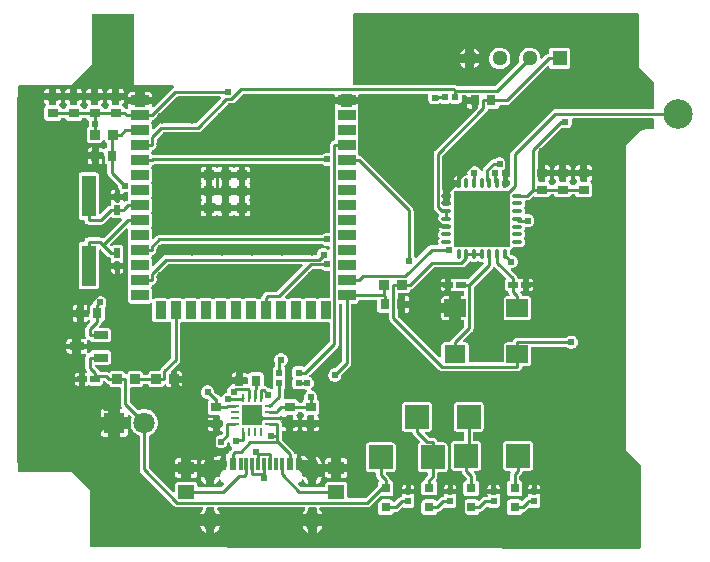
<source format=gtl>
G04 Layer: TopLayer*
G04 EasyEDA v6.5.47, 2024-11-13 08:28:34*
G04 87231406ceee420ca99a4478fe7bfb21,034e4511e0c640c9b8a39c55fee02e59,10*
G04 Gerber Generator version 0.2*
G04 Scale: 100 percent, Rotated: No, Reflected: No *
G04 Dimensions in millimeters *
G04 leading zeros omitted , absolute positions ,4 integer and 5 decimal *
%FSLAX45Y45*%
%MOMM*%

%AMMACRO1*21,1,$1,$2,0,0,$3*%
%ADD10C,2.0000*%
%ADD11C,0.2540*%
%ADD12MACRO1,0.864X0.8065X90.0000*%
%ADD13MACRO1,0.54X0.7901X-90.0000*%
%ADD14O,0.36400740000000004X0.8469884*%
%ADD15O,0.8469884X0.36400740000000004*%
%ADD16MACRO1,4.7X4.7X90.0000*%
%ADD17MACRO1,1.5X1.8X-90.0000*%
%ADD18R,1.8000X1.5000*%
%ADD19MACRO1,1.5X1.8X90.0000*%
%ADD20R,0.9000X0.8000*%
%ADD21R,0.8000X0.9000*%
%ADD22MACRO1,0.54X0.5656X-90.0000*%
%ADD23R,2.0000X2.0000*%
%ADD24R,0.8000X0.8000*%
%ADD25MACRO1,0.54X0.5656X0.0000*%
%ADD26R,0.5400X0.5657*%
%ADD27MACRO1,1.377X1.1325X0.0000*%
%ADD28R,1.3770X1.1325*%
%ADD29R,0.5500X1.1000*%
%ADD30R,0.3000X1.1000*%
%ADD31R,1.2500X0.7000*%
%ADD32MACRO1,0.54X0.7901X0.0000*%
%ADD33R,0.5400X0.7901*%
%ADD34MACRO1,0.864X0.8065X-90.0000*%
%ADD35R,1.5000X0.9000*%
%ADD36R,0.9000X1.5000*%
%ADD37R,0.9000X0.9000*%
%ADD38R,1.2000X3.5000*%
%ADD39R,0.7500X0.2500*%
%ADD40R,0.2500X0.7500*%
%ADD41R,1.7000X1.7000*%
%ADD42C,2.5000*%
%ADD43R,1.2954X1.2954*%
%ADD44C,1.2954*%
%ADD45R,1.8000X1.8000*%
%ADD46C,1.8000*%
%ADD47O,1.0999978000000001X1.9999959999999999*%
%ADD48O,1.1999976X1.7999964*%
%ADD49C,0.6096*%
%ADD50C,1.0000*%
%ADD51C,0.6200*%
%ADD52C,0.6100*%
%ADD53C,0.0192*%

%LPD*%
G36*
X1191869Y3566718D02*
G01*
X1187958Y3567480D01*
X1184706Y3569665D01*
X1182471Y3572967D01*
X1181709Y3576878D01*
X1181709Y3600907D01*
X1180998Y3607257D01*
X1179068Y3612692D01*
X1177899Y3614572D01*
X1176528Y3618128D01*
X1176528Y3621887D01*
X1177899Y3625392D01*
X1179068Y3627272D01*
X1180998Y3632758D01*
X1181455Y3636670D01*
X1182370Y3639972D01*
X1184402Y3642766D01*
X1187196Y3644696D01*
X1191260Y3645712D01*
X1198473Y3647897D01*
X1205128Y3651453D01*
X1211376Y3656584D01*
X1394561Y3839768D01*
X1397863Y3841953D01*
X1401775Y3842715D01*
X1754987Y3842715D01*
X1758899Y3841953D01*
X1762201Y3839768D01*
X1764385Y3836466D01*
X1765147Y3832555D01*
X1764385Y3828694D01*
X1762201Y3825392D01*
X1556410Y3619652D01*
X1553108Y3617417D01*
X1549247Y3616655D01*
X1262532Y3616655D01*
X1254506Y3615842D01*
X1247292Y3613658D01*
X1240586Y3610101D01*
X1234389Y3604971D01*
X1199032Y3569665D01*
X1195781Y3567480D01*
G37*

%LPD*%
G36*
X3657904Y2915818D02*
G01*
X3653993Y2916580D01*
X3650640Y2918815D01*
X3648608Y2922168D01*
X3645509Y2924200D01*
X3643274Y2927502D01*
X3642512Y2931414D01*
X3642512Y2941980D01*
X3643122Y2945536D01*
X3644950Y2948584D01*
X3647744Y2950870D01*
X3647744Y2987548D01*
X3644950Y2989783D01*
X3643122Y2992882D01*
X3642512Y2996387D01*
X3642512Y3007004D01*
X3643122Y3010509D01*
X3644950Y3013608D01*
X3647744Y3015843D01*
X3647744Y3047085D01*
X3644950Y3049371D01*
X3643122Y3052470D01*
X3642512Y3055975D01*
X3642512Y3335883D01*
X3643274Y3339795D01*
X3645509Y3343097D01*
X4016806Y3714445D01*
X4021937Y3720642D01*
X4025493Y3727348D01*
X4026865Y3731869D01*
X4028948Y3735628D01*
X4032402Y3738168D01*
X4036618Y3739083D01*
X4097223Y3739083D01*
X4103522Y3739794D01*
X4109008Y3741724D01*
X4113885Y3744772D01*
X4118000Y3748887D01*
X4121099Y3753764D01*
X4122978Y3759250D01*
X4123334Y3762349D01*
X4124401Y3765905D01*
X4126687Y3768801D01*
X4129786Y3770731D01*
X4133443Y3771392D01*
X4186732Y3771392D01*
X4194759Y3772204D01*
X4201972Y3774389D01*
X4208627Y3777945D01*
X4214876Y3783076D01*
X4529277Y4097477D01*
X4532680Y4099712D01*
X4536694Y4100423D01*
X4540656Y4099509D01*
X4543958Y4097121D01*
X4546041Y4093616D01*
X4547463Y4089603D01*
X4550511Y4084726D01*
X4554626Y4080611D01*
X4559503Y4077563D01*
X4564989Y4075633D01*
X4571288Y4074922D01*
X4699711Y4074922D01*
X4706010Y4075633D01*
X4711496Y4077563D01*
X4716373Y4080611D01*
X4720488Y4084726D01*
X4723536Y4089603D01*
X4725466Y4095089D01*
X4726178Y4101388D01*
X4726178Y4229811D01*
X4725466Y4236110D01*
X4723536Y4241596D01*
X4720488Y4246473D01*
X4716373Y4250588D01*
X4711496Y4253636D01*
X4706010Y4255566D01*
X4699711Y4256278D01*
X4571288Y4256278D01*
X4564989Y4255566D01*
X4559503Y4253636D01*
X4554626Y4250588D01*
X4550511Y4246473D01*
X4547463Y4241596D01*
X4545533Y4236110D01*
X4544822Y4229811D01*
X4544822Y4213555D01*
X4544161Y4209897D01*
X4542180Y4206748D01*
X4539234Y4204512D01*
X4528058Y4201210D01*
X4521403Y4197654D01*
X4515154Y4192524D01*
X4488942Y4166362D01*
X4485792Y4164177D01*
X4482033Y4163364D01*
X4478223Y4164025D01*
X4474921Y4166006D01*
X4472635Y4169105D01*
X4471670Y4172813D01*
X4471263Y4178198D01*
X4468622Y4190593D01*
X4464304Y4202480D01*
X4458360Y4213656D01*
X4450943Y4223867D01*
X4442155Y4232960D01*
X4432198Y4240733D01*
X4421225Y4247083D01*
X4409490Y4251807D01*
X4397248Y4254855D01*
X4384649Y4256176D01*
X4372000Y4255770D01*
X4359554Y4253585D01*
X4347565Y4249674D01*
X4336186Y4244086D01*
X4325670Y4237024D01*
X4316272Y4228592D01*
X4308144Y4218889D01*
X4301439Y4208170D01*
X4296308Y4196588D01*
X4292803Y4184446D01*
X4291076Y4171899D01*
X4291076Y4159300D01*
X4292803Y4146753D01*
X4294581Y4140657D01*
X4294936Y4137101D01*
X4294022Y4133646D01*
X4291990Y4130700D01*
X4093210Y3931920D01*
X4089908Y3929684D01*
X4085996Y3928922D01*
X3771900Y3928922D01*
X3768445Y3929532D01*
X3765397Y3931259D01*
X3758590Y3936847D01*
X3751935Y3940403D01*
X3744722Y3942587D01*
X3736695Y3943400D01*
X2892247Y3943400D01*
X2887980Y3944365D01*
X2884474Y3947058D01*
X2882442Y3950970D01*
X2882290Y3955389D01*
X2883408Y3962552D01*
X2883408Y4535932D01*
X2884170Y4539843D01*
X2886405Y4543094D01*
X2889656Y4545330D01*
X2893568Y4546092D01*
X5298440Y4546092D01*
X5302351Y4545330D01*
X5305602Y4543094D01*
X5307838Y4539843D01*
X5308600Y4535932D01*
X5308600Y4090415D01*
X5309311Y4088688D01*
X5432602Y3965397D01*
X5434838Y3962095D01*
X5435600Y3958183D01*
X5435600Y3744468D01*
X5434838Y3740556D01*
X5432602Y3737305D01*
X5429351Y3735070D01*
X5425440Y3734308D01*
X4597908Y3734308D01*
X4589881Y3733495D01*
X4582668Y3731310D01*
X4575962Y3727754D01*
X4569764Y3722624D01*
X4227576Y3380435D01*
X4222445Y3374237D01*
X4218889Y3367532D01*
X4216704Y3360318D01*
X4215892Y3352292D01*
X4215892Y3171342D01*
X4215130Y3167532D01*
X4213047Y3164281D01*
X4209846Y3162046D01*
X4206036Y3161182D01*
X4202226Y3161792D01*
X4198874Y3163824D01*
X4196638Y3165856D01*
X4189729Y3170123D01*
X4185564Y3171748D01*
X4185564Y3134055D01*
X4205732Y3134055D01*
X4209643Y3133293D01*
X4212894Y3131108D01*
X4215130Y3127806D01*
X4215892Y3123895D01*
X4215892Y3106318D01*
X4215130Y3102406D01*
X4212894Y3099104D01*
X4195826Y3081985D01*
X4192524Y3079800D01*
X4188612Y3079038D01*
X4185564Y3079038D01*
X4184802Y3073857D01*
X4182567Y3070606D01*
X4179265Y3068370D01*
X4175404Y3067608D01*
X4164787Y3067608D01*
X4160926Y3068370D01*
X4157624Y3070606D01*
X4155440Y3073857D01*
X4154627Y3077768D01*
X4154627Y3080207D01*
X4151782Y3082442D01*
X4149851Y3085592D01*
X4149191Y3089198D01*
X4149191Y3123895D01*
X4149851Y3127502D01*
X4151782Y3130651D01*
X4154627Y3132937D01*
X4154627Y3172561D01*
X4151020Y3173272D01*
X4147921Y3175203D01*
X4145686Y3178149D01*
X4144670Y3181654D01*
X4145838Y3195269D01*
X4144975Y3205073D01*
X4143959Y3208832D01*
X4143654Y3212338D01*
X4144568Y3215792D01*
X4146600Y3218637D01*
X4149496Y3220669D01*
X4154271Y3222904D01*
X4162298Y3228543D01*
X4169257Y3235502D01*
X4174896Y3243529D01*
X4179062Y3252419D01*
X4181601Y3261918D01*
X4182465Y3271723D01*
X4181601Y3281527D01*
X4179062Y3291027D01*
X4174896Y3299917D01*
X4169257Y3307943D01*
X4162298Y3314903D01*
X4154271Y3320542D01*
X4145381Y3324707D01*
X4135882Y3327247D01*
X4126077Y3328111D01*
X4116273Y3327247D01*
X4106773Y3324707D01*
X4097883Y3320542D01*
X4089857Y3314903D01*
X4088231Y3313328D01*
X4084929Y3311093D01*
X4081068Y3310331D01*
X4075937Y3310331D01*
X4067911Y3309518D01*
X4060698Y3307334D01*
X4053992Y3303778D01*
X4047794Y3298647D01*
X3994454Y3245358D01*
X3989324Y3239109D01*
X3985768Y3232454D01*
X3983583Y3225241D01*
X3983024Y3219399D01*
X3981856Y3215589D01*
X3979265Y3212490D01*
X3975709Y3210661D01*
X3971696Y3210306D01*
X3967886Y3211576D01*
X3964889Y3214166D01*
X3958894Y3226765D01*
X3953306Y3234791D01*
X3946347Y3241751D01*
X3938270Y3247390D01*
X3929379Y3251555D01*
X3919880Y3254095D01*
X3910126Y3254959D01*
X3900322Y3254095D01*
X3890822Y3251555D01*
X3881932Y3247390D01*
X3873855Y3241751D01*
X3866896Y3234791D01*
X3861308Y3226765D01*
X3857142Y3217875D01*
X3854602Y3208375D01*
X3853738Y3198571D01*
X3854602Y3188766D01*
X3855262Y3183686D01*
X3854196Y3180130D01*
X3851960Y3177184D01*
X3848811Y3175254D01*
X3845153Y3174593D01*
X3841038Y3174593D01*
X3833063Y3173069D01*
X3825443Y3170123D01*
X3817924Y3165500D01*
X3814470Y3164128D01*
X3810711Y3164128D01*
X3807256Y3165500D01*
X3799738Y3170123D01*
X3795572Y3171748D01*
X3795572Y3132937D01*
X3798417Y3130651D01*
X3800348Y3127502D01*
X3801008Y3123895D01*
X3801008Y3089198D01*
X3800348Y3085592D01*
X3798417Y3082442D01*
X3795572Y3080207D01*
X3795572Y3077768D01*
X3794760Y3073857D01*
X3792575Y3070606D01*
X3789273Y3068370D01*
X3785412Y3067608D01*
X3774795Y3067608D01*
X3770934Y3068370D01*
X3767632Y3070606D01*
X3765397Y3073857D01*
X3764635Y3079038D01*
X3736340Y3079038D01*
X3736644Y3075838D01*
X3736086Y3071418D01*
X3733647Y3067710D01*
X3723995Y3061919D01*
X3719880Y3057804D01*
X3714089Y3048152D01*
X3710381Y3045714D01*
X3705961Y3045155D01*
X3702761Y3045460D01*
X3702761Y3017164D01*
X3707942Y3016402D01*
X3711194Y3014167D01*
X3713429Y3010865D01*
X3714191Y3007004D01*
X3714191Y2996387D01*
X3713429Y2992526D01*
X3711194Y2989224D01*
X3707942Y2987040D01*
X3702761Y2986227D01*
X3702761Y2952140D01*
X3707942Y2951378D01*
X3711194Y2949194D01*
X3713429Y2945892D01*
X3714191Y2941980D01*
X3714191Y2931414D01*
X3713429Y2927502D01*
X3711194Y2924200D01*
X3707942Y2922016D01*
X3704031Y2921254D01*
X3701592Y2921254D01*
X3699357Y2918358D01*
X3696208Y2916478D01*
X3692601Y2915818D01*
G37*

%LPC*%
G36*
X3736340Y3134055D02*
G01*
X3764635Y3134055D01*
X3764635Y3171748D01*
X3760470Y3170123D01*
X3753561Y3165856D01*
X3747515Y3160369D01*
X3742639Y3153918D01*
X3739032Y3146602D01*
X3736797Y3138779D01*
G37*
G36*
X4130649Y4075023D02*
G01*
X4143248Y4076344D01*
X4155490Y4079392D01*
X4167225Y4084116D01*
X4178198Y4090466D01*
X4188155Y4098239D01*
X4196943Y4107332D01*
X4204360Y4117543D01*
X4210304Y4128719D01*
X4214622Y4140606D01*
X4217263Y4153001D01*
X4218178Y4165600D01*
X4217263Y4178198D01*
X4214622Y4190593D01*
X4210304Y4202480D01*
X4204360Y4213656D01*
X4196943Y4223867D01*
X4188155Y4232960D01*
X4178198Y4240733D01*
X4167225Y4247083D01*
X4155490Y4251807D01*
X4143248Y4254855D01*
X4130649Y4256176D01*
X4118000Y4255770D01*
X4105554Y4253585D01*
X4093565Y4249674D01*
X4082186Y4244086D01*
X4071670Y4237024D01*
X4062272Y4228592D01*
X4054144Y4218889D01*
X4047439Y4208170D01*
X4042308Y4196588D01*
X4038803Y4184446D01*
X4037076Y4171899D01*
X4037076Y4159300D01*
X4038803Y4146753D01*
X4042308Y4134612D01*
X4047439Y4123029D01*
X4054144Y4112310D01*
X4062272Y4102608D01*
X4071670Y4094175D01*
X4082186Y4087114D01*
X4093565Y4081526D01*
X4105554Y4077614D01*
X4118000Y4075429D01*
G37*
G36*
X3912209Y4083710D02*
G01*
X3913225Y4084116D01*
X3924198Y4090466D01*
X3934155Y4098239D01*
X3942943Y4107332D01*
X3950360Y4117543D01*
X3955338Y4126839D01*
X3912209Y4126839D01*
G37*
G36*
X3834790Y4083862D02*
G01*
X3834790Y4126839D01*
X3791762Y4126839D01*
X3793439Y4123029D01*
X3800144Y4112310D01*
X3808272Y4102608D01*
X3817670Y4094175D01*
X3828186Y4087114D01*
G37*
G36*
X3791762Y4204309D02*
G01*
X3834790Y4204309D01*
X3834790Y4247337D01*
X3828186Y4244086D01*
X3817670Y4237024D01*
X3808272Y4228592D01*
X3800144Y4218889D01*
X3793439Y4208170D01*
G37*
G36*
X3912209Y4204309D02*
G01*
X3955338Y4204309D01*
X3950360Y4213656D01*
X3942943Y4223867D01*
X3934155Y4232960D01*
X3924198Y4240733D01*
X3913225Y4247083D01*
X3912209Y4247489D01*
G37*

%LPD*%
G36*
X1191869Y2636774D02*
G01*
X1187958Y2637536D01*
X1184706Y2639771D01*
X1182471Y2643073D01*
X1181709Y2646934D01*
X1181709Y2711907D01*
X1180998Y2718257D01*
X1179068Y2723692D01*
X1177899Y2725572D01*
X1176528Y2729128D01*
X1176528Y2732887D01*
X1177899Y2736392D01*
X1179068Y2738272D01*
X1180998Y2743758D01*
X1181709Y2750058D01*
X1181709Y2838907D01*
X1180998Y2845257D01*
X1179068Y2850692D01*
X1177899Y2852572D01*
X1176528Y2856128D01*
X1176528Y2859887D01*
X1177899Y2863392D01*
X1179068Y2865272D01*
X1180998Y2870758D01*
X1181709Y2877058D01*
X1181709Y2965907D01*
X1180998Y2972257D01*
X1179068Y2977692D01*
X1177899Y2979572D01*
X1176528Y2983128D01*
X1176528Y2986887D01*
X1177899Y2990392D01*
X1179068Y2992272D01*
X1180998Y2997758D01*
X1181709Y3004058D01*
X1181709Y3092907D01*
X1180998Y3099257D01*
X1179068Y3104692D01*
X1177899Y3106572D01*
X1176528Y3110128D01*
X1176528Y3113887D01*
X1177899Y3117392D01*
X1179068Y3119272D01*
X1180998Y3124758D01*
X1181709Y3131058D01*
X1181709Y3219907D01*
X1180998Y3226257D01*
X1179068Y3231692D01*
X1177899Y3233572D01*
X1176528Y3237128D01*
X1176528Y3240887D01*
X1177899Y3244392D01*
X1179068Y3246272D01*
X1180998Y3251758D01*
X1181455Y3255670D01*
X1182370Y3258972D01*
X1184402Y3261766D01*
X1187196Y3263696D01*
X1191260Y3264712D01*
X1198473Y3266897D01*
X1204823Y3270250D01*
X1207109Y3271164D01*
X1209598Y3271469D01*
X2620568Y3271469D01*
X2624429Y3270707D01*
X2627731Y3268472D01*
X2629357Y3266897D01*
X2637383Y3261258D01*
X2646273Y3257092D01*
X2655773Y3254552D01*
X2665577Y3253689D01*
X2680004Y3255111D01*
X2683560Y3254044D01*
X2686507Y3251809D01*
X2688437Y3248660D01*
X2689148Y3245002D01*
X2689148Y2698445D01*
X2688285Y2694381D01*
X2685846Y2690977D01*
X2682240Y2688844D01*
X2678074Y2688336D01*
X2668524Y2689199D01*
X2658770Y2688336D01*
X2649270Y2685796D01*
X2640380Y2681630D01*
X2632303Y2675991D01*
X2630728Y2674416D01*
X2627426Y2672181D01*
X2623515Y2671419D01*
X1247190Y2671419D01*
X1239164Y2670606D01*
X1231950Y2668422D01*
X1225296Y2664866D01*
X1219047Y2659735D01*
X1199032Y2639771D01*
X1195781Y2637536D01*
G37*

%LPC*%
G36*
X1621332Y2827578D02*
G01*
X1636928Y2827578D01*
X1636928Y2869641D01*
X1594866Y2869641D01*
X1594866Y2854096D01*
X1595577Y2847746D01*
X1597456Y2842310D01*
X1600555Y2837383D01*
X1604670Y2833319D01*
X1609547Y2830220D01*
X1615033Y2828290D01*
G37*
G36*
X1974596Y2827578D02*
G01*
X1990191Y2827578D01*
X1996490Y2828290D01*
X2001977Y2830220D01*
X2006854Y2833319D01*
X2010968Y2837383D01*
X2014067Y2842310D01*
X2015947Y2847746D01*
X2016658Y2854096D01*
X2016658Y2869641D01*
X1974596Y2869641D01*
G37*
G36*
X1694637Y2827578D02*
G01*
X1710182Y2827578D01*
X1716532Y2828290D01*
X1721967Y2830220D01*
X1726895Y2833319D01*
X1728571Y2834995D01*
X1731873Y2837180D01*
X1735734Y2837942D01*
X1739646Y2837180D01*
X1742948Y2834995D01*
X1744624Y2833268D01*
X1749552Y2830220D01*
X1754987Y2828290D01*
X1761337Y2827578D01*
X1776882Y2827578D01*
X1776882Y2869641D01*
X1694637Y2869641D01*
G37*
G36*
X1834591Y2827578D02*
G01*
X1850186Y2827578D01*
X1856486Y2828290D01*
X1861972Y2830220D01*
X1866849Y2833268D01*
X1868576Y2834995D01*
X1871878Y2837180D01*
X1875739Y2837992D01*
X1879650Y2837180D01*
X1882952Y2834995D01*
X1884629Y2833319D01*
X1889556Y2830220D01*
X1894992Y2828290D01*
X1901342Y2827578D01*
X1916887Y2827578D01*
X1916887Y2869641D01*
X1834591Y2869641D01*
G37*
G36*
X1594866Y2927350D02*
G01*
X1636928Y2927350D01*
X1636928Y3009646D01*
X1594866Y3009646D01*
X1594866Y2994050D01*
X1595577Y2987751D01*
X1597456Y2982264D01*
X1600555Y2977388D01*
X1602232Y2975660D01*
X1604467Y2972358D01*
X1605229Y2968498D01*
X1604467Y2964586D01*
X1602232Y2961284D01*
X1600555Y2959608D01*
X1597456Y2954731D01*
X1595577Y2949244D01*
X1594866Y2942945D01*
G37*
G36*
X1974596Y2927350D02*
G01*
X2016658Y2927350D01*
X2016658Y2942945D01*
X2015947Y2949244D01*
X2014067Y2954731D01*
X2010968Y2959608D01*
X2009292Y2961284D01*
X2007057Y2964586D01*
X2006295Y2968498D01*
X2007057Y2972358D01*
X2009292Y2975660D01*
X2010968Y2977388D01*
X2014067Y2982264D01*
X2015947Y2987751D01*
X2016658Y2994050D01*
X2016658Y3009646D01*
X1974596Y3009646D01*
G37*
G36*
X1694637Y2927350D02*
G01*
X1776882Y2927350D01*
X1776882Y3009646D01*
X1694637Y3009646D01*
G37*
G36*
X1834591Y2927350D02*
G01*
X1916887Y2927350D01*
X1916887Y3009646D01*
X1834591Y3009646D01*
G37*
G36*
X1594866Y3067354D02*
G01*
X1636928Y3067354D01*
X1636928Y3149650D01*
X1594866Y3149650D01*
X1594866Y3134055D01*
X1595577Y3127756D01*
X1597456Y3122269D01*
X1600555Y3117392D01*
X1602282Y3115665D01*
X1604467Y3112363D01*
X1605229Y3108502D01*
X1604467Y3104591D01*
X1602282Y3101289D01*
X1600555Y3099612D01*
X1597456Y3094685D01*
X1595577Y3089249D01*
X1594866Y3082899D01*
G37*
G36*
X1974596Y3067354D02*
G01*
X2016658Y3067354D01*
X2016658Y3082899D01*
X2015947Y3089249D01*
X2014067Y3094685D01*
X2010968Y3099612D01*
X2009241Y3101289D01*
X2007057Y3104591D01*
X2006295Y3108502D01*
X2007057Y3112363D01*
X2009241Y3115665D01*
X2010968Y3117392D01*
X2014067Y3122269D01*
X2015947Y3127756D01*
X2016658Y3134055D01*
X2016658Y3149650D01*
X1974596Y3149650D01*
G37*
G36*
X1694637Y3067354D02*
G01*
X1776882Y3067354D01*
X1776882Y3149650D01*
X1694637Y3149650D01*
G37*
G36*
X1834591Y3067354D02*
G01*
X1916887Y3067354D01*
X1916887Y3149650D01*
X1834591Y3149650D01*
G37*
G36*
X1594866Y3207359D02*
G01*
X1636928Y3207359D01*
X1636928Y3249422D01*
X1621332Y3249422D01*
X1615033Y3248710D01*
X1609547Y3246780D01*
X1604670Y3243681D01*
X1600555Y3239617D01*
X1597456Y3234690D01*
X1595577Y3229254D01*
X1594866Y3222904D01*
G37*
G36*
X1974596Y3207359D02*
G01*
X2016658Y3207359D01*
X2016658Y3222904D01*
X2015947Y3229254D01*
X2014067Y3234690D01*
X2010968Y3239617D01*
X2006854Y3243681D01*
X2001977Y3246780D01*
X1996490Y3248710D01*
X1990191Y3249422D01*
X1974596Y3249422D01*
G37*
G36*
X1694637Y3207359D02*
G01*
X1776882Y3207359D01*
X1776882Y3249422D01*
X1761337Y3249422D01*
X1754987Y3248710D01*
X1749552Y3246780D01*
X1744624Y3243681D01*
X1742948Y3242005D01*
X1739646Y3239820D01*
X1735734Y3239008D01*
X1731873Y3239820D01*
X1728571Y3242005D01*
X1726895Y3243681D01*
X1721967Y3246780D01*
X1716532Y3248710D01*
X1710182Y3249422D01*
X1694637Y3249422D01*
G37*
G36*
X1834591Y3207359D02*
G01*
X1916887Y3207359D01*
X1916887Y3249422D01*
X1901342Y3249422D01*
X1894992Y3248710D01*
X1889556Y3246780D01*
X1884629Y3243681D01*
X1882952Y3242005D01*
X1879650Y3239770D01*
X1875739Y3239008D01*
X1871878Y3239770D01*
X1868576Y3242005D01*
X1866849Y3243681D01*
X1861972Y3246780D01*
X1856486Y3248710D01*
X1850186Y3249422D01*
X1834591Y3249422D01*
G37*

%LPD*%
G36*
X3417874Y2471775D02*
G01*
X3414064Y2472436D01*
X3410762Y2474468D01*
X3408476Y2477617D01*
X3407664Y2479344D01*
X3402076Y2487371D01*
X3400450Y2488996D01*
X3398265Y2492298D01*
X3397504Y2496159D01*
X3397504Y2876854D01*
X3396691Y2884881D01*
X3394506Y2892094D01*
X3390950Y2898800D01*
X3385820Y2904998D01*
X2961386Y3329432D01*
X2955137Y3334562D01*
X2948482Y3338118D01*
X2937205Y3341319D01*
X2934411Y3343249D01*
X2932379Y3346043D01*
X2931414Y3349345D01*
X2931007Y3353257D01*
X2929077Y3358692D01*
X2927908Y3360572D01*
X2926537Y3364128D01*
X2926537Y3367887D01*
X2927908Y3371392D01*
X2929077Y3373272D01*
X2931007Y3378758D01*
X2931718Y3385058D01*
X2931718Y3473907D01*
X2931007Y3480257D01*
X2929077Y3485692D01*
X2927908Y3487572D01*
X2926537Y3491128D01*
X2926537Y3494887D01*
X2927908Y3498392D01*
X2929077Y3500272D01*
X2931007Y3505758D01*
X2931718Y3512058D01*
X2931718Y3600907D01*
X2931007Y3607257D01*
X2929077Y3612692D01*
X2927908Y3614572D01*
X2926537Y3618128D01*
X2926537Y3621887D01*
X2927908Y3625392D01*
X2929077Y3627272D01*
X2931007Y3632758D01*
X2931718Y3639058D01*
X2931718Y3727907D01*
X2931007Y3734257D01*
X2929077Y3739692D01*
X2927908Y3741572D01*
X2926537Y3745128D01*
X2926537Y3748887D01*
X2927908Y3752392D01*
X2929077Y3754272D01*
X2931007Y3759758D01*
X2931718Y3766058D01*
X2931718Y3781653D01*
X2874670Y3781653D01*
X2874670Y3764584D01*
X2873857Y3760673D01*
X2871673Y3757371D01*
X2868371Y3755186D01*
X2864510Y3754424D01*
X2797098Y3754424D01*
X2793238Y3755186D01*
X2789936Y3757371D01*
X2787700Y3760673D01*
X2786938Y3764584D01*
X2786938Y3781653D01*
X2729890Y3781653D01*
X2729890Y3766058D01*
X2730601Y3759758D01*
X2732532Y3754272D01*
X2733700Y3752392D01*
X2735072Y3748887D01*
X2735072Y3745128D01*
X2733700Y3741572D01*
X2732532Y3739692D01*
X2730601Y3734257D01*
X2729890Y3727907D01*
X2729890Y3639058D01*
X2730601Y3632758D01*
X2732532Y3627272D01*
X2733700Y3625392D01*
X2735072Y3621887D01*
X2735072Y3618128D01*
X2733700Y3614572D01*
X2732532Y3612692D01*
X2730601Y3607257D01*
X2729890Y3600907D01*
X2729890Y3512058D01*
X2730601Y3505758D01*
X2732532Y3500272D01*
X2733700Y3498392D01*
X2735072Y3494887D01*
X2735072Y3491128D01*
X2733700Y3487572D01*
X2732532Y3485692D01*
X2730601Y3480257D01*
X2730144Y3476345D01*
X2729230Y3473043D01*
X2727198Y3470249D01*
X2724404Y3468319D01*
X2720340Y3467303D01*
X2713126Y3465118D01*
X2706471Y3461562D01*
X2700629Y3456787D01*
X2695651Y3450793D01*
X2692095Y3444087D01*
X2689910Y3436874D01*
X2689148Y3428847D01*
X2689148Y3375151D01*
X2688437Y3371494D01*
X2686507Y3368344D01*
X2683560Y3366109D01*
X2680004Y3365042D01*
X2665577Y3366465D01*
X2655773Y3365601D01*
X2646273Y3363061D01*
X2637383Y3358896D01*
X2629357Y3353257D01*
X2627731Y3351682D01*
X2624429Y3349447D01*
X2620568Y3348685D01*
X1191768Y3348685D01*
X1186383Y3349142D01*
X1182624Y3351529D01*
X1180236Y3355340D01*
X1179068Y3358692D01*
X1177899Y3360572D01*
X1176528Y3364128D01*
X1176528Y3367887D01*
X1177899Y3371392D01*
X1179068Y3373272D01*
X1180998Y3378758D01*
X1181455Y3382670D01*
X1182370Y3385972D01*
X1184402Y3388766D01*
X1187196Y3390696D01*
X1191260Y3391712D01*
X1198473Y3393897D01*
X1205128Y3397453D01*
X1210970Y3402228D01*
X1215796Y3408070D01*
X1219352Y3414776D01*
X1221536Y3421989D01*
X1222349Y3430015D01*
X1222349Y3479546D01*
X1223111Y3483406D01*
X1225296Y3486708D01*
X1275029Y3536442D01*
X1278331Y3538677D01*
X1282242Y3539439D01*
X1568958Y3539439D01*
X1576984Y3540251D01*
X1584198Y3542436D01*
X1590852Y3545992D01*
X1597101Y3551123D01*
X1827174Y3781196D01*
X1830476Y3783380D01*
X1834388Y3784142D01*
X1854454Y3784142D01*
X1862480Y3784955D01*
X1869693Y3787140D01*
X1876348Y3790696D01*
X1882597Y3795826D01*
X1949957Y3863187D01*
X1953260Y3865422D01*
X1957171Y3866184D01*
X2719781Y3866184D01*
X2723946Y3865321D01*
X2727350Y3862832D01*
X2729484Y3859123D01*
X2729890Y3854907D01*
X2729890Y3839362D01*
X2786938Y3839362D01*
X2786938Y3856024D01*
X2787700Y3859936D01*
X2789936Y3863187D01*
X2793238Y3865422D01*
X2797098Y3866184D01*
X2864510Y3866184D01*
X2868371Y3865422D01*
X2871673Y3863187D01*
X2873857Y3859936D01*
X2874670Y3856024D01*
X2874670Y3839362D01*
X2931718Y3839362D01*
X2931718Y3854907D01*
X2932125Y3859123D01*
X2934258Y3862832D01*
X2937662Y3865321D01*
X2941828Y3866184D01*
X3514090Y3866184D01*
X3518052Y3865372D01*
X3521405Y3863086D01*
X3523589Y3859682D01*
X3524250Y3855669D01*
X3520287Y3841242D01*
X3519424Y3831437D01*
X3520287Y3821633D01*
X3522827Y3812133D01*
X3526993Y3803243D01*
X3532581Y3795217D01*
X3539540Y3788257D01*
X3547618Y3782618D01*
X3556508Y3778453D01*
X3566007Y3775913D01*
X3575812Y3775049D01*
X3585565Y3775913D01*
X3595065Y3778453D01*
X3603955Y3782618D01*
X3610559Y3787241D01*
X3614165Y3788816D01*
X3618128Y3788918D01*
X3621786Y3787495D01*
X3625646Y3785108D01*
X3631082Y3783228D01*
X3637381Y3782466D01*
X3692855Y3782466D01*
X3699154Y3783228D01*
X3705047Y3785260D01*
X3708400Y3785819D01*
X3711752Y3785260D01*
X3717645Y3783228D01*
X3723944Y3782466D01*
X3779418Y3782466D01*
X3785717Y3783228D01*
X3791153Y3785108D01*
X3796080Y3788206D01*
X3800144Y3792270D01*
X3803243Y3797198D01*
X3805174Y3802634D01*
X3805885Y3808984D01*
X3805885Y3841546D01*
X3806647Y3845458D01*
X3808831Y3848709D01*
X3812133Y3850944D01*
X3816045Y3851706D01*
X3841750Y3851706D01*
X3845610Y3850944D01*
X3848912Y3848709D01*
X3851148Y3845458D01*
X3851910Y3841546D01*
X3851910Y3838854D01*
X3891483Y3838854D01*
X3891483Y3841546D01*
X3892245Y3845458D01*
X3894429Y3848709D01*
X3897731Y3850944D01*
X3901643Y3851706D01*
X3934002Y3851706D01*
X3937863Y3850944D01*
X3941165Y3848709D01*
X3943400Y3845458D01*
X3944162Y3841546D01*
X3944162Y3838803D01*
X3948531Y3838092D01*
X3951732Y3836111D01*
X3953967Y3833063D01*
X3954932Y3829456D01*
X3954526Y3825697D01*
X3952087Y3817518D01*
X3951274Y3809492D01*
X3951274Y3791305D01*
X3950360Y3787140D01*
X3947871Y3783736D01*
X3944162Y3781602D01*
X3944162Y3755186D01*
X3943400Y3751275D01*
X3941165Y3747973D01*
X3576980Y3383737D01*
X3571849Y3377539D01*
X3568293Y3370834D01*
X3566109Y3363620D01*
X3565296Y3355594D01*
X3565296Y2911043D01*
X3566109Y2903016D01*
X3568293Y2895803D01*
X3571849Y2889148D01*
X3576980Y2882900D01*
X3614318Y2845562D01*
X3616706Y2841752D01*
X3617264Y2837281D01*
X3615791Y2833014D01*
X3611676Y2826359D01*
X3608730Y2818739D01*
X3607206Y2810764D01*
X3607206Y2802636D01*
X3608730Y2794660D01*
X3611676Y2787040D01*
X3616299Y2779572D01*
X3617671Y2776067D01*
X3617671Y2772308D01*
X3616299Y2768854D01*
X3611676Y2761335D01*
X3610051Y2757170D01*
X3648862Y2757170D01*
X3651148Y2760014D01*
X3654298Y2761945D01*
X3657904Y2762605D01*
X3692601Y2762605D01*
X3696208Y2761945D01*
X3699357Y2760014D01*
X3701592Y2757170D01*
X3704031Y2757170D01*
X3707942Y2756357D01*
X3711194Y2754172D01*
X3713429Y2750870D01*
X3714191Y2747010D01*
X3714191Y2736392D01*
X3713429Y2732532D01*
X3711194Y2729230D01*
X3707942Y2727045D01*
X3704031Y2726232D01*
X3701643Y2726537D01*
X3699814Y2723794D01*
X3696512Y2721559D01*
X3692601Y2720797D01*
X3657904Y2720797D01*
X3654298Y2721457D01*
X3651148Y2723388D01*
X3648913Y2726232D01*
X3610051Y2726232D01*
X3611676Y2722067D01*
X3616299Y2714548D01*
X3617671Y2711043D01*
X3617671Y2707335D01*
X3616299Y2703830D01*
X3611676Y2696362D01*
X3608730Y2688742D01*
X3607206Y2680766D01*
X3607206Y2672638D01*
X3608730Y2664663D01*
X3611676Y2657043D01*
X3616299Y2649524D01*
X3617671Y2646070D01*
X3617671Y2642311D01*
X3616299Y2638856D01*
X3611676Y2631338D01*
X3608730Y2623769D01*
X3607206Y2615742D01*
X3607206Y2607614D01*
X3609848Y2594610D01*
X3609035Y2590749D01*
X3606800Y2587548D01*
X3603548Y2585364D01*
X3599687Y2584602D01*
X3551275Y2584602D01*
X3543249Y2583840D01*
X3536035Y2581656D01*
X3529329Y2578100D01*
X3523132Y2572969D01*
X3424885Y2474722D01*
X3421684Y2472588D01*
G37*

%LPC*%
G36*
X3878376Y3739083D02*
G01*
X3891483Y3739083D01*
X3891483Y3781145D01*
X3851910Y3781145D01*
X3851910Y3765550D01*
X3852621Y3759250D01*
X3854500Y3753764D01*
X3857599Y3748887D01*
X3861714Y3744772D01*
X3866591Y3741724D01*
X3872077Y3739794D01*
G37*

%LPD*%
G36*
X1191869Y2410206D02*
G01*
X1187958Y2410968D01*
X1184706Y2413203D01*
X1182471Y2416505D01*
X1181709Y2420366D01*
X1181709Y2457907D01*
X1180998Y2464257D01*
X1179068Y2469692D01*
X1177899Y2471572D01*
X1176528Y2475128D01*
X1176528Y2478887D01*
X1177899Y2482392D01*
X1179068Y2484272D01*
X1180998Y2489758D01*
X1181455Y2493670D01*
X1182370Y2496972D01*
X1184402Y2499766D01*
X1187196Y2501696D01*
X1191260Y2502712D01*
X1198473Y2504897D01*
X1205128Y2508453D01*
X1210970Y2513228D01*
X1215796Y2519070D01*
X1219352Y2525776D01*
X1221536Y2532989D01*
X1222349Y2541016D01*
X1222349Y2549601D01*
X1223111Y2553512D01*
X1225296Y2556814D01*
X1259738Y2591206D01*
X1263040Y2593441D01*
X1266901Y2594203D01*
X2623515Y2594203D01*
X2627426Y2593441D01*
X2630728Y2591206D01*
X2632303Y2589631D01*
X2640380Y2583992D01*
X2649931Y2579674D01*
X2653741Y2577693D01*
X2654401Y2576880D01*
X2658160Y2577338D01*
X2668524Y2576423D01*
X2678074Y2577287D01*
X2682240Y2576779D01*
X2685846Y2574645D01*
X2688285Y2571242D01*
X2689148Y2567178D01*
X2689148Y2555138D01*
X2688183Y2550871D01*
X2685491Y2547366D01*
X2681579Y2545334D01*
X2677160Y2545130D01*
X2673096Y2546858D01*
X2664256Y2553106D01*
X2654655Y2557424D01*
X2650845Y2559354D01*
X2650185Y2560218D01*
X2646426Y2559710D01*
X2636062Y2560624D01*
X2626258Y2559761D01*
X2616758Y2557221D01*
X2607868Y2553055D01*
X2599842Y2547467D01*
X2592882Y2540508D01*
X2587244Y2532430D01*
X2583078Y2523540D01*
X2580538Y2514041D01*
X2580132Y2509418D01*
X2579116Y2505811D01*
X2576880Y2502814D01*
X2573680Y2500833D01*
X2570022Y2500122D01*
X1302461Y2500122D01*
X1294434Y2499309D01*
X1287221Y2497124D01*
X1280566Y2493568D01*
X1274318Y2488438D01*
X1199032Y2413203D01*
X1195781Y2410968D01*
G37*

%LPD*%
G36*
X2334920Y2127199D02*
G01*
X2331415Y2128621D01*
X2329535Y2129790D01*
X2324150Y2131669D01*
X2315921Y2132431D01*
X2312314Y2133498D01*
X2309266Y2135835D01*
X2307336Y2139137D01*
X2306777Y2142896D01*
X2307590Y2146604D01*
X2309723Y2149754D01*
X2539136Y2379116D01*
X2542438Y2381351D01*
X2546299Y2382113D01*
X2618740Y2382113D01*
X2622600Y2381351D01*
X2625902Y2379116D01*
X2627528Y2377541D01*
X2635554Y2371902D01*
X2644444Y2367737D01*
X2653944Y2365197D01*
X2663748Y2364333D01*
X2673553Y2365197D01*
X2676347Y2365959D01*
X2680004Y2366264D01*
X2683560Y2365197D01*
X2686507Y2362962D01*
X2688437Y2359761D01*
X2689148Y2356154D01*
X2689148Y2145588D01*
X2688336Y2141677D01*
X2686151Y2138375D01*
X2682849Y2136190D01*
X2678938Y2135428D01*
X2609850Y2135428D01*
X2603550Y2134717D01*
X2598064Y2132787D01*
X2593797Y2130094D01*
X2591003Y2128875D01*
X2587955Y2128570D01*
X2584907Y2129180D01*
X2577998Y2131720D01*
X2571750Y2132380D01*
X2482850Y2132380D01*
X2476550Y2131669D01*
X2471064Y2129790D01*
X2469184Y2128621D01*
X2465679Y2127199D01*
X2461920Y2127199D01*
X2458415Y2128621D01*
X2456535Y2129790D01*
X2451049Y2131669D01*
X2444750Y2132380D01*
X2355850Y2132380D01*
X2349550Y2131669D01*
X2344064Y2129790D01*
X2342184Y2128621D01*
X2338679Y2127199D01*
G37*

%LPD*%
G36*
X1193241Y2125929D02*
G01*
X1188923Y2126234D01*
X1185164Y2128316D01*
X1182624Y2131771D01*
X1181709Y2135987D01*
X1181709Y2203907D01*
X1180998Y2210257D01*
X1179068Y2215692D01*
X1177899Y2217572D01*
X1176528Y2221128D01*
X1176528Y2224887D01*
X1177899Y2228392D01*
X1179068Y2230272D01*
X1180998Y2235758D01*
X1181455Y2239670D01*
X1182370Y2242972D01*
X1184402Y2245766D01*
X1187196Y2247696D01*
X1191260Y2248712D01*
X1198473Y2250897D01*
X1205128Y2254453D01*
X1210970Y2259228D01*
X1215796Y2265070D01*
X1219352Y2271776D01*
X1221536Y2278989D01*
X1222349Y2287016D01*
X1222349Y2323033D01*
X1223111Y2326944D01*
X1225296Y2330246D01*
X1315008Y2419908D01*
X1318310Y2422144D01*
X1322171Y2422906D01*
X2449169Y2422906D01*
X2453030Y2422144D01*
X2456332Y2419908D01*
X2458567Y2416657D01*
X2459329Y2412746D01*
X2458567Y2408834D01*
X2456332Y2405583D01*
X2243988Y2193188D01*
X2240686Y2191004D01*
X2236774Y2190191D01*
X2163978Y2190191D01*
X2155952Y2189429D01*
X2148738Y2187244D01*
X2142083Y2183688D01*
X2135835Y2178558D01*
X2119376Y2162048D01*
X2114245Y2155850D01*
X2110689Y2149144D01*
X2107488Y2137918D01*
X2105558Y2135073D01*
X2102764Y2133092D01*
X2099462Y2132126D01*
X2095550Y2131669D01*
X2090064Y2129790D01*
X2088184Y2128621D01*
X2084679Y2127199D01*
X2080920Y2127199D01*
X2077415Y2128621D01*
X2075535Y2129790D01*
X2070049Y2131669D01*
X2063750Y2132380D01*
X1974850Y2132380D01*
X1968550Y2131669D01*
X1963064Y2129790D01*
X1961184Y2128621D01*
X1957679Y2127199D01*
X1953920Y2127199D01*
X1950415Y2128621D01*
X1948535Y2129790D01*
X1943049Y2131669D01*
X1936750Y2132380D01*
X1847850Y2132380D01*
X1841550Y2131669D01*
X1836064Y2129790D01*
X1834184Y2128621D01*
X1830679Y2127199D01*
X1826920Y2127199D01*
X1823415Y2128621D01*
X1821535Y2129790D01*
X1816049Y2131669D01*
X1809750Y2132380D01*
X1720850Y2132380D01*
X1714550Y2131669D01*
X1709064Y2129790D01*
X1707184Y2128621D01*
X1703679Y2127199D01*
X1699920Y2127199D01*
X1696415Y2128621D01*
X1694535Y2129790D01*
X1689049Y2131669D01*
X1682750Y2132380D01*
X1593850Y2132380D01*
X1587550Y2131669D01*
X1582064Y2129790D01*
X1580184Y2128621D01*
X1576679Y2127199D01*
X1572920Y2127199D01*
X1569415Y2128621D01*
X1567535Y2129790D01*
X1562049Y2131669D01*
X1555750Y2132380D01*
X1466850Y2132380D01*
X1460550Y2131669D01*
X1455064Y2129790D01*
X1453184Y2128621D01*
X1449679Y2127199D01*
X1445920Y2127199D01*
X1442415Y2128621D01*
X1440535Y2129790D01*
X1435049Y2131669D01*
X1428750Y2132380D01*
X1339850Y2132380D01*
X1333550Y2131669D01*
X1328064Y2129790D01*
X1326184Y2128621D01*
X1322679Y2127199D01*
X1318920Y2127199D01*
X1315415Y2128621D01*
X1313535Y2129790D01*
X1308049Y2131669D01*
X1301750Y2132380D01*
X1212850Y2132380D01*
X1206550Y2131669D01*
X1201064Y2129790D01*
X1197254Y2127402D01*
G37*

%LPD*%
G36*
X3623157Y1633118D02*
G01*
X3619246Y1633880D01*
X3615944Y1636115D01*
X3269284Y1982774D01*
X3267100Y1986076D01*
X3266338Y1989937D01*
X3266338Y2001723D01*
X3267151Y2005736D01*
X3269437Y2009089D01*
X3269437Y2056790D01*
X3267151Y2060143D01*
X3266338Y2064105D01*
X3266338Y2101494D01*
X3267151Y2105456D01*
X3269437Y2108809D01*
X3269437Y2156510D01*
X3267151Y2159863D01*
X3266338Y2163876D01*
X3266338Y2168652D01*
X3267100Y2172512D01*
X3269284Y2175814D01*
X3272586Y2177999D01*
X3276498Y2178812D01*
X3340862Y2178812D01*
X3347212Y2179523D01*
X3352647Y2181402D01*
X3357575Y2184501D01*
X3361639Y2188565D01*
X3364737Y2193493D01*
X3366668Y2198928D01*
X3367836Y2204313D01*
X3369818Y2207107D01*
X3372662Y2209088D01*
X3376879Y2210104D01*
X3384092Y2212289D01*
X3390798Y2215845D01*
X3396996Y2220976D01*
X3569462Y2393391D01*
X3572764Y2395575D01*
X3576624Y2396337D01*
X3802278Y2396337D01*
X3810304Y2397150D01*
X3817518Y2399334D01*
X3824224Y2402890D01*
X3830421Y2408021D01*
X3866337Y2443937D01*
X3868165Y2445410D01*
X3872229Y2447899D01*
X3875735Y2449271D01*
X3879443Y2449271D01*
X3882948Y2447899D01*
X3890467Y2443276D01*
X3898036Y2440330D01*
X3906012Y2438806D01*
X3914140Y2438806D01*
X3922166Y2440330D01*
X3929735Y2443276D01*
X3937254Y2447899D01*
X3940708Y2449271D01*
X3944467Y2449271D01*
X3947972Y2447899D01*
X3955440Y2443276D01*
X3963060Y2440330D01*
X3971036Y2438806D01*
X3980230Y2438857D01*
X3984091Y2438095D01*
X3987393Y2435910D01*
X3989628Y2432608D01*
X3990390Y2428697D01*
X3989628Y2424785D01*
X3987444Y2421483D01*
X3865067Y2299157D01*
X3862273Y2297176D01*
X3859022Y2296210D01*
X3855618Y2296414D01*
X3851706Y2298192D01*
X3846271Y2300071D01*
X3839921Y2300782D01*
X3762095Y2300782D01*
X3755745Y2300071D01*
X3749852Y2298039D01*
X3746500Y2297480D01*
X3743147Y2298039D01*
X3737254Y2300071D01*
X3730904Y2300782D01*
X3718102Y2300782D01*
X3718102Y2267762D01*
X3725418Y2267762D01*
X3729329Y2267000D01*
X3732631Y2264765D01*
X3734815Y2261463D01*
X3735578Y2257602D01*
X3735578Y2238197D01*
X3734815Y2234336D01*
X3732631Y2231034D01*
X3729329Y2228799D01*
X3725418Y2228037D01*
X3718102Y2228037D01*
X3718102Y2194966D01*
X3730904Y2194966D01*
X3737254Y2195728D01*
X3743147Y2197760D01*
X3746500Y2198319D01*
X3749852Y2197760D01*
X3755745Y2195728D01*
X3762095Y2194966D01*
X3818534Y2194966D01*
X3822446Y2194204D01*
X3825697Y2192020D01*
X3827932Y2188718D01*
X3828694Y2184806D01*
X3828694Y2160270D01*
X3827932Y2156358D01*
X3825697Y2153107D01*
X3822446Y2150872D01*
X3818534Y2150110D01*
X3800551Y2150110D01*
X3800551Y2093061D01*
X3818534Y2093061D01*
X3822446Y2092299D01*
X3825697Y2090064D01*
X3827932Y2086762D01*
X3828694Y2082901D01*
X3828694Y2015489D01*
X3827932Y2011629D01*
X3825697Y2008327D01*
X3822446Y2006142D01*
X3818534Y2005330D01*
X3800551Y2005330D01*
X3800551Y1948281D01*
X3818534Y1948281D01*
X3822446Y1947519D01*
X3825697Y1945335D01*
X3827932Y1942033D01*
X3828694Y1938121D01*
X3828694Y1900428D01*
X3827932Y1896567D01*
X3825697Y1893265D01*
X3722268Y1789785D01*
X3717137Y1783537D01*
X3713581Y1776882D01*
X3710279Y1765706D01*
X3708044Y1762760D01*
X3704894Y1760778D01*
X3701237Y1760118D01*
X3659784Y1760118D01*
X3653434Y1759407D01*
X3647998Y1757476D01*
X3643071Y1754428D01*
X3639007Y1750314D01*
X3635908Y1745437D01*
X3634028Y1739950D01*
X3633266Y1733651D01*
X3633266Y1643278D01*
X3632504Y1639417D01*
X3630320Y1636115D01*
X3627018Y1633880D01*
G37*

%LPC*%
G36*
X3659784Y1948281D02*
G01*
X3697833Y1948281D01*
X3697833Y2005330D01*
X3633266Y2005330D01*
X3633266Y1974748D01*
X3634028Y1968449D01*
X3635908Y1962962D01*
X3639007Y1958086D01*
X3643071Y1953971D01*
X3647998Y1950923D01*
X3653434Y1948992D01*
G37*
G36*
X3322116Y2011883D02*
G01*
X3335223Y2011883D01*
X3341522Y2012594D01*
X3347008Y2014524D01*
X3351885Y2017572D01*
X3356000Y2021687D01*
X3359099Y2026564D01*
X3360978Y2032050D01*
X3361690Y2038350D01*
X3361690Y2053945D01*
X3322116Y2053945D01*
G37*
G36*
X3633266Y2093061D02*
G01*
X3697833Y2093061D01*
X3697833Y2150110D01*
X3659784Y2150110D01*
X3653434Y2149398D01*
X3647998Y2147468D01*
X3643071Y2144420D01*
X3639007Y2140305D01*
X3635908Y2135428D01*
X3634028Y2129942D01*
X3633266Y2123643D01*
G37*
G36*
X3322116Y2111654D02*
G01*
X3361690Y2111654D01*
X3361690Y2127250D01*
X3360978Y2133549D01*
X3359099Y2139035D01*
X3356000Y2143912D01*
X3351885Y2148027D01*
X3347008Y2151075D01*
X3341522Y2153005D01*
X3335223Y2153716D01*
X3322116Y2153716D01*
G37*
G36*
X3653078Y2194966D02*
G01*
X3665880Y2194966D01*
X3665880Y2228037D01*
X3626561Y2228037D01*
X3626561Y2221484D01*
X3627272Y2215134D01*
X3629202Y2209698D01*
X3632301Y2204770D01*
X3636365Y2200706D01*
X3641293Y2197608D01*
X3646728Y2195728D01*
G37*
G36*
X3626561Y2267762D02*
G01*
X3665880Y2267762D01*
X3665880Y2300782D01*
X3653078Y2300782D01*
X3646728Y2300071D01*
X3641293Y2298192D01*
X3636365Y2295093D01*
X3632301Y2291029D01*
X3629202Y2286101D01*
X3627272Y2280666D01*
X3626561Y2274316D01*
G37*

%LPD*%
G36*
X2031949Y1058926D02*
G01*
X2028596Y1059535D01*
X2025243Y1060704D01*
X2018893Y1061415D01*
X1995068Y1061415D01*
X1990242Y1061770D01*
X1986534Y1063853D01*
X1984044Y1067257D01*
X1983130Y1071422D01*
X1983130Y1094181D01*
X1960422Y1094181D01*
X1956307Y1095044D01*
X1952853Y1097534D01*
X1950770Y1101242D01*
X1950415Y1106068D01*
X1950415Y1129944D01*
X1949704Y1136243D01*
X1948535Y1139647D01*
X1947925Y1143000D01*
X1948535Y1146352D01*
X1949704Y1149705D01*
X1950415Y1156055D01*
X1950415Y1179931D01*
X1950770Y1184808D01*
X1952853Y1188466D01*
X1956257Y1190955D01*
X1960422Y1191869D01*
X1983130Y1191869D01*
X1983130Y1214577D01*
X1984044Y1218742D01*
X1986534Y1222146D01*
X1990242Y1224280D01*
X1995017Y1224584D01*
X2018893Y1224584D01*
X2025243Y1225296D01*
X2028596Y1226515D01*
X2031949Y1227074D01*
X2035302Y1226515D01*
X2038705Y1225296D01*
X2045055Y1224584D01*
X2068931Y1224584D01*
X2073757Y1224229D01*
X2077466Y1222146D01*
X2079955Y1218692D01*
X2080869Y1214577D01*
X2080869Y1191869D01*
X2103526Y1191869D01*
X2107692Y1190955D01*
X2111146Y1188466D01*
X2113229Y1184808D01*
X2113584Y1180084D01*
X2113584Y1156258D01*
X2114296Y1149908D01*
X2116226Y1144473D01*
X2119274Y1139545D01*
X2123389Y1135481D01*
X2128266Y1132382D01*
X2133752Y1130452D01*
X2140051Y1129741D01*
X2174951Y1129741D01*
X2177491Y1129538D01*
X2241905Y1129538D01*
X2249932Y1130350D01*
X2257145Y1132535D01*
X2263800Y1136091D01*
X2266899Y1138631D01*
X2270506Y1140561D01*
X2274519Y1140866D01*
X2278380Y1139596D01*
X2281428Y1136904D01*
X2283206Y1133246D01*
X2283358Y1129182D01*
X2281224Y1124204D01*
X2279294Y1118768D01*
X2278583Y1112418D01*
X2278583Y1109268D01*
X2277719Y1105204D01*
X2275332Y1101801D01*
X2271776Y1099667D01*
X2267610Y1099159D01*
X2263648Y1100328D01*
X2257145Y1103782D01*
X2249932Y1105966D01*
X2241905Y1106779D01*
X2177491Y1106779D01*
X2175002Y1106576D01*
X2140153Y1106576D01*
X2133396Y1105763D01*
X2128266Y1103934D01*
X2123389Y1100886D01*
X2119630Y1097127D01*
X2116328Y1094943D01*
X2112467Y1094181D01*
X2080869Y1094181D01*
X2080869Y1071473D01*
X2079955Y1067308D01*
X2077466Y1063853D01*
X2073757Y1061770D01*
X2068931Y1061415D01*
X2045055Y1061415D01*
X2038756Y1060704D01*
X2035302Y1059535D01*
G37*

%LPD*%
G36*
X1368298Y493979D02*
G01*
X1364386Y494792D01*
X1361084Y496976D01*
X1159205Y698906D01*
X1156970Y702208D01*
X1156208Y706069D01*
X1156208Y963472D01*
X1157020Y967435D01*
X1159256Y970737D01*
X1162608Y972921D01*
X1166926Y974648D01*
X1179677Y981659D01*
X1191463Y990193D01*
X1202080Y1000150D01*
X1211376Y1011377D01*
X1219149Y1023670D01*
X1225346Y1036828D01*
X1229868Y1050696D01*
X1232560Y1064971D01*
X1233474Y1079500D01*
X1232560Y1094028D01*
X1229868Y1108303D01*
X1225346Y1122172D01*
X1219149Y1135329D01*
X1211376Y1147622D01*
X1202080Y1158849D01*
X1191463Y1168806D01*
X1179677Y1177340D01*
X1166926Y1184351D01*
X1153414Y1189736D01*
X1139291Y1193342D01*
X1124864Y1195171D01*
X1110335Y1195171D01*
X1095908Y1193342D01*
X1081786Y1189736D01*
X1073810Y1186535D01*
X1069949Y1185824D01*
X1066139Y1186637D01*
X1062888Y1188821D01*
X999693Y1252016D01*
X997508Y1255318D01*
X996746Y1259179D01*
X996746Y1368552D01*
X997508Y1372412D01*
X999693Y1375714D01*
X1002995Y1377899D01*
X1006906Y1378712D01*
X1080262Y1378712D01*
X1086612Y1379423D01*
X1092047Y1381302D01*
X1096975Y1384401D01*
X1101039Y1388465D01*
X1104138Y1393393D01*
X1106068Y1398828D01*
X1107236Y1403705D01*
X1109522Y1406601D01*
X1112672Y1408531D01*
X1116279Y1409192D01*
X1144320Y1409192D01*
X1147927Y1408531D01*
X1151077Y1406601D01*
X1153363Y1403705D01*
X1154531Y1398828D01*
X1156462Y1393393D01*
X1159560Y1388465D01*
X1163624Y1384401D01*
X1168552Y1381302D01*
X1173988Y1379423D01*
X1180338Y1378712D01*
X1259840Y1378712D01*
X1266139Y1379423D01*
X1271625Y1381302D01*
X1276502Y1384401D01*
X1280617Y1388465D01*
X1283665Y1393393D01*
X1285798Y1399438D01*
X1287932Y1402994D01*
X1291336Y1405432D01*
X1295400Y1406245D01*
X1299464Y1405432D01*
X1302867Y1402994D01*
X1305001Y1399438D01*
X1307134Y1393393D01*
X1310182Y1388465D01*
X1314297Y1384401D01*
X1319174Y1381302D01*
X1324660Y1379423D01*
X1330960Y1378712D01*
X1344218Y1378712D01*
X1344218Y1419860D01*
X1333652Y1419860D01*
X1329944Y1420571D01*
X1326743Y1422552D01*
X1324508Y1425600D01*
X1323492Y1429207D01*
X1323898Y1432966D01*
X1326134Y1440281D01*
X1326946Y1448308D01*
X1326946Y1465580D01*
X1327708Y1469491D01*
X1329893Y1472793D01*
X1333195Y1474978D01*
X1337106Y1475740D01*
X1344218Y1475740D01*
X1344218Y1513128D01*
X1344980Y1517040D01*
X1347165Y1520342D01*
X1411224Y1584401D01*
X1416354Y1590598D01*
X1419910Y1597304D01*
X1422095Y1604518D01*
X1422908Y1612544D01*
X1422908Y1920849D01*
X1423568Y1924456D01*
X1425498Y1927606D01*
X1428394Y1929892D01*
X1431950Y1930958D01*
X1435049Y1931314D01*
X1440535Y1933193D01*
X1442415Y1934413D01*
X1445920Y1935784D01*
X1449679Y1935784D01*
X1453184Y1934413D01*
X1455064Y1933193D01*
X1460550Y1931314D01*
X1466850Y1930603D01*
X1555750Y1930603D01*
X1562049Y1931314D01*
X1567535Y1933193D01*
X1569415Y1934413D01*
X1572920Y1935784D01*
X1576679Y1935784D01*
X1580184Y1934413D01*
X1582064Y1933193D01*
X1587550Y1931314D01*
X1593850Y1930603D01*
X1682750Y1930603D01*
X1689049Y1931314D01*
X1694535Y1933193D01*
X1696415Y1934413D01*
X1699920Y1935784D01*
X1703679Y1935784D01*
X1707184Y1934413D01*
X1709064Y1933193D01*
X1714550Y1931314D01*
X1720850Y1930603D01*
X1809750Y1930603D01*
X1816049Y1931314D01*
X1821535Y1933193D01*
X1823415Y1934413D01*
X1826920Y1935784D01*
X1830679Y1935784D01*
X1834184Y1934413D01*
X1836064Y1933193D01*
X1841550Y1931314D01*
X1847850Y1930603D01*
X1936750Y1930603D01*
X1943049Y1931314D01*
X1948535Y1933193D01*
X1950415Y1934413D01*
X1953920Y1935784D01*
X1957679Y1935784D01*
X1961184Y1934413D01*
X1963064Y1933193D01*
X1968550Y1931314D01*
X1974850Y1930603D01*
X2063750Y1930603D01*
X2070049Y1931314D01*
X2075535Y1933193D01*
X2077415Y1934413D01*
X2080920Y1935784D01*
X2084679Y1935784D01*
X2088184Y1934413D01*
X2090064Y1933193D01*
X2095550Y1931314D01*
X2101850Y1930603D01*
X2190750Y1930603D01*
X2197049Y1931314D01*
X2202535Y1933193D01*
X2204415Y1934413D01*
X2207920Y1935784D01*
X2211679Y1935784D01*
X2215184Y1934413D01*
X2217064Y1933193D01*
X2222550Y1931314D01*
X2228850Y1930603D01*
X2317750Y1930603D01*
X2324049Y1931314D01*
X2329535Y1933193D01*
X2331415Y1934413D01*
X2334920Y1935784D01*
X2338679Y1935784D01*
X2342184Y1934413D01*
X2344064Y1933193D01*
X2349550Y1931314D01*
X2355850Y1930603D01*
X2444750Y1930603D01*
X2451049Y1931314D01*
X2456535Y1933193D01*
X2458415Y1934413D01*
X2461920Y1935784D01*
X2465679Y1935784D01*
X2469184Y1934413D01*
X2471064Y1933193D01*
X2476550Y1931314D01*
X2482850Y1930603D01*
X2571750Y1930603D01*
X2578049Y1931314D01*
X2583535Y1933193D01*
X2587802Y1935886D01*
X2590596Y1937105D01*
X2593644Y1937461D01*
X2596692Y1936851D01*
X2603601Y1934311D01*
X2609850Y1933600D01*
X2678938Y1933600D01*
X2682849Y1932838D01*
X2686151Y1930603D01*
X2688336Y1927301D01*
X2689148Y1923440D01*
X2689148Y1771091D01*
X2688336Y1767230D01*
X2686151Y1763928D01*
X2478024Y1555800D01*
X2475280Y1553819D01*
X2471978Y1552905D01*
X2468575Y1553057D01*
X2463901Y1555343D01*
X2458466Y1557274D01*
X2452116Y1557985D01*
X2399284Y1557985D01*
X2392934Y1557274D01*
X2387498Y1555343D01*
X2382570Y1552244D01*
X2378506Y1548180D01*
X2375408Y1543253D01*
X2373528Y1537817D01*
X2372817Y1531518D01*
X2372817Y1476044D01*
X2373528Y1469745D01*
X2375560Y1463852D01*
X2376119Y1460500D01*
X2375560Y1457147D01*
X2373528Y1451254D01*
X2372817Y1444955D01*
X2372817Y1389481D01*
X2373528Y1383182D01*
X2375408Y1377746D01*
X2378506Y1372819D01*
X2382570Y1368755D01*
X2387498Y1365656D01*
X2392934Y1363726D01*
X2399284Y1363014D01*
X2452116Y1363014D01*
X2458466Y1363726D01*
X2467864Y1367485D01*
X2471216Y1367688D01*
X2474468Y1366774D01*
X2479852Y1364234D01*
X2489454Y1361694D01*
X2492908Y1360017D01*
X2495499Y1357172D01*
X2496870Y1353616D01*
X2496769Y1349806D01*
X2495346Y1346301D01*
X2492654Y1343558D01*
X2491079Y1342440D01*
X2484120Y1335481D01*
X2478481Y1327404D01*
X2474315Y1318514D01*
X2471775Y1309014D01*
X2470912Y1299210D01*
X2471775Y1289456D01*
X2472791Y1285798D01*
X2472994Y1281531D01*
X2471420Y1277518D01*
X2468372Y1274572D01*
X2466187Y1273200D01*
X2462072Y1269085D01*
X2459024Y1264208D01*
X2456992Y1258417D01*
X2454859Y1254861D01*
X2451455Y1252474D01*
X2447391Y1251610D01*
X2429408Y1251610D01*
X2425344Y1252474D01*
X2421940Y1254861D01*
X2419807Y1258417D01*
X2417775Y1264208D01*
X2414727Y1269085D01*
X2410612Y1273200D01*
X2405735Y1276299D01*
X2400249Y1278178D01*
X2393950Y1278890D01*
X2307488Y1278890D01*
X2303780Y1279601D01*
X2300579Y1281582D01*
X2298344Y1284630D01*
X2297328Y1288237D01*
X2297734Y1291996D01*
X2298395Y1294231D01*
X2299208Y1302258D01*
X2299208Y1360271D01*
X2299766Y1363522D01*
X2301290Y1366469D01*
X2307793Y1372819D01*
X2310892Y1377746D01*
X2312771Y1383182D01*
X2313482Y1389481D01*
X2313482Y1444955D01*
X2312771Y1451254D01*
X2310739Y1457147D01*
X2310180Y1460500D01*
X2310739Y1463852D01*
X2312771Y1469745D01*
X2313482Y1476044D01*
X2313482Y1531518D01*
X2312771Y1537817D01*
X2310892Y1543253D01*
X2307793Y1548180D01*
X2304999Y1550974D01*
X2302611Y1554683D01*
X2302052Y1559052D01*
X2303373Y1563268D01*
X2306320Y1566519D01*
X2312009Y1570482D01*
X2318969Y1577441D01*
X2324608Y1585468D01*
X2328773Y1594358D01*
X2331313Y1603857D01*
X2332177Y1613662D01*
X2331313Y1623466D01*
X2328773Y1632966D01*
X2324608Y1641856D01*
X2318969Y1649882D01*
X2312009Y1656842D01*
X2303983Y1662480D01*
X2295093Y1666646D01*
X2285593Y1669186D01*
X2275789Y1670050D01*
X2265984Y1669186D01*
X2256485Y1666646D01*
X2247595Y1662480D01*
X2239568Y1656842D01*
X2232609Y1649882D01*
X2226970Y1641856D01*
X2222804Y1632966D01*
X2220264Y1623466D01*
X2219401Y1613662D01*
X2220264Y1603857D01*
X2221636Y1598777D01*
X2221992Y1596136D01*
X2221992Y1560728D01*
X2221433Y1557477D01*
X2219909Y1554530D01*
X2213406Y1548180D01*
X2210308Y1543253D01*
X2208428Y1537817D01*
X2207717Y1531518D01*
X2207717Y1476044D01*
X2208428Y1469745D01*
X2210460Y1463852D01*
X2211019Y1460500D01*
X2210460Y1457147D01*
X2208428Y1451254D01*
X2207717Y1444955D01*
X2207717Y1389481D01*
X2208428Y1383182D01*
X2210003Y1378610D01*
X2210562Y1374698D01*
X2209596Y1370888D01*
X2207260Y1367688D01*
X2203856Y1365656D01*
X2199944Y1365097D01*
X2196134Y1366012D01*
X2188616Y1369517D01*
X2179116Y1372057D01*
X2171090Y1372768D01*
X2167686Y1373682D01*
X2164791Y1375714D01*
X2160117Y1380337D01*
X2153920Y1385468D01*
X2147214Y1389024D01*
X2140000Y1391208D01*
X2135378Y1392377D01*
X2132431Y1394612D01*
X2130501Y1397812D01*
X2129790Y1401470D01*
X2129790Y1479550D01*
X2129078Y1485849D01*
X2127199Y1491335D01*
X2124100Y1496212D01*
X2119985Y1500327D01*
X2115108Y1503375D01*
X2109622Y1505305D01*
X2103323Y1506016D01*
X2024481Y1506016D01*
X2018131Y1505305D01*
X2012696Y1503375D01*
X2007768Y1500327D01*
X2003704Y1496212D01*
X2002485Y1494332D01*
X1999691Y1491386D01*
X1995932Y1489760D01*
X1991868Y1489760D01*
X1988108Y1491386D01*
X1985314Y1494332D01*
X1984095Y1496212D01*
X1980031Y1500327D01*
X1975104Y1503375D01*
X1969668Y1505305D01*
X1963318Y1506016D01*
X1950262Y1506016D01*
X1950262Y1463954D01*
X1987804Y1463954D01*
X1991715Y1463192D01*
X1995017Y1460957D01*
X1997202Y1457655D01*
X1997964Y1453794D01*
X1997964Y1416405D01*
X1997202Y1412544D01*
X1995017Y1409242D01*
X1991715Y1407007D01*
X1987804Y1406245D01*
X1949196Y1406245D01*
X1946960Y1403248D01*
X1943760Y1401318D01*
X1940102Y1400606D01*
X1907743Y1400606D01*
X1904034Y1401318D01*
X1900885Y1403248D01*
X1898599Y1406245D01*
X1858010Y1406245D01*
X1858010Y1402842D01*
X1857298Y1399133D01*
X1855216Y1395882D01*
X1852117Y1393647D01*
X1847443Y1391462D01*
X1839366Y1385824D01*
X1832406Y1378864D01*
X1826818Y1370838D01*
X1822653Y1361948D01*
X1820113Y1352448D01*
X1819249Y1342491D01*
X1818030Y1338529D01*
X1815388Y1335379D01*
X1811731Y1333550D01*
X1806498Y1332128D01*
X1797608Y1327962D01*
X1789531Y1322374D01*
X1782572Y1315415D01*
X1776984Y1307338D01*
X1775866Y1305052D01*
X1773428Y1301750D01*
X1769922Y1299718D01*
X1765909Y1299210D01*
X1761998Y1300327D01*
X1758797Y1302867D01*
X1754479Y1308201D01*
X1748637Y1312976D01*
X1741932Y1316532D01*
X1734718Y1318717D01*
X1729841Y1319834D01*
X1726996Y1321816D01*
X1712823Y1335989D01*
X1710842Y1338884D01*
X1709928Y1342288D01*
X1709216Y1350314D01*
X1706676Y1359814D01*
X1702511Y1368704D01*
X1696872Y1376781D01*
X1689912Y1383741D01*
X1681886Y1389329D01*
X1672996Y1393494D01*
X1663496Y1396034D01*
X1653692Y1396898D01*
X1643888Y1396034D01*
X1634388Y1393494D01*
X1625498Y1389329D01*
X1617472Y1383741D01*
X1610512Y1376781D01*
X1604873Y1368704D01*
X1600708Y1359814D01*
X1598168Y1350314D01*
X1597304Y1340510D01*
X1598168Y1330756D01*
X1600708Y1321257D01*
X1604873Y1312367D01*
X1610512Y1304290D01*
X1617472Y1297330D01*
X1625498Y1291742D01*
X1634388Y1287576D01*
X1643888Y1285036D01*
X1651965Y1284325D01*
X1655368Y1283411D01*
X1659534Y1280058D01*
X1661515Y1277315D01*
X1662480Y1274013D01*
X1662277Y1270609D01*
X1660956Y1267460D01*
X1658924Y1264208D01*
X1656994Y1258722D01*
X1656283Y1252423D01*
X1656283Y1173581D01*
X1656994Y1167231D01*
X1658924Y1161796D01*
X1661972Y1156868D01*
X1666087Y1152804D01*
X1667967Y1151585D01*
X1670913Y1148791D01*
X1672539Y1145032D01*
X1672539Y1140968D01*
X1670913Y1137208D01*
X1667967Y1134414D01*
X1666087Y1133195D01*
X1661972Y1129131D01*
X1658924Y1124204D01*
X1656994Y1118768D01*
X1656283Y1112418D01*
X1656283Y1099362D01*
X1698345Y1099362D01*
X1698345Y1136904D01*
X1699107Y1140815D01*
X1701342Y1144117D01*
X1704644Y1146302D01*
X1708505Y1147064D01*
X1745894Y1147064D01*
X1749755Y1146302D01*
X1753057Y1144117D01*
X1755292Y1140815D01*
X1756054Y1136904D01*
X1756054Y1099362D01*
X1777847Y1099362D01*
X1781911Y1098499D01*
X1785315Y1096111D01*
X1787448Y1092504D01*
X1787956Y1088390D01*
X1786788Y1084427D01*
X1785975Y1082802D01*
X1783791Y1075588D01*
X1782978Y1067562D01*
X1782978Y1056843D01*
X1782216Y1052931D01*
X1779981Y1049629D01*
X1776730Y1047445D01*
X1772818Y1046683D01*
X1756054Y1046683D01*
X1756054Y1007110D01*
X1772208Y1007110D01*
X1776171Y1006297D01*
X1779524Y1004011D01*
X1781708Y1000607D01*
X1782978Y995171D01*
X1782165Y991362D01*
X1779981Y988161D01*
X1771751Y979881D01*
X1768856Y977900D01*
X1765452Y976985D01*
X1757425Y976274D01*
X1747926Y973734D01*
X1739036Y969568D01*
X1730959Y963930D01*
X1723999Y956970D01*
X1718411Y948944D01*
X1714246Y940053D01*
X1711706Y930554D01*
X1710842Y920750D01*
X1711706Y910945D01*
X1714246Y901446D01*
X1718411Y892556D01*
X1723999Y884529D01*
X1730959Y877569D01*
X1739036Y871931D01*
X1747926Y867765D01*
X1757425Y865225D01*
X1767230Y864362D01*
X1776984Y865225D01*
X1786483Y867765D01*
X1795373Y871931D01*
X1803450Y877569D01*
X1810410Y884529D01*
X1815998Y892556D01*
X1820164Y901446D01*
X1821738Y907237D01*
X1823770Y911148D01*
X1827225Y913841D01*
X1831543Y914755D01*
X1835810Y913841D01*
X1839315Y911148D01*
X1841347Y907237D01*
X1842668Y902258D01*
X1846834Y893368D01*
X1852472Y885291D01*
X1862226Y875537D01*
X1863699Y872134D01*
X1863852Y868426D01*
X1862632Y864869D01*
X1860245Y862025D01*
X1858619Y860704D01*
X1841296Y843381D01*
X1836166Y837133D01*
X1832610Y830478D01*
X1829155Y818540D01*
X1826615Y815441D01*
X1823059Y813612D01*
X1819046Y813257D01*
X1815134Y813714D01*
X1808327Y813714D01*
X1808327Y765962D01*
X1811731Y763778D01*
X1814017Y760476D01*
X1814779Y756513D01*
X1814779Y709117D01*
X1814017Y705154D01*
X1811731Y701802D01*
X1808327Y699617D01*
X1808327Y693420D01*
X1807464Y689356D01*
X1805025Y685952D01*
X1801469Y683818D01*
X1794764Y681532D01*
X1785924Y676757D01*
X1784502Y675640D01*
X1780438Y673709D01*
X1776933Y673760D01*
X1776222Y669696D01*
X1774240Y666496D01*
X1771192Y663194D01*
X1765706Y654761D01*
X1761642Y645566D01*
X1759204Y635812D01*
X1758746Y630783D01*
X1757781Y627176D01*
X1755495Y624128D01*
X1752346Y622147D01*
X1748637Y621436D01*
X1709572Y621436D01*
X1709572Y559358D01*
X1719427Y564743D01*
X1728673Y571703D01*
X1736852Y579831D01*
X1743760Y589076D01*
X1747875Y596696D01*
X1750618Y599846D01*
X1754327Y601675D01*
X1758492Y601827D01*
X1762404Y600303D01*
X1765300Y597357D01*
X1771192Y588365D01*
X1778000Y580999D01*
X1785924Y574802D01*
X1788363Y573481D01*
X1791309Y571144D01*
X1793138Y567842D01*
X1793697Y564134D01*
X1792833Y560476D01*
X1790750Y557377D01*
X1771853Y538480D01*
X1768551Y536295D01*
X1764639Y535482D01*
X1578102Y535482D01*
X1574241Y536295D01*
X1570939Y538480D01*
X1568754Y541782D01*
X1567942Y545642D01*
X1567942Y552958D01*
X1567230Y559257D01*
X1565351Y564743D01*
X1562252Y569620D01*
X1558188Y573735D01*
X1553260Y576783D01*
X1547825Y578713D01*
X1541475Y579424D01*
X1404924Y579424D01*
X1398574Y578713D01*
X1393139Y576783D01*
X1388211Y573735D01*
X1384147Y569620D01*
X1381048Y564743D01*
X1379169Y559257D01*
X1378458Y552958D01*
X1378458Y504139D01*
X1377645Y500278D01*
X1375460Y496976D01*
X1372158Y494792D01*
G37*

%LPC*%
G36*
X1641856Y559358D02*
G01*
X1641856Y621436D01*
X1595628Y621436D01*
X1598117Y610006D01*
X1602130Y599186D01*
X1607667Y589076D01*
X1614576Y579831D01*
X1622755Y571703D01*
X1632000Y564743D01*
G37*
G36*
X1404924Y614375D02*
G01*
X1432407Y614375D01*
X1432407Y662228D01*
X1378458Y662228D01*
X1378458Y640842D01*
X1379169Y634542D01*
X1381048Y629056D01*
X1384147Y624179D01*
X1388211Y620064D01*
X1393139Y617016D01*
X1398574Y615086D01*
G37*
G36*
X1513992Y614375D02*
G01*
X1541475Y614375D01*
X1547825Y615086D01*
X1553260Y617016D01*
X1558188Y620064D01*
X1562252Y624179D01*
X1565351Y629056D01*
X1567230Y634542D01*
X1567942Y640842D01*
X1567942Y662228D01*
X1513992Y662228D01*
G37*
G36*
X1513992Y731570D02*
G01*
X1567942Y731570D01*
X1567942Y752957D01*
X1567230Y759307D01*
X1565351Y764743D01*
X1562252Y769620D01*
X1558188Y773734D01*
X1553260Y776833D01*
X1547825Y778713D01*
X1541475Y779424D01*
X1513992Y779424D01*
G37*
G36*
X1378458Y731570D02*
G01*
X1432407Y731570D01*
X1432407Y779424D01*
X1404924Y779424D01*
X1398574Y778713D01*
X1393139Y776833D01*
X1388211Y773734D01*
X1384147Y769620D01*
X1381048Y764743D01*
X1379169Y759307D01*
X1378458Y752957D01*
G37*
G36*
X1595628Y734161D02*
G01*
X1641856Y734161D01*
X1641856Y796239D01*
X1632000Y790854D01*
X1622755Y783945D01*
X1614576Y775766D01*
X1607667Y766521D01*
X1602130Y756412D01*
X1598117Y745591D01*
G37*
G36*
X1709572Y734161D02*
G01*
X1714500Y734161D01*
X1714500Y756513D01*
X1715262Y760374D01*
X1717446Y763676D01*
X1720748Y765860D01*
X1724660Y766673D01*
X1768093Y766673D01*
X1768093Y813714D01*
X1761286Y813714D01*
X1754936Y813003D01*
X1749501Y811072D01*
X1744573Y808024D01*
X1740509Y803910D01*
X1737410Y799033D01*
X1735988Y794969D01*
X1734108Y791667D01*
X1731111Y789330D01*
X1727504Y788212D01*
X1723745Y788517D01*
X1709572Y796239D01*
G37*
G36*
X1682750Y1007110D02*
G01*
X1698345Y1007110D01*
X1698345Y1046683D01*
X1656283Y1046683D01*
X1656283Y1033576D01*
X1656994Y1027277D01*
X1658924Y1021791D01*
X1661972Y1016914D01*
X1666087Y1012799D01*
X1670964Y1009700D01*
X1676450Y1007821D01*
G37*
G36*
X1397254Y1378712D02*
G01*
X1410462Y1378712D01*
X1416812Y1379423D01*
X1422247Y1381302D01*
X1427175Y1384401D01*
X1431239Y1388465D01*
X1434338Y1393393D01*
X1436268Y1398828D01*
X1436979Y1405178D01*
X1436979Y1419860D01*
X1397254Y1419860D01*
G37*
G36*
X1858010Y1463954D02*
G01*
X1897583Y1463954D01*
X1897583Y1506016D01*
X1884476Y1506016D01*
X1878177Y1505305D01*
X1872691Y1503375D01*
X1867814Y1500327D01*
X1863699Y1496212D01*
X1860600Y1491335D01*
X1858721Y1485849D01*
X1858010Y1479550D01*
G37*
G36*
X1397254Y1475740D02*
G01*
X1436979Y1475740D01*
X1436979Y1490421D01*
X1436268Y1496771D01*
X1434338Y1502206D01*
X1431239Y1507134D01*
X1427175Y1511198D01*
X1422247Y1514297D01*
X1416812Y1516176D01*
X1410462Y1516888D01*
X1397254Y1516888D01*
G37*

%LPD*%
G36*
X5311241Y14579D02*
G01*
X670560Y24536D01*
X666648Y25298D01*
X663346Y27533D01*
X661162Y30784D01*
X660400Y34696D01*
X660400Y506984D01*
X659688Y508711D01*
X508711Y659688D01*
X506984Y660400D01*
X61467Y660400D01*
X57556Y661162D01*
X54305Y663397D01*
X52069Y666648D01*
X51308Y670560D01*
X51308Y3926840D01*
X52069Y3930751D01*
X54305Y3934002D01*
X57556Y3936237D01*
X61467Y3937000D01*
X494284Y3937000D01*
X496011Y3937711D01*
X672388Y4114088D01*
X673100Y4115815D01*
X673100Y4533138D01*
X673862Y4537049D01*
X676097Y4540300D01*
X679348Y4542536D01*
X683260Y4543298D01*
X1018032Y4543298D01*
X1021943Y4542536D01*
X1025194Y4540300D01*
X1027430Y4537049D01*
X1028192Y4533138D01*
X1028192Y3963009D01*
X1029004Y3956507D01*
X1031087Y3950970D01*
X1034643Y3945839D01*
X1037640Y3942791D01*
X1041247Y3940149D01*
X1046784Y3937660D01*
X1054252Y3936492D01*
X1362760Y3936492D01*
X1367078Y3935526D01*
X1370634Y3932783D01*
X1372616Y3928821D01*
X1372717Y3924350D01*
X1370939Y3920286D01*
X1367536Y3917391D01*
X1360119Y3913428D01*
X1353921Y3908298D01*
X1198422Y3752850D01*
X1194968Y3750564D01*
X1190853Y3749852D01*
X1186840Y3750868D01*
X1183538Y3753358D01*
X1181557Y3757015D01*
X1181150Y3761130D01*
X1181709Y3766058D01*
X1181709Y3781653D01*
X1124661Y3781653D01*
X1124661Y3764584D01*
X1123899Y3760673D01*
X1121664Y3757371D01*
X1118362Y3755186D01*
X1114501Y3754424D01*
X1047089Y3754424D01*
X1043228Y3755186D01*
X1039926Y3757371D01*
X1037742Y3760673D01*
X1036929Y3764584D01*
X1036929Y3781653D01*
X979881Y3781653D01*
X979881Y3766058D01*
X980592Y3759758D01*
X982522Y3754272D01*
X983691Y3752392D01*
X985062Y3748887D01*
X985062Y3745128D01*
X983691Y3741572D01*
X981913Y3738727D01*
X979373Y3735984D01*
X975969Y3734358D01*
X972210Y3734054D01*
X968603Y3735120D01*
X964031Y3737508D01*
X956767Y3739692D01*
X951788Y3740912D01*
X948791Y3743299D01*
X946861Y3746601D01*
X944575Y3753104D01*
X941527Y3758031D01*
X937412Y3762095D01*
X935532Y3763314D01*
X932586Y3766108D01*
X930960Y3769868D01*
X930960Y3773932D01*
X932586Y3777691D01*
X935532Y3780485D01*
X937412Y3781704D01*
X941527Y3785768D01*
X944575Y3790696D01*
X946505Y3796131D01*
X947216Y3802481D01*
X947216Y3815537D01*
X905154Y3815537D01*
X905154Y3777996D01*
X904392Y3774084D01*
X902157Y3770782D01*
X898855Y3768598D01*
X894994Y3767836D01*
X857605Y3767836D01*
X853744Y3768598D01*
X850442Y3770782D01*
X848207Y3774084D01*
X847445Y3777996D01*
X847445Y3815537D01*
X805383Y3815537D01*
X805383Y3802481D01*
X806094Y3796131D01*
X808024Y3790696D01*
X811072Y3785768D01*
X815187Y3781704D01*
X817067Y3780485D01*
X820013Y3777691D01*
X821639Y3773932D01*
X821639Y3769868D01*
X820013Y3766108D01*
X817067Y3763314D01*
X815187Y3762095D01*
X811072Y3758031D01*
X808024Y3753104D01*
X805992Y3747312D01*
X803859Y3743756D01*
X800455Y3741369D01*
X796391Y3740505D01*
X778408Y3740505D01*
X774344Y3741369D01*
X770940Y3743756D01*
X768807Y3747312D01*
X766775Y3753104D01*
X763727Y3758031D01*
X759612Y3762095D01*
X757732Y3763314D01*
X754786Y3766108D01*
X753160Y3769868D01*
X753160Y3773932D01*
X754786Y3777691D01*
X757732Y3780485D01*
X759612Y3781704D01*
X763727Y3785768D01*
X766775Y3790696D01*
X768705Y3796131D01*
X769416Y3802481D01*
X769416Y3815537D01*
X727354Y3815537D01*
X727354Y3777996D01*
X726592Y3774084D01*
X724357Y3770782D01*
X721055Y3768598D01*
X717194Y3767836D01*
X679805Y3767836D01*
X675944Y3768598D01*
X672642Y3770782D01*
X670407Y3774084D01*
X669645Y3777996D01*
X669645Y3815537D01*
X627583Y3815537D01*
X627583Y3802481D01*
X628294Y3796131D01*
X630224Y3790696D01*
X633272Y3785768D01*
X637387Y3781704D01*
X639267Y3780485D01*
X642213Y3777691D01*
X643839Y3773932D01*
X643839Y3769868D01*
X642213Y3766108D01*
X639267Y3763314D01*
X637387Y3762095D01*
X633272Y3758031D01*
X630224Y3753104D01*
X628192Y3747312D01*
X626059Y3743756D01*
X622655Y3741369D01*
X618591Y3740505D01*
X600608Y3740505D01*
X596544Y3741369D01*
X593140Y3743756D01*
X591007Y3747312D01*
X588975Y3753104D01*
X585927Y3758031D01*
X581812Y3762095D01*
X579932Y3763314D01*
X576986Y3766108D01*
X575360Y3769868D01*
X575360Y3773932D01*
X576986Y3777691D01*
X579932Y3780485D01*
X581812Y3781704D01*
X585927Y3785768D01*
X588975Y3790696D01*
X590905Y3796131D01*
X591616Y3802481D01*
X591616Y3815537D01*
X549554Y3815537D01*
X549554Y3777996D01*
X548792Y3774084D01*
X546557Y3770782D01*
X543255Y3768598D01*
X539394Y3767836D01*
X502005Y3767836D01*
X498144Y3768598D01*
X494842Y3770782D01*
X492607Y3774084D01*
X491845Y3777996D01*
X491845Y3815537D01*
X449783Y3815537D01*
X449783Y3802481D01*
X450494Y3796131D01*
X452424Y3790696D01*
X455472Y3785768D01*
X459587Y3781704D01*
X461467Y3780485D01*
X464413Y3777691D01*
X466039Y3773932D01*
X466039Y3769868D01*
X464413Y3766108D01*
X461467Y3763314D01*
X459587Y3762095D01*
X455472Y3758031D01*
X452424Y3753104D01*
X450392Y3747312D01*
X448259Y3743756D01*
X444855Y3741369D01*
X440791Y3740505D01*
X422808Y3740505D01*
X418744Y3741369D01*
X415340Y3743756D01*
X413207Y3747312D01*
X411175Y3753104D01*
X408127Y3758031D01*
X404012Y3762095D01*
X402132Y3763314D01*
X399186Y3766108D01*
X397560Y3769868D01*
X397560Y3773932D01*
X399186Y3777691D01*
X402132Y3780485D01*
X404012Y3781704D01*
X408127Y3785768D01*
X411175Y3790696D01*
X413105Y3796131D01*
X413816Y3802481D01*
X413816Y3815537D01*
X371754Y3815537D01*
X371754Y3777996D01*
X370992Y3774084D01*
X368757Y3770782D01*
X365455Y3768598D01*
X361594Y3767836D01*
X324205Y3767836D01*
X320344Y3768598D01*
X317042Y3770782D01*
X314807Y3774084D01*
X314045Y3777996D01*
X314045Y3815537D01*
X271983Y3815537D01*
X271983Y3802481D01*
X272694Y3796131D01*
X274624Y3790696D01*
X277672Y3785768D01*
X281787Y3781704D01*
X283667Y3780485D01*
X286613Y3777691D01*
X288239Y3773932D01*
X288239Y3769868D01*
X286613Y3766108D01*
X283667Y3763314D01*
X281787Y3762095D01*
X277672Y3758031D01*
X274624Y3753104D01*
X272694Y3747668D01*
X271983Y3741318D01*
X271983Y3662476D01*
X272694Y3656177D01*
X274624Y3650691D01*
X277672Y3645814D01*
X281787Y3641699D01*
X286664Y3638600D01*
X292150Y3636721D01*
X298450Y3636010D01*
X387350Y3636010D01*
X393649Y3636721D01*
X399135Y3638600D01*
X404012Y3641699D01*
X408127Y3645814D01*
X411175Y3650691D01*
X413207Y3656482D01*
X415340Y3660038D01*
X418744Y3662426D01*
X422808Y3663289D01*
X440791Y3663289D01*
X444855Y3662426D01*
X448259Y3660038D01*
X450392Y3656482D01*
X452424Y3650691D01*
X455472Y3645814D01*
X459587Y3641699D01*
X464464Y3638600D01*
X469950Y3636721D01*
X476250Y3636010D01*
X565150Y3636010D01*
X571449Y3636721D01*
X576935Y3638600D01*
X581812Y3641699D01*
X585927Y3645814D01*
X588975Y3650691D01*
X591007Y3656482D01*
X593140Y3660038D01*
X596544Y3662426D01*
X600608Y3663289D01*
X618591Y3663289D01*
X622655Y3662426D01*
X626059Y3660038D01*
X628192Y3656482D01*
X630224Y3650691D01*
X633272Y3645814D01*
X637387Y3641699D01*
X642264Y3638600D01*
X646531Y3636416D01*
X648868Y3633470D01*
X649986Y3629863D01*
X649681Y3626053D01*
X648411Y3621278D01*
X647547Y3611473D01*
X648411Y3601720D01*
X650392Y3594455D01*
X650595Y3590188D01*
X649020Y3586175D01*
X645972Y3583228D01*
X642924Y3581298D01*
X638860Y3577234D01*
X635762Y3572306D01*
X633831Y3566871D01*
X633120Y3560521D01*
X633120Y3475278D01*
X633831Y3468928D01*
X635762Y3463493D01*
X638860Y3458565D01*
X642924Y3454501D01*
X647852Y3451402D01*
X653288Y3449523D01*
X659638Y3448812D01*
X739140Y3448812D01*
X745439Y3449523D01*
X750925Y3451402D01*
X755802Y3454501D01*
X759917Y3458565D01*
X762965Y3463493D01*
X765098Y3469538D01*
X767232Y3473094D01*
X770636Y3475532D01*
X774700Y3476345D01*
X778764Y3475532D01*
X782167Y3473094D01*
X784301Y3469538D01*
X786434Y3463493D01*
X789482Y3458565D01*
X793597Y3454501D01*
X802843Y3449015D01*
X805230Y3445611D01*
X806094Y3441547D01*
X806094Y3420008D01*
X805230Y3415944D01*
X802843Y3412540D01*
X799287Y3410407D01*
X793496Y3408375D01*
X788568Y3405327D01*
X784504Y3401212D01*
X783285Y3399332D01*
X780491Y3396386D01*
X776732Y3394760D01*
X772668Y3394760D01*
X768908Y3396386D01*
X766114Y3399332D01*
X764895Y3401212D01*
X760831Y3405327D01*
X755904Y3408375D01*
X750468Y3410305D01*
X744118Y3411016D01*
X731062Y3411016D01*
X731062Y3368954D01*
X768604Y3368954D01*
X772515Y3368192D01*
X775817Y3365957D01*
X778002Y3362655D01*
X778764Y3358794D01*
X778764Y3321405D01*
X778002Y3317544D01*
X775817Y3314242D01*
X772515Y3312007D01*
X768604Y3311245D01*
X731062Y3311245D01*
X731062Y3269183D01*
X744118Y3269183D01*
X750468Y3269894D01*
X755904Y3271824D01*
X760831Y3274872D01*
X764895Y3278987D01*
X766114Y3280867D01*
X768908Y3283813D01*
X772668Y3285439D01*
X776732Y3285439D01*
X780491Y3283813D01*
X783285Y3280867D01*
X784504Y3278987D01*
X788568Y3274872D01*
X793496Y3271824D01*
X799287Y3269792D01*
X802843Y3267659D01*
X805230Y3264255D01*
X806094Y3260191D01*
X806094Y3197910D01*
X806907Y3189884D01*
X809091Y3182670D01*
X812647Y3176016D01*
X817778Y3169767D01*
X894587Y3092958D01*
X896619Y3090062D01*
X897534Y3086658D01*
X898245Y3078581D01*
X900785Y3069082D01*
X904951Y3060192D01*
X907034Y3057245D01*
X908354Y3054451D01*
X908862Y3051403D01*
X908862Y3014319D01*
X941933Y3014319D01*
X941933Y3021939D01*
X942746Y3026054D01*
X945184Y3029458D01*
X948791Y3031591D01*
X963523Y3032861D01*
X967079Y3033826D01*
X970787Y3034131D01*
X974344Y3033064D01*
X977290Y3030829D01*
X979220Y3027680D01*
X979881Y3024022D01*
X979881Y3004058D01*
X980592Y2997758D01*
X982522Y2992272D01*
X983691Y2990392D01*
X985062Y2986887D01*
X985062Y2983128D01*
X983691Y2979572D01*
X982522Y2977692D01*
X980592Y2972257D01*
X980186Y2968345D01*
X979220Y2965043D01*
X977188Y2962249D01*
X974394Y2960319D01*
X970330Y2959303D01*
X963117Y2957118D01*
X956868Y2953766D01*
X953008Y2952648D01*
X948994Y2953054D01*
X945438Y2955036D01*
X943000Y2958185D01*
X941933Y2962097D01*
X908862Y2962097D01*
X908862Y2954782D01*
X908100Y2950870D01*
X905865Y2947568D01*
X902563Y2945384D01*
X898702Y2944622D01*
X879297Y2944622D01*
X875436Y2945384D01*
X872134Y2947568D01*
X869899Y2950870D01*
X869137Y2954782D01*
X869137Y2962097D01*
X836117Y2962097D01*
X836117Y2949295D01*
X836828Y2942945D01*
X838860Y2937052D01*
X839419Y2933700D01*
X838860Y2930347D01*
X836625Y2923895D01*
X834694Y2920593D01*
X831697Y2918256D01*
X826566Y2916986D01*
X819353Y2914802D01*
X812647Y2911246D01*
X806450Y2906115D01*
X750976Y2850642D01*
X747674Y2848457D01*
X743762Y2847695D01*
X739902Y2848457D01*
X736600Y2850642D01*
X734364Y2853944D01*
X733602Y2857855D01*
X733602Y3174542D01*
X732891Y3180842D01*
X730961Y3186328D01*
X727913Y3191205D01*
X723798Y3195320D01*
X718921Y3198368D01*
X713435Y3200298D01*
X707136Y3201009D01*
X588264Y3201009D01*
X581964Y3200298D01*
X576478Y3198368D01*
X571601Y3195320D01*
X567486Y3191205D01*
X564438Y3186328D01*
X562508Y3180842D01*
X561797Y3174542D01*
X561797Y2825699D01*
X562508Y2819349D01*
X564438Y2813913D01*
X567486Y2808986D01*
X571601Y2804922D01*
X576478Y2801823D01*
X581964Y2799892D01*
X588264Y2799181D01*
X599744Y2799181D01*
X603402Y2798521D01*
X606552Y2796590D01*
X608787Y2793593D01*
X612089Y2782417D01*
X615645Y2775762D01*
X620420Y2769920D01*
X626262Y2765094D01*
X632968Y2761538D01*
X640181Y2759354D01*
X648208Y2758541D01*
X751586Y2758541D01*
X759612Y2759354D01*
X766826Y2761538D01*
X773480Y2765094D01*
X779729Y2770225D01*
X830224Y2820771D01*
X833526Y2822956D01*
X837437Y2823718D01*
X841298Y2822956D01*
X844600Y2820771D01*
X845870Y2819501D01*
X850798Y2816402D01*
X856234Y2814472D01*
X862584Y2813761D01*
X915416Y2813761D01*
X917143Y2813964D01*
X921258Y2813608D01*
X924915Y2811576D01*
X927404Y2808274D01*
X928420Y2804261D01*
X927709Y2800146D01*
X925474Y2796692D01*
X774496Y2645714D01*
X771398Y2643581D01*
X767791Y2642768D01*
X764082Y2643225D01*
X754126Y2648661D01*
X746912Y2650845D01*
X738886Y2651607D01*
X648208Y2651607D01*
X640181Y2650845D01*
X632968Y2648661D01*
X626262Y2645105D01*
X620420Y2640279D01*
X615645Y2634437D01*
X612089Y2627782D01*
X608787Y2616606D01*
X606552Y2613660D01*
X603402Y2611678D01*
X599744Y2611018D01*
X588264Y2611018D01*
X581964Y2610307D01*
X576478Y2608376D01*
X571601Y2605328D01*
X567486Y2601214D01*
X564438Y2596337D01*
X562508Y2590850D01*
X561797Y2584551D01*
X561797Y2235657D01*
X562508Y2229358D01*
X564438Y2223871D01*
X567486Y2218994D01*
X571601Y2214880D01*
X576478Y2211832D01*
X581964Y2209901D01*
X588264Y2209190D01*
X707136Y2209190D01*
X713435Y2209901D01*
X718921Y2211832D01*
X723798Y2214880D01*
X727913Y2218994D01*
X730961Y2223871D01*
X732891Y2229358D01*
X733602Y2235657D01*
X733602Y2539695D01*
X734364Y2543556D01*
X736600Y2546858D01*
X739902Y2549042D01*
X743762Y2549855D01*
X747674Y2549042D01*
X750976Y2546858D01*
X806450Y2491384D01*
X812647Y2486253D01*
X819302Y2482697D01*
X826566Y2480513D01*
X831697Y2479243D01*
X834694Y2476906D01*
X836625Y2473604D01*
X838860Y2467152D01*
X839419Y2463800D01*
X838860Y2460447D01*
X836828Y2454554D01*
X836117Y2448204D01*
X836117Y2435402D01*
X869137Y2435402D01*
X869137Y2442718D01*
X869899Y2446629D01*
X872134Y2449931D01*
X875436Y2452116D01*
X879297Y2452878D01*
X898702Y2452878D01*
X902563Y2452116D01*
X905865Y2449931D01*
X908100Y2446629D01*
X908862Y2442718D01*
X908862Y2435402D01*
X941933Y2435402D01*
X941933Y2448204D01*
X941171Y2454554D01*
X939139Y2460447D01*
X938580Y2463800D01*
X939139Y2467152D01*
X941171Y2473045D01*
X941933Y2479395D01*
X941933Y2557221D01*
X941171Y2563571D01*
X939292Y2569006D01*
X936193Y2573934D01*
X932129Y2577998D01*
X927201Y2581097D01*
X921766Y2583027D01*
X915416Y2583738D01*
X862584Y2583738D01*
X856234Y2583027D01*
X850798Y2581097D01*
X845870Y2577998D01*
X844600Y2576728D01*
X841349Y2574544D01*
X837437Y2573782D01*
X833526Y2574544D01*
X829665Y2577338D01*
X827481Y2580640D01*
X826719Y2584500D01*
X827481Y2588412D01*
X829665Y2591714D01*
X963168Y2725216D01*
X966622Y2727502D01*
X970737Y2728163D01*
X974750Y2727198D01*
X978052Y2724658D01*
X980084Y2721000D01*
X980440Y2716885D01*
X979881Y2711907D01*
X979881Y2623058D01*
X980592Y2616758D01*
X982522Y2611272D01*
X983691Y2609392D01*
X985062Y2605887D01*
X985062Y2602128D01*
X983691Y2598572D01*
X982522Y2596692D01*
X980592Y2591257D01*
X979881Y2584907D01*
X979881Y2496058D01*
X980592Y2489758D01*
X982522Y2484272D01*
X983691Y2482392D01*
X985062Y2478887D01*
X985062Y2475128D01*
X983691Y2471572D01*
X982522Y2469692D01*
X980592Y2464257D01*
X979881Y2457907D01*
X979881Y2369058D01*
X980592Y2362758D01*
X982522Y2357272D01*
X983691Y2355392D01*
X985062Y2351887D01*
X985062Y2348128D01*
X983691Y2344572D01*
X982522Y2342692D01*
X980592Y2337257D01*
X979881Y2330907D01*
X979881Y2242058D01*
X980592Y2235758D01*
X982522Y2230272D01*
X983691Y2228392D01*
X985062Y2224887D01*
X985062Y2221128D01*
X983691Y2217572D01*
X982522Y2215692D01*
X980592Y2210257D01*
X979881Y2203907D01*
X979881Y2115058D01*
X980592Y2108758D01*
X982522Y2103272D01*
X985570Y2098395D01*
X989685Y2094280D01*
X994562Y2091232D01*
X1000048Y2089302D01*
X1006348Y2088591D01*
X1155242Y2088591D01*
X1161542Y2089302D01*
X1167028Y2091232D01*
X1170838Y2093620D01*
X1174851Y2095093D01*
X1179169Y2094738D01*
X1182928Y2092655D01*
X1185468Y2089200D01*
X1186383Y2084984D01*
X1186383Y1957070D01*
X1187094Y1950720D01*
X1189024Y1945284D01*
X1192072Y1940356D01*
X1196187Y1936292D01*
X1201064Y1933193D01*
X1206550Y1931314D01*
X1212850Y1930603D01*
X1301750Y1930603D01*
X1308049Y1931314D01*
X1313535Y1933193D01*
X1315415Y1934413D01*
X1318920Y1935784D01*
X1322679Y1935784D01*
X1326184Y1934413D01*
X1328064Y1933193D01*
X1333550Y1931314D01*
X1336649Y1930958D01*
X1340205Y1929892D01*
X1343101Y1927606D01*
X1345031Y1924456D01*
X1345692Y1920849D01*
X1345692Y1632254D01*
X1344930Y1628343D01*
X1342694Y1625041D01*
X1261364Y1543710D01*
X1256233Y1537462D01*
X1252677Y1530807D01*
X1250645Y1524101D01*
X1248562Y1520393D01*
X1245108Y1517802D01*
X1240942Y1516888D01*
X1180338Y1516888D01*
X1173988Y1516176D01*
X1168552Y1514297D01*
X1163624Y1511198D01*
X1159560Y1507134D01*
X1156462Y1502206D01*
X1154531Y1496771D01*
X1153363Y1491894D01*
X1151077Y1488998D01*
X1147927Y1487068D01*
X1144320Y1486408D01*
X1116279Y1486408D01*
X1112672Y1487068D01*
X1109522Y1488998D01*
X1107236Y1491894D01*
X1106068Y1496771D01*
X1104138Y1502206D01*
X1101039Y1507134D01*
X1096975Y1511198D01*
X1092047Y1514297D01*
X1086612Y1516176D01*
X1080262Y1516888D01*
X1000760Y1516888D01*
X994460Y1516176D01*
X988974Y1514297D01*
X984097Y1511198D01*
X979982Y1507134D01*
X976934Y1502206D01*
X974801Y1496161D01*
X972667Y1492605D01*
X969264Y1490167D01*
X965200Y1489354D01*
X961136Y1490167D01*
X957732Y1492605D01*
X955598Y1496161D01*
X953465Y1502206D01*
X950417Y1507134D01*
X946302Y1511198D01*
X941425Y1514297D01*
X935939Y1516176D01*
X929640Y1516888D01*
X850137Y1516888D01*
X843787Y1516176D01*
X838352Y1514297D01*
X833424Y1511198D01*
X829767Y1507540D01*
X826719Y1505458D01*
X823112Y1504594D01*
X819403Y1505102D01*
X808939Y1510893D01*
X801725Y1513078D01*
X793699Y1513840D01*
X745845Y1513840D01*
X742289Y1514500D01*
X739140Y1516380D01*
X736904Y1519224D01*
X734263Y1524152D01*
X729132Y1530350D01*
X705561Y1553972D01*
X703376Y1557223D01*
X702614Y1561134D01*
X703376Y1564995D01*
X705561Y1568297D01*
X708863Y1570532D01*
X712774Y1571294D01*
X809599Y1571294D01*
X815949Y1572006D01*
X821385Y1573936D01*
X826312Y1576984D01*
X830376Y1581099D01*
X833475Y1585976D01*
X835406Y1591462D01*
X836117Y1597761D01*
X836117Y1666646D01*
X835406Y1672945D01*
X833475Y1678432D01*
X830376Y1683308D01*
X826312Y1687423D01*
X821385Y1690471D01*
X815949Y1692402D01*
X809599Y1693113D01*
X685749Y1693113D01*
X679450Y1692402D01*
X673963Y1690471D01*
X669086Y1687423D01*
X664972Y1683308D01*
X661924Y1678432D01*
X659536Y1673758D01*
X656539Y1671421D01*
X652830Y1670304D01*
X649732Y1669999D01*
X646430Y1669034D01*
X642010Y1668678D01*
X637844Y1670253D01*
X634796Y1673453D01*
X633374Y1677670D01*
X633882Y1682089D01*
X635406Y1686458D01*
X636117Y1692757D01*
X636117Y1703374D01*
X585317Y1703374D01*
X585317Y1666290D01*
X609650Y1666290D01*
X614222Y1666798D01*
X618540Y1666341D01*
X622300Y1664106D01*
X624789Y1660448D01*
X625500Y1656130D01*
X624281Y1651914D01*
X621639Y1646936D01*
X619455Y1639722D01*
X618693Y1631696D01*
X618693Y1548130D01*
X619455Y1540103D01*
X621639Y1532890D01*
X625195Y1526235D01*
X630326Y1519986D01*
X632256Y1518056D01*
X634492Y1514754D01*
X635254Y1510842D01*
X634492Y1506982D01*
X632256Y1503680D01*
X628954Y1501495D01*
X625094Y1500682D01*
X619302Y1500682D01*
X619302Y1467662D01*
X626618Y1467662D01*
X630529Y1466900D01*
X633831Y1464665D01*
X636016Y1461363D01*
X636778Y1457502D01*
X636778Y1438097D01*
X636016Y1434236D01*
X633831Y1430934D01*
X630529Y1428699D01*
X626618Y1427937D01*
X619302Y1427937D01*
X619302Y1394866D01*
X632104Y1394866D01*
X638454Y1395628D01*
X644347Y1397660D01*
X647700Y1398219D01*
X651052Y1397660D01*
X656945Y1395628D01*
X663295Y1394866D01*
X741121Y1394866D01*
X747471Y1395628D01*
X752906Y1397508D01*
X757834Y1400606D01*
X761898Y1404670D01*
X764997Y1409598D01*
X766927Y1415034D01*
X767638Y1422704D01*
X768400Y1426565D01*
X770585Y1429867D01*
X773887Y1432102D01*
X777798Y1432864D01*
X781659Y1432102D01*
X784961Y1429867D01*
X794004Y1420876D01*
X800201Y1415745D01*
X806907Y1412189D01*
X814120Y1410004D01*
X818337Y1408988D01*
X821182Y1407007D01*
X823163Y1404213D01*
X824331Y1398828D01*
X826262Y1393393D01*
X829360Y1388465D01*
X833424Y1384401D01*
X838352Y1381302D01*
X843787Y1379423D01*
X850137Y1378712D01*
X909370Y1378712D01*
X913231Y1377899D01*
X916533Y1375714D01*
X918718Y1372412D01*
X919530Y1368552D01*
X919530Y1239469D01*
X920292Y1231442D01*
X922477Y1224229D01*
X926033Y1217574D01*
X930605Y1212037D01*
X932434Y1208684D01*
X932891Y1204925D01*
X931926Y1201216D01*
X929690Y1198168D01*
X926490Y1196136D01*
X922731Y1195425D01*
X914958Y1195425D01*
X914958Y1130858D01*
X979525Y1130858D01*
X979525Y1138478D01*
X980287Y1142339D01*
X982471Y1145641D01*
X985774Y1147826D01*
X989685Y1148638D01*
X993546Y1147826D01*
X996848Y1145641D01*
X1008176Y1134364D01*
X1010412Y1130909D01*
X1011123Y1126845D01*
X1009853Y1122172D01*
X1005332Y1108303D01*
X1002639Y1094028D01*
X1001725Y1079500D01*
X1002639Y1064971D01*
X1005332Y1050696D01*
X1009853Y1036828D01*
X1016050Y1023670D01*
X1023823Y1011377D01*
X1033119Y1000150D01*
X1043736Y990193D01*
X1055522Y981659D01*
X1068273Y974648D01*
X1072591Y972921D01*
X1075944Y970737D01*
X1078179Y967435D01*
X1078992Y963472D01*
X1078992Y686358D01*
X1079804Y678332D01*
X1081989Y671118D01*
X1085545Y664464D01*
X1090676Y658215D01*
X1371600Y377291D01*
X1377797Y372160D01*
X1384503Y368604D01*
X1391716Y366420D01*
X1399743Y365607D01*
X1607870Y365607D01*
X1611731Y364845D01*
X1615033Y362661D01*
X1617268Y359359D01*
X1618030Y355447D01*
X1617268Y351586D01*
X1615033Y348284D01*
X1610817Y344017D01*
X1603451Y334213D01*
X1597609Y323494D01*
X1593291Y312013D01*
X1592681Y309168D01*
X1639366Y309168D01*
X1639366Y355447D01*
X1640128Y359359D01*
X1642313Y362661D01*
X1645615Y364845D01*
X1649526Y365607D01*
X1701901Y365607D01*
X1705762Y364845D01*
X1709064Y362661D01*
X1711299Y359359D01*
X1712061Y355447D01*
X1712061Y309168D01*
X1758746Y309168D01*
X1758086Y312013D01*
X1753819Y323494D01*
X1747977Y334213D01*
X1740611Y344017D01*
X1736343Y348284D01*
X1734159Y351586D01*
X1733397Y355447D01*
X1734159Y359359D01*
X1736343Y362661D01*
X1739646Y364845D01*
X1743557Y365607D01*
X2472842Y365607D01*
X2476754Y364845D01*
X2480056Y362661D01*
X2482240Y359359D01*
X2483002Y355447D01*
X2482240Y351586D01*
X2480056Y348284D01*
X2475788Y344017D01*
X2468473Y334213D01*
X2462580Y323494D01*
X2458313Y312013D01*
X2457704Y309168D01*
X2504338Y309168D01*
X2504338Y355447D01*
X2505151Y359359D01*
X2507335Y362661D01*
X2510637Y364845D01*
X2514498Y365607D01*
X2566924Y365607D01*
X2570784Y364845D01*
X2574086Y362661D01*
X2576271Y359359D01*
X2577084Y355447D01*
X2577084Y309168D01*
X2623718Y309168D01*
X2623108Y312013D01*
X2618841Y323494D01*
X2612948Y334213D01*
X2605633Y344017D01*
X2601366Y348284D01*
X2599182Y351586D01*
X2598369Y355447D01*
X2599182Y359359D01*
X2601366Y362661D01*
X2604668Y364845D01*
X2608529Y365607D01*
X3007309Y365607D01*
X3015335Y366420D01*
X3022549Y368604D01*
X3029204Y372160D01*
X3035452Y377291D01*
X3081578Y423418D01*
X3084830Y425602D01*
X3088589Y426415D01*
X3092450Y425704D01*
X3095701Y423672D01*
X3097987Y420522D01*
X3098901Y416712D01*
X3098342Y412902D01*
X3097428Y410311D01*
X3096717Y403961D01*
X3096717Y325120D01*
X3097428Y318820D01*
X3099358Y313334D01*
X3102457Y308457D01*
X3106521Y304342D01*
X3111449Y301244D01*
X3116884Y299364D01*
X3123234Y298653D01*
X3202076Y298653D01*
X3208375Y299364D01*
X3213862Y301244D01*
X3218738Y304342D01*
X3222853Y308457D01*
X3225952Y313334D01*
X3227933Y319125D01*
X3230118Y322681D01*
X3233470Y325069D01*
X3237534Y325932D01*
X3247999Y325932D01*
X3256026Y326745D01*
X3263239Y328930D01*
X3269945Y332486D01*
X3276142Y337616D01*
X3300476Y361899D01*
X3303219Y363880D01*
X3306521Y364794D01*
X3309924Y364642D01*
X3314598Y362356D01*
X3320034Y360426D01*
X3326384Y359714D01*
X3379215Y359714D01*
X3385565Y360426D01*
X3391001Y362356D01*
X3395929Y365455D01*
X3399993Y369519D01*
X3403092Y374446D01*
X3404971Y379882D01*
X3405682Y386181D01*
X3405682Y441655D01*
X3404971Y447954D01*
X3402939Y453847D01*
X3402380Y457200D01*
X3402939Y460552D01*
X3404971Y466445D01*
X3405682Y472744D01*
X3405682Y480009D01*
X3372662Y480009D01*
X3372662Y478282D01*
X3371900Y474370D01*
X3369665Y471068D01*
X3366363Y468884D01*
X3362502Y468122D01*
X3343097Y468122D01*
X3339236Y468884D01*
X3335934Y471068D01*
X3333699Y474370D01*
X3332937Y478282D01*
X3332937Y480009D01*
X3299917Y480009D01*
X3299917Y472744D01*
X3300628Y466445D01*
X3301542Y461772D01*
X3300780Y458216D01*
X3298799Y455117D01*
X3295904Y452932D01*
X3292398Y451916D01*
X3290366Y451713D01*
X3283153Y449529D01*
X3276447Y445973D01*
X3270250Y440842D01*
X3242360Y412953D01*
X3239363Y410921D01*
X3235858Y410006D01*
X3232251Y410413D01*
X3229000Y412089D01*
X3226562Y414782D01*
X3222853Y420674D01*
X3218738Y424738D01*
X3213862Y427837D01*
X3208375Y429768D01*
X3202076Y430479D01*
X3123234Y430479D01*
X3116884Y429768D01*
X3114294Y428853D01*
X3110484Y428294D01*
X3106674Y429209D01*
X3103524Y431495D01*
X3101492Y434746D01*
X3100781Y438607D01*
X3101594Y442417D01*
X3103778Y445617D01*
X3113836Y455676D01*
X3116275Y457454D01*
X3119120Y458470D01*
X3201365Y458520D01*
X3207715Y459232D01*
X3213150Y461162D01*
X3218078Y464261D01*
X3222142Y468325D01*
X3225241Y473252D01*
X3227120Y478688D01*
X3227832Y485038D01*
X3227832Y563880D01*
X3227120Y570179D01*
X3225241Y575665D01*
X3222142Y580542D01*
X3218078Y584657D01*
X3213150Y587756D01*
X3206648Y589991D01*
X3203346Y591921D01*
X3200958Y594918D01*
X3199739Y599897D01*
X3197555Y607110D01*
X3193999Y613765D01*
X3188868Y620014D01*
X3164738Y644144D01*
X3162554Y647446D01*
X3161792Y651306D01*
X3162554Y655218D01*
X3164738Y658520D01*
X3168040Y660704D01*
X3171952Y661466D01*
X3219500Y661466D01*
X3225850Y662228D01*
X3231286Y664108D01*
X3236214Y667207D01*
X3240278Y671271D01*
X3243376Y676198D01*
X3245307Y681634D01*
X3246018Y687984D01*
X3246018Y886815D01*
X3245307Y893165D01*
X3243376Y898601D01*
X3240278Y903528D01*
X3236214Y907592D01*
X3231286Y910691D01*
X3225850Y912571D01*
X3219500Y913282D01*
X3020669Y913282D01*
X3014319Y912571D01*
X3008884Y910691D01*
X3003956Y907592D01*
X2999892Y903528D01*
X2996793Y898601D01*
X2994914Y893165D01*
X2994202Y886815D01*
X2994202Y687984D01*
X2994914Y681634D01*
X2996793Y676198D01*
X2999892Y671271D01*
X3003956Y667207D01*
X3008884Y664108D01*
X3014319Y662228D01*
X3020669Y661466D01*
X3071368Y661466D01*
X3075228Y660704D01*
X3078530Y658520D01*
X3080715Y655218D01*
X3081528Y651306D01*
X3081528Y634695D01*
X3082290Y626668D01*
X3084474Y619455D01*
X3088030Y612749D01*
X3093161Y606552D01*
X3103270Y596442D01*
X3105454Y593140D01*
X3106216Y589280D01*
X3105454Y585368D01*
X3103270Y582066D01*
X3101746Y580542D01*
X3098647Y575665D01*
X3096768Y570179D01*
X3096056Y563880D01*
X3096056Y551281D01*
X3095244Y547420D01*
X3093059Y544118D01*
X2994761Y445820D01*
X2991459Y443636D01*
X2987598Y442823D01*
X2848102Y442823D01*
X2844241Y443636D01*
X2840939Y445820D01*
X2838754Y449122D01*
X2837942Y452983D01*
X2837942Y552958D01*
X2837230Y559257D01*
X2835351Y564743D01*
X2832252Y569620D01*
X2828188Y573735D01*
X2823260Y576783D01*
X2817825Y578713D01*
X2811475Y579424D01*
X2674924Y579424D01*
X2668574Y578713D01*
X2663139Y576783D01*
X2658211Y573735D01*
X2654147Y569620D01*
X2651048Y564743D01*
X2649169Y559257D01*
X2648458Y552958D01*
X2648458Y545642D01*
X2647645Y541782D01*
X2645460Y538480D01*
X2642158Y536295D01*
X2638298Y535482D01*
X2450846Y535482D01*
X2446985Y536295D01*
X2443683Y538480D01*
X2425090Y557022D01*
X2423007Y560120D01*
X2422144Y563829D01*
X2422702Y567537D01*
X2424531Y570788D01*
X2427478Y573176D01*
X2430526Y574802D01*
X2438450Y580999D01*
X2445258Y588365D01*
X2451100Y597357D01*
X2454046Y600303D01*
X2457907Y601776D01*
X2462072Y601624D01*
X2465832Y599795D01*
X2468524Y596646D01*
X2472690Y589076D01*
X2479598Y579831D01*
X2487726Y571652D01*
X2496972Y564743D01*
X2506878Y559358D01*
X2506878Y621436D01*
X2467813Y621436D01*
X2464104Y622147D01*
X2460955Y624128D01*
X2458669Y627126D01*
X2457704Y630783D01*
X2457246Y635812D01*
X2454808Y645566D01*
X2450744Y654761D01*
X2445258Y663194D01*
X2442159Y666546D01*
X2440178Y669747D01*
X2439466Y673608D01*
X2435504Y673862D01*
X2431897Y675640D01*
X2430526Y676757D01*
X2421686Y681532D01*
X2414981Y683818D01*
X2411374Y685952D01*
X2408986Y689356D01*
X2408123Y693420D01*
X2408123Y699617D01*
X2404719Y701802D01*
X2402433Y705154D01*
X2401620Y709117D01*
X2401620Y756513D01*
X2402433Y760476D01*
X2404719Y763778D01*
X2408123Y765962D01*
X2408123Y813714D01*
X2401265Y813714D01*
X2397353Y813257D01*
X2393391Y813612D01*
X2389835Y815441D01*
X2387295Y818540D01*
X2383840Y830478D01*
X2380284Y837133D01*
X2375154Y843381D01*
X2283968Y934567D01*
X2281783Y937869D01*
X2281021Y941730D01*
X2281021Y999693D01*
X2281732Y1003503D01*
X2283815Y1006703D01*
X2286965Y1008938D01*
X2290724Y1009853D01*
X2294534Y1009294D01*
X2298750Y1007821D01*
X2305050Y1007110D01*
X2320645Y1007110D01*
X2320645Y1046683D01*
X2291181Y1046683D01*
X2287270Y1047445D01*
X2283968Y1049629D01*
X2281783Y1052931D01*
X2281021Y1056843D01*
X2281021Y1067663D01*
X2280208Y1075690D01*
X2278024Y1082903D01*
X2277211Y1084427D01*
X2276043Y1088390D01*
X2276602Y1092504D01*
X2278735Y1096111D01*
X2282088Y1098499D01*
X2286203Y1099362D01*
X2320645Y1099362D01*
X2320645Y1136904D01*
X2321407Y1140815D01*
X2323642Y1144117D01*
X2326944Y1146302D01*
X2330805Y1147064D01*
X2368194Y1147064D01*
X2372055Y1146302D01*
X2375357Y1144117D01*
X2377592Y1140815D01*
X2378354Y1136904D01*
X2378354Y1099362D01*
X2420416Y1099362D01*
X2420416Y1112418D01*
X2419705Y1118768D01*
X2417775Y1124204D01*
X2414727Y1129131D01*
X2410612Y1133195D01*
X2408732Y1134414D01*
X2405786Y1137208D01*
X2404160Y1140968D01*
X2404160Y1145032D01*
X2405786Y1148791D01*
X2408732Y1151585D01*
X2410612Y1152804D01*
X2414727Y1156868D01*
X2417775Y1161796D01*
X2419807Y1167587D01*
X2421940Y1171143D01*
X2425344Y1173530D01*
X2429408Y1174394D01*
X2447391Y1174394D01*
X2451455Y1173530D01*
X2454859Y1171143D01*
X2456992Y1167587D01*
X2459024Y1161796D01*
X2462072Y1156868D01*
X2466187Y1152804D01*
X2468067Y1151585D01*
X2471013Y1148791D01*
X2472639Y1145032D01*
X2472639Y1140968D01*
X2471013Y1137208D01*
X2468067Y1134414D01*
X2466187Y1133195D01*
X2462072Y1129131D01*
X2459024Y1124204D01*
X2457094Y1118768D01*
X2456383Y1112418D01*
X2456383Y1099362D01*
X2498445Y1099362D01*
X2498445Y1136904D01*
X2499207Y1140815D01*
X2501442Y1144117D01*
X2504744Y1146302D01*
X2508605Y1147064D01*
X2545994Y1147064D01*
X2549855Y1146302D01*
X2553157Y1144117D01*
X2555392Y1140815D01*
X2556154Y1136904D01*
X2556154Y1099362D01*
X2598216Y1099362D01*
X2598216Y1112418D01*
X2597505Y1118768D01*
X2595575Y1124204D01*
X2592527Y1129131D01*
X2588412Y1133195D01*
X2586532Y1134414D01*
X2583586Y1137208D01*
X2581960Y1140968D01*
X2581960Y1145032D01*
X2583586Y1148791D01*
X2586532Y1151585D01*
X2588412Y1152804D01*
X2592527Y1156868D01*
X2595575Y1161796D01*
X2597505Y1167231D01*
X2598216Y1173581D01*
X2598216Y1252423D01*
X2597505Y1258722D01*
X2595575Y1264208D01*
X2592527Y1269085D01*
X2588412Y1273200D01*
X2586228Y1274572D01*
X2583180Y1277518D01*
X2581605Y1281531D01*
X2581859Y1285798D01*
X2582824Y1289456D01*
X2583688Y1299210D01*
X2582824Y1309014D01*
X2580284Y1318514D01*
X2576118Y1327404D01*
X2570480Y1335481D01*
X2563520Y1342440D01*
X2555494Y1348028D01*
X2546604Y1352194D01*
X2537002Y1354785D01*
X2533548Y1356461D01*
X2530957Y1359255D01*
X2529586Y1362811D01*
X2529687Y1366621D01*
X2531110Y1370177D01*
X2533802Y1372920D01*
X2535377Y1374038D01*
X2542336Y1380998D01*
X2547975Y1389024D01*
X2552141Y1397914D01*
X2554681Y1407414D01*
X2555544Y1417218D01*
X2554681Y1427022D01*
X2552141Y1436522D01*
X2547975Y1445412D01*
X2542336Y1453438D01*
X2535377Y1460398D01*
X2527350Y1466037D01*
X2520137Y1469390D01*
X2516987Y1471676D01*
X2514904Y1474978D01*
X2514244Y1478788D01*
X2515057Y1482598D01*
X2517241Y1485798D01*
X2754680Y1723237D01*
X2759811Y1729486D01*
X2763367Y1736140D01*
X2765552Y1743354D01*
X2766364Y1751380D01*
X2766364Y2078431D01*
X2767126Y2082292D01*
X2769311Y2085593D01*
X2772613Y2087829D01*
X2776474Y2088591D01*
X2782062Y2088591D01*
X2785922Y2087829D01*
X2789224Y2085593D01*
X2791409Y2082292D01*
X2792222Y2078431D01*
X2792222Y1604975D01*
X2791409Y1601114D01*
X2789224Y1597812D01*
X2735376Y1543964D01*
X2732481Y1541932D01*
X2729077Y1541018D01*
X2721051Y1540306D01*
X2711551Y1537766D01*
X2702661Y1533601D01*
X2694584Y1528013D01*
X2687624Y1521053D01*
X2682036Y1512976D01*
X2677871Y1504086D01*
X2675331Y1494586D01*
X2674467Y1484782D01*
X2675331Y1475028D01*
X2677871Y1465529D01*
X2682036Y1456639D01*
X2687624Y1448562D01*
X2694584Y1441602D01*
X2702661Y1436014D01*
X2711551Y1431848D01*
X2721051Y1429308D01*
X2730855Y1428445D01*
X2740609Y1429308D01*
X2750108Y1431848D01*
X2758998Y1436014D01*
X2767076Y1441602D01*
X2774035Y1448562D01*
X2779623Y1456639D01*
X2783789Y1465529D01*
X2786329Y1475028D01*
X2787040Y1483055D01*
X2787954Y1486458D01*
X2789986Y1489354D01*
X2857754Y1557121D01*
X2862884Y1563370D01*
X2866440Y1570024D01*
X2868625Y1577238D01*
X2869438Y1585264D01*
X2869438Y2078431D01*
X2870200Y2082292D01*
X2872384Y2085593D01*
X2875686Y2087829D01*
X2879547Y2088591D01*
X2905252Y2088591D01*
X2911551Y2089302D01*
X2917037Y2091232D01*
X2921914Y2094280D01*
X2926029Y2098395D01*
X2929077Y2103272D01*
X2931007Y2108758D01*
X2931363Y2111857D01*
X2932430Y2115413D01*
X2934665Y2118309D01*
X2937814Y2120239D01*
X2941421Y2120900D01*
X3079750Y2120900D01*
X3083610Y2120138D01*
X3086912Y2117902D01*
X3089148Y2114651D01*
X3089910Y2110740D01*
X3089910Y2038350D01*
X3090621Y2032050D01*
X3092500Y2026564D01*
X3095599Y2021687D01*
X3099714Y2017572D01*
X3104591Y2014524D01*
X3110077Y2012594D01*
X3116376Y2011883D01*
X3178911Y2011883D01*
X3182823Y2011121D01*
X3186125Y2008936D01*
X3188309Y2005634D01*
X3189122Y2001723D01*
X3189122Y1970227D01*
X3189884Y1962200D01*
X3192068Y1954987D01*
X3195624Y1948332D01*
X3200755Y1942084D01*
X3614877Y1527962D01*
X3621125Y1522831D01*
X3627780Y1519275D01*
X3634994Y1517091D01*
X3643020Y1516278D01*
X4275328Y1516278D01*
X4283354Y1517091D01*
X4290568Y1519275D01*
X4297273Y1522831D01*
X4304131Y1528622D01*
X4309262Y1534871D01*
X4312818Y1541526D01*
X4316120Y1552702D01*
X4318355Y1555648D01*
X4321505Y1557629D01*
X4325162Y1558290D01*
X4366615Y1558290D01*
X4372965Y1559001D01*
X4378401Y1560931D01*
X4383328Y1563979D01*
X4387392Y1568094D01*
X4390491Y1572971D01*
X4392371Y1578457D01*
X4393133Y1584756D01*
X4393133Y1713331D01*
X4393895Y1717243D01*
X4396079Y1720545D01*
X4399381Y1722729D01*
X4403293Y1723491D01*
X4688128Y1723491D01*
X4691989Y1722729D01*
X4695291Y1720545D01*
X4696917Y1718919D01*
X4704943Y1713331D01*
X4713833Y1709166D01*
X4723333Y1706625D01*
X4733137Y1705762D01*
X4742942Y1706625D01*
X4752441Y1709166D01*
X4761331Y1713331D01*
X4769358Y1718919D01*
X4776317Y1725879D01*
X4781956Y1733956D01*
X4786122Y1742846D01*
X4788662Y1752346D01*
X4789525Y1762099D01*
X4788662Y1771904D01*
X4786122Y1781403D01*
X4781956Y1790293D01*
X4776317Y1798370D01*
X4769358Y1805330D01*
X4761331Y1810918D01*
X4752441Y1815084D01*
X4742942Y1817624D01*
X4733137Y1818487D01*
X4723333Y1817624D01*
X4713833Y1815084D01*
X4704943Y1810918D01*
X4696917Y1805330D01*
X4695291Y1803704D01*
X4691989Y1801520D01*
X4688128Y1800707D01*
X4277715Y1800707D01*
X4269689Y1799945D01*
X4262475Y1797761D01*
X4255770Y1794205D01*
X4249928Y1789379D01*
X4245152Y1783537D01*
X4241596Y1776882D01*
X4238294Y1765706D01*
X4236059Y1762760D01*
X4232910Y1760778D01*
X4229252Y1760118D01*
X4187748Y1760118D01*
X4181449Y1759407D01*
X4175963Y1757476D01*
X4171086Y1754428D01*
X4166971Y1750314D01*
X4163923Y1745437D01*
X4161993Y1739950D01*
X4161282Y1733651D01*
X4161282Y1603654D01*
X4160520Y1599793D01*
X4158335Y1596491D01*
X4155033Y1594307D01*
X4151122Y1593494D01*
X3875278Y1593494D01*
X3871366Y1594307D01*
X3868064Y1596491D01*
X3865879Y1599793D01*
X3865118Y1603654D01*
X3865118Y1733651D01*
X3864406Y1739950D01*
X3862476Y1745437D01*
X3859428Y1750314D01*
X3855313Y1754428D01*
X3850436Y1757476D01*
X3844950Y1759407D01*
X3838651Y1760118D01*
X3826306Y1760118D01*
X3822395Y1760880D01*
X3819144Y1763064D01*
X3816908Y1766366D01*
X3816146Y1770278D01*
X3816908Y1774139D01*
X3819144Y1777441D01*
X3894226Y1852574D01*
X3899357Y1858822D01*
X3902913Y1865477D01*
X3905097Y1872691D01*
X3905910Y1880717D01*
X3905910Y2226564D01*
X3906672Y2230475D01*
X3908907Y2233777D01*
X4067048Y2391918D01*
X4072280Y2398268D01*
X4075531Y2400909D01*
X4079595Y2401976D01*
X4083761Y2401316D01*
X4087317Y2399030D01*
X4179671Y2306675D01*
X4181856Y2303373D01*
X4182618Y2299462D01*
X4181856Y2295601D01*
X4179671Y2292299D01*
X4178401Y2291029D01*
X4175302Y2286101D01*
X4173372Y2280666D01*
X4172661Y2274316D01*
X4172661Y2221484D01*
X4173372Y2215134D01*
X4175302Y2209698D01*
X4178401Y2204770D01*
X4182465Y2200706D01*
X4187393Y2197608D01*
X4193184Y2195576D01*
X4196486Y2193645D01*
X4198874Y2190648D01*
X4199940Y2186990D01*
X4200296Y2183688D01*
X4202480Y2176475D01*
X4206036Y2169820D01*
X4208576Y2166721D01*
X4210405Y2163368D01*
X4210862Y2159609D01*
X4209897Y2155901D01*
X4207662Y2152853D01*
X4204462Y2150821D01*
X4200702Y2150110D01*
X4187748Y2150110D01*
X4181449Y2149398D01*
X4175963Y2147468D01*
X4171086Y2144420D01*
X4166971Y2140305D01*
X4163923Y2135428D01*
X4161993Y2129942D01*
X4161282Y2123643D01*
X4161282Y1974748D01*
X4161993Y1968449D01*
X4163923Y1962962D01*
X4166971Y1958086D01*
X4171086Y1953971D01*
X4175963Y1950923D01*
X4181449Y1948992D01*
X4187748Y1948281D01*
X4366615Y1948281D01*
X4372965Y1948992D01*
X4378401Y1950923D01*
X4383328Y1953971D01*
X4387392Y1958086D01*
X4390491Y1962962D01*
X4392371Y1968449D01*
X4393133Y1974748D01*
X4393133Y2123643D01*
X4392371Y2129942D01*
X4390491Y2135428D01*
X4387392Y2140305D01*
X4383328Y2144420D01*
X4378401Y2147468D01*
X4372965Y2149398D01*
X4366615Y2150110D01*
X4325162Y2150110D01*
X4321505Y2150770D01*
X4318355Y2152751D01*
X4316120Y2155698D01*
X4312818Y2166874D01*
X4309262Y2173528D01*
X4305300Y2178405D01*
X4303471Y2181707D01*
X4303014Y2185517D01*
X4303979Y2189175D01*
X4306214Y2192223D01*
X4309414Y2194306D01*
X4313123Y2194966D01*
X4320997Y2194966D01*
X4320997Y2228037D01*
X4313682Y2228037D01*
X4309770Y2228799D01*
X4306468Y2231034D01*
X4304284Y2234336D01*
X4303522Y2238197D01*
X4303522Y2257602D01*
X4304284Y2261463D01*
X4306468Y2264765D01*
X4309770Y2267000D01*
X4313682Y2267762D01*
X4320997Y2267762D01*
X4320997Y2300782D01*
X4308195Y2300782D01*
X4301845Y2300071D01*
X4295952Y2298039D01*
X4292600Y2297480D01*
X4289247Y2298039D01*
X4282795Y2300274D01*
X4279493Y2302205D01*
X4277156Y2305202D01*
X4275886Y2310333D01*
X4273702Y2317546D01*
X4270146Y2324252D01*
X4265015Y2330450D01*
X4223664Y2371852D01*
X4221480Y2375001D01*
X4220667Y2378760D01*
X4221276Y2382520D01*
X4223258Y2385822D01*
X4226255Y2388108D01*
X4229963Y2389174D01*
X4233672Y2389479D01*
X4243171Y2392019D01*
X4252061Y2396185D01*
X4260088Y2401824D01*
X4267047Y2408783D01*
X4272686Y2416810D01*
X4276852Y2425700D01*
X4279392Y2435199D01*
X4280255Y2445004D01*
X4279392Y2454808D01*
X4276852Y2464308D01*
X4272686Y2473198D01*
X4267047Y2481224D01*
X4260088Y2488184D01*
X4252061Y2493822D01*
X4243171Y2497988D01*
X4233672Y2500528D01*
X4225594Y2501239D01*
X4222191Y2502154D01*
X4219295Y2504135D01*
X4217162Y2506268D01*
X4214977Y2509570D01*
X4214215Y2513482D01*
X4214215Y2530551D01*
X4213555Y2537561D01*
X4214114Y2541981D01*
X4216552Y2545689D01*
X4226204Y2551480D01*
X4230319Y2555595D01*
X4236110Y2565247D01*
X4239818Y2567686D01*
X4244238Y2568244D01*
X4251248Y2567584D01*
X4298645Y2567584D01*
X4307179Y2568397D01*
X4315002Y2570632D01*
X4322318Y2574239D01*
X4328769Y2579116D01*
X4334256Y2585161D01*
X4338523Y2592070D01*
X4341469Y2599639D01*
X4342993Y2607614D01*
X4342993Y2615742D01*
X4341469Y2623769D01*
X4338523Y2631338D01*
X4333900Y2638856D01*
X4332528Y2642311D01*
X4332528Y2646070D01*
X4333900Y2649524D01*
X4338523Y2657043D01*
X4341469Y2664663D01*
X4342993Y2672638D01*
X4342993Y2680766D01*
X4341469Y2688742D01*
X4338523Y2696362D01*
X4333900Y2703830D01*
X4332528Y2707335D01*
X4332528Y2711043D01*
X4333900Y2714548D01*
X4338523Y2722016D01*
X4341876Y2730804D01*
X4343806Y2733954D01*
X4346752Y2736240D01*
X4350308Y2737307D01*
X4363821Y2736138D01*
X4373626Y2737002D01*
X4383125Y2739542D01*
X4392015Y2743708D01*
X4400042Y2749296D01*
X4407001Y2756255D01*
X4412640Y2764332D01*
X4416806Y2773222D01*
X4419346Y2782722D01*
X4420209Y2792476D01*
X4419346Y2802280D01*
X4416806Y2811780D01*
X4412640Y2820670D01*
X4407001Y2828747D01*
X4400042Y2835706D01*
X4392015Y2841294D01*
X4383125Y2845460D01*
X4373626Y2848000D01*
X4363821Y2848864D01*
X4350004Y2847797D01*
X4346194Y2849168D01*
X4343196Y2851962D01*
X4341571Y2855671D01*
X4341520Y2859735D01*
X4342993Y2867660D01*
X4342993Y2875788D01*
X4341469Y2883763D01*
X4338523Y2891332D01*
X4333900Y2898851D01*
X4332528Y2902356D01*
X4332528Y2906064D01*
X4333900Y2909570D01*
X4338523Y2917037D01*
X4341469Y2924657D01*
X4342993Y2932633D01*
X4342993Y2940761D01*
X4340606Y2953105D01*
X4341418Y2956966D01*
X4343654Y2960166D01*
X4346905Y2962351D01*
X4350766Y2963062D01*
X4356811Y2963062D01*
X4364837Y2963875D01*
X4372051Y2966059D01*
X4378756Y2969615D01*
X4384954Y2974746D01*
X4405934Y2995676D01*
X4409236Y2997911D01*
X4413097Y2998673D01*
X4417009Y2997911D01*
X4420311Y2995676D01*
X4421987Y2993999D01*
X4426864Y2990900D01*
X4432350Y2989021D01*
X4438650Y2988310D01*
X4527550Y2988310D01*
X4533849Y2989021D01*
X4539335Y2990900D01*
X4544212Y2993999D01*
X4548327Y2998114D01*
X4551375Y3002991D01*
X4553407Y3008782D01*
X4555540Y3012338D01*
X4558944Y3014726D01*
X4563008Y3015589D01*
X4580991Y3015589D01*
X4585055Y3014726D01*
X4588459Y3012338D01*
X4590592Y3008782D01*
X4592624Y3002991D01*
X4595672Y2998114D01*
X4599787Y2993999D01*
X4604664Y2990900D01*
X4610150Y2989021D01*
X4616450Y2988310D01*
X4705350Y2988310D01*
X4711649Y2989021D01*
X4717135Y2990900D01*
X4722012Y2993999D01*
X4726127Y2998114D01*
X4729175Y3002991D01*
X4731207Y3008782D01*
X4733340Y3012338D01*
X4736744Y3014726D01*
X4740808Y3015589D01*
X4758791Y3015589D01*
X4762855Y3014726D01*
X4766259Y3012338D01*
X4768392Y3008782D01*
X4770424Y3002991D01*
X4773472Y2998114D01*
X4777587Y2993999D01*
X4782464Y2990900D01*
X4787950Y2989021D01*
X4794250Y2988310D01*
X4883150Y2988310D01*
X4889449Y2989021D01*
X4894935Y2990900D01*
X4899812Y2993999D01*
X4903927Y2998114D01*
X4906975Y3002991D01*
X4908905Y3008477D01*
X4909616Y3014776D01*
X4909616Y3093618D01*
X4908905Y3099968D01*
X4906975Y3105404D01*
X4903927Y3110331D01*
X4899812Y3114395D01*
X4897932Y3115614D01*
X4894986Y3118408D01*
X4893360Y3122168D01*
X4893360Y3126232D01*
X4894986Y3129991D01*
X4897932Y3132785D01*
X4899812Y3134004D01*
X4903927Y3138068D01*
X4906975Y3142996D01*
X4908905Y3148431D01*
X4909616Y3154781D01*
X4909616Y3167837D01*
X4867554Y3167837D01*
X4867554Y3130296D01*
X4866792Y3126384D01*
X4864557Y3123082D01*
X4861255Y3120898D01*
X4857394Y3120136D01*
X4820005Y3120136D01*
X4816144Y3120898D01*
X4812842Y3123082D01*
X4810607Y3126384D01*
X4809845Y3130296D01*
X4809845Y3167837D01*
X4767783Y3167837D01*
X4767783Y3154781D01*
X4768494Y3148431D01*
X4770424Y3142996D01*
X4773472Y3138068D01*
X4777587Y3134004D01*
X4779467Y3132785D01*
X4782413Y3129991D01*
X4784039Y3126232D01*
X4784039Y3122168D01*
X4782413Y3118408D01*
X4779467Y3115614D01*
X4777587Y3114395D01*
X4773472Y3110331D01*
X4770424Y3105404D01*
X4768392Y3099612D01*
X4766259Y3096056D01*
X4762855Y3093669D01*
X4758791Y3092805D01*
X4740808Y3092805D01*
X4736744Y3093669D01*
X4733340Y3096056D01*
X4731207Y3099612D01*
X4729175Y3105404D01*
X4726127Y3110331D01*
X4722012Y3114395D01*
X4720132Y3115614D01*
X4717186Y3118408D01*
X4715560Y3122168D01*
X4715560Y3126232D01*
X4717186Y3129991D01*
X4720132Y3132785D01*
X4722012Y3134004D01*
X4726127Y3138068D01*
X4729175Y3142996D01*
X4731105Y3148431D01*
X4731816Y3154781D01*
X4731816Y3167837D01*
X4689754Y3167837D01*
X4689754Y3130296D01*
X4688992Y3126384D01*
X4686757Y3123082D01*
X4683455Y3120898D01*
X4679594Y3120136D01*
X4642205Y3120136D01*
X4638344Y3120898D01*
X4635042Y3123082D01*
X4632807Y3126384D01*
X4632045Y3130296D01*
X4632045Y3167837D01*
X4589983Y3167837D01*
X4589983Y3154781D01*
X4590694Y3148431D01*
X4592624Y3142996D01*
X4595672Y3138068D01*
X4599787Y3134004D01*
X4601667Y3132785D01*
X4604613Y3129991D01*
X4606239Y3126232D01*
X4606239Y3122168D01*
X4604613Y3118408D01*
X4601667Y3115614D01*
X4599787Y3114395D01*
X4595672Y3110331D01*
X4592624Y3105404D01*
X4590592Y3099612D01*
X4588459Y3096056D01*
X4585055Y3093669D01*
X4580991Y3092805D01*
X4563008Y3092805D01*
X4558944Y3093669D01*
X4555540Y3096056D01*
X4553407Y3099612D01*
X4551375Y3105404D01*
X4548327Y3110331D01*
X4544212Y3114395D01*
X4542332Y3115614D01*
X4539386Y3118408D01*
X4537760Y3122168D01*
X4537760Y3126232D01*
X4539386Y3129991D01*
X4542332Y3132785D01*
X4544212Y3134004D01*
X4548327Y3138068D01*
X4551375Y3142996D01*
X4553305Y3148431D01*
X4554016Y3154781D01*
X4554016Y3167837D01*
X4511954Y3167837D01*
X4511954Y3130296D01*
X4511192Y3126384D01*
X4508957Y3123082D01*
X4505655Y3120898D01*
X4501794Y3120136D01*
X4464405Y3120136D01*
X4460544Y3120898D01*
X4457242Y3123082D01*
X4455007Y3126384D01*
X4454245Y3130296D01*
X4454245Y3168904D01*
X4451248Y3171139D01*
X4449318Y3174339D01*
X4448606Y3177997D01*
X4448606Y3210356D01*
X4449318Y3214065D01*
X4451248Y3217214D01*
X4454245Y3219500D01*
X4454245Y3261156D01*
X4451248Y3263392D01*
X4449318Y3266592D01*
X4448606Y3270250D01*
X4448606Y3370072D01*
X4449368Y3373932D01*
X4451604Y3377234D01*
X4649571Y3575253D01*
X4653026Y3577488D01*
X4657039Y3578199D01*
X4661052Y3577285D01*
X4664405Y3575710D01*
X4673904Y3573170D01*
X4683709Y3572306D01*
X4693462Y3573170D01*
X4702962Y3575710D01*
X4711852Y3579876D01*
X4719929Y3585464D01*
X4726889Y3592423D01*
X4732477Y3600500D01*
X4736642Y3609390D01*
X4739182Y3618890D01*
X4740046Y3628644D01*
X4739182Y3638448D01*
X4737608Y3644290D01*
X4737354Y3647998D01*
X4738370Y3651554D01*
X4740656Y3654501D01*
X4743805Y3656431D01*
X4747463Y3657092D01*
X5425440Y3657092D01*
X5429351Y3656329D01*
X5432602Y3654094D01*
X5434838Y3650843D01*
X5435600Y3646932D01*
X5435600Y3578860D01*
X5434838Y3574948D01*
X5432602Y3571697D01*
X5429351Y3569462D01*
X5425440Y3568700D01*
X5360416Y3568700D01*
X5358688Y3567988D01*
X5350205Y3559505D01*
X5346903Y3557270D01*
X5342991Y3556508D01*
X5334406Y3556508D01*
X5330596Y3556203D01*
X5323535Y3554171D01*
X5318658Y3551428D01*
X5315407Y3548634D01*
X5201666Y3434892D01*
X5199176Y3431997D01*
X5195620Y3425545D01*
X5194096Y3420160D01*
X5193792Y3415893D01*
X5193792Y864006D01*
X5194096Y860196D01*
X5196128Y853135D01*
X5198821Y848309D01*
X5206085Y839978D01*
X5207711Y837488D01*
X5318302Y726897D01*
X5320538Y723595D01*
X5321300Y719683D01*
X5321300Y26365D01*
X5321147Y22250D01*
X5319115Y18288D01*
X5315610Y15544D01*
G37*

%LPC*%
G36*
X1639366Y150063D02*
G01*
X1639366Y206451D01*
X1592681Y206451D01*
X1593291Y203606D01*
X1597609Y192125D01*
X1603451Y181356D01*
X1610817Y171551D01*
X1619453Y162915D01*
X1629257Y155549D01*
G37*
G36*
X1712061Y150063D02*
G01*
X1722120Y155549D01*
X1731924Y162915D01*
X1740611Y171551D01*
X1747977Y181356D01*
X1753819Y192125D01*
X1758086Y203606D01*
X1758746Y206451D01*
X1712061Y206451D01*
G37*
G36*
X2504338Y150063D02*
G01*
X2504338Y206451D01*
X2457704Y206451D01*
X2458313Y203606D01*
X2462580Y192125D01*
X2468473Y181356D01*
X2475788Y171551D01*
X2484475Y162915D01*
X2494280Y155549D01*
G37*
G36*
X2577084Y150063D02*
G01*
X2587142Y155549D01*
X2596946Y162915D01*
X2605633Y171551D01*
X2612948Y181356D01*
X2618841Y192125D01*
X2623108Y203606D01*
X2623718Y206451D01*
X2577084Y206451D01*
G37*
G36*
X4215434Y298653D02*
G01*
X4294276Y298653D01*
X4300575Y299364D01*
X4306062Y301244D01*
X4310938Y304342D01*
X4315053Y308457D01*
X4318152Y313334D01*
X4320387Y319836D01*
X4322318Y323138D01*
X4325315Y325526D01*
X4330293Y326745D01*
X4337507Y328930D01*
X4344212Y332486D01*
X4350410Y337616D01*
X4372254Y359460D01*
X4375404Y361594D01*
X4379061Y362407D01*
X4382820Y361848D01*
X4386834Y360426D01*
X4393184Y359714D01*
X4446016Y359714D01*
X4452366Y360426D01*
X4457801Y362356D01*
X4462729Y365455D01*
X4466793Y369519D01*
X4469892Y374446D01*
X4471771Y379882D01*
X4472533Y386181D01*
X4472533Y441655D01*
X4471771Y447954D01*
X4469739Y453847D01*
X4469180Y457200D01*
X4469739Y460552D01*
X4471771Y466445D01*
X4472533Y472744D01*
X4472533Y480009D01*
X4439462Y480009D01*
X4439462Y478282D01*
X4438700Y474370D01*
X4436465Y471068D01*
X4433163Y468884D01*
X4429302Y468122D01*
X4409897Y468122D01*
X4406036Y468884D01*
X4402734Y471068D01*
X4400499Y474370D01*
X4399737Y478282D01*
X4399737Y480009D01*
X4366717Y480009D01*
X4366717Y472744D01*
X4367428Y466445D01*
X4368342Y461772D01*
X4367580Y458216D01*
X4365599Y455117D01*
X4362704Y452932D01*
X4359198Y451916D01*
X4357166Y451713D01*
X4349953Y449529D01*
X4343247Y445973D01*
X4337405Y441198D01*
X4332630Y435356D01*
X4326839Y424332D01*
X4323588Y421792D01*
X4319524Y420776D01*
X4315409Y421487D01*
X4310938Y424738D01*
X4306062Y427837D01*
X4300575Y429768D01*
X4294276Y430479D01*
X4215434Y430479D01*
X4209084Y429768D01*
X4203649Y427837D01*
X4198721Y424738D01*
X4194657Y420674D01*
X4191558Y415747D01*
X4189628Y410311D01*
X4188917Y403961D01*
X4188917Y325120D01*
X4189628Y318820D01*
X4191558Y313334D01*
X4194657Y308457D01*
X4198721Y304342D01*
X4203649Y301244D01*
X4209084Y299364D01*
G37*
G36*
X3491534Y298653D02*
G01*
X3570376Y298653D01*
X3576675Y299364D01*
X3582162Y301244D01*
X3587038Y304342D01*
X3591153Y308457D01*
X3594252Y313334D01*
X3596487Y319836D01*
X3598418Y323138D01*
X3601415Y325526D01*
X3606393Y326745D01*
X3613607Y328930D01*
X3620312Y332486D01*
X3626510Y337616D01*
X3652824Y363931D01*
X3655618Y365861D01*
X3658920Y366826D01*
X3662273Y366623D01*
X3665423Y365353D01*
X3670198Y362356D01*
X3675634Y360426D01*
X3681984Y359714D01*
X3734815Y359714D01*
X3741165Y360426D01*
X3746601Y362356D01*
X3751529Y365455D01*
X3755593Y369519D01*
X3758692Y374446D01*
X3760571Y379882D01*
X3761282Y386181D01*
X3761282Y441655D01*
X3760571Y447954D01*
X3758539Y453847D01*
X3757980Y457200D01*
X3758539Y460552D01*
X3760571Y466445D01*
X3761282Y472744D01*
X3761282Y480009D01*
X3728262Y480009D01*
X3728262Y478282D01*
X3727500Y474370D01*
X3725265Y471068D01*
X3721963Y468884D01*
X3718102Y468122D01*
X3698697Y468122D01*
X3694836Y468884D01*
X3691534Y471068D01*
X3689299Y474370D01*
X3688537Y478282D01*
X3688537Y480009D01*
X3655517Y480009D01*
X3655517Y472744D01*
X3656939Y462280D01*
X3656228Y458724D01*
X3654247Y455625D01*
X3651300Y453440D01*
X3647795Y452424D01*
X3640734Y451713D01*
X3633520Y449529D01*
X3626815Y445973D01*
X3620617Y440842D01*
X3602939Y423214D01*
X3599687Y421030D01*
X3595776Y420268D01*
X3591864Y421030D01*
X3588613Y423214D01*
X3587038Y424738D01*
X3582162Y427837D01*
X3576675Y429768D01*
X3570376Y430479D01*
X3491534Y430479D01*
X3485184Y429768D01*
X3479749Y427837D01*
X3474821Y424738D01*
X3470757Y420674D01*
X3467658Y415747D01*
X3465728Y410311D01*
X3465017Y403961D01*
X3465017Y325120D01*
X3465728Y318820D01*
X3467658Y313334D01*
X3470757Y308457D01*
X3474821Y304342D01*
X3479749Y301244D01*
X3485184Y299364D01*
G37*
G36*
X3847134Y298653D02*
G01*
X3925976Y298653D01*
X3932275Y299364D01*
X3937762Y301244D01*
X3942638Y304342D01*
X3946753Y308457D01*
X3949852Y313334D01*
X3952087Y319836D01*
X3954018Y323138D01*
X3957015Y325526D01*
X3961993Y326745D01*
X3969207Y328930D01*
X3975912Y332486D01*
X3982110Y337616D01*
X4014571Y370078D01*
X4017873Y372262D01*
X4021785Y373024D01*
X4025646Y372262D01*
X4028948Y370078D01*
X4033570Y365455D01*
X4038498Y362356D01*
X4043934Y360426D01*
X4050284Y359714D01*
X4103115Y359714D01*
X4109465Y360426D01*
X4114901Y362356D01*
X4119829Y365455D01*
X4123893Y369519D01*
X4126992Y374446D01*
X4128871Y379882D01*
X4129582Y386181D01*
X4129582Y441655D01*
X4128871Y447954D01*
X4126839Y453847D01*
X4126280Y457200D01*
X4126839Y460552D01*
X4128871Y466445D01*
X4129582Y472744D01*
X4129582Y480009D01*
X4096562Y480009D01*
X4096562Y478282D01*
X4095800Y474370D01*
X4093565Y471068D01*
X4090263Y468884D01*
X4086402Y468122D01*
X4066997Y468122D01*
X4063136Y468884D01*
X4059834Y471068D01*
X4057599Y474370D01*
X4056837Y478282D01*
X4056837Y480009D01*
X4023817Y480009D01*
X4023817Y472744D01*
X4025188Y462229D01*
X4024325Y458470D01*
X4022090Y455320D01*
X4018838Y453237D01*
X4015079Y452526D01*
X4004360Y452526D01*
X3996334Y451713D01*
X3989120Y449529D01*
X3982415Y445973D01*
X3976217Y440842D01*
X3958539Y423214D01*
X3955287Y421030D01*
X3951376Y420268D01*
X3947464Y421030D01*
X3944213Y423214D01*
X3942638Y424738D01*
X3937762Y427837D01*
X3932275Y429768D01*
X3925976Y430479D01*
X3847134Y430479D01*
X3840784Y429768D01*
X3835349Y427837D01*
X3830421Y424738D01*
X3826357Y420674D01*
X3823258Y415747D01*
X3821328Y410311D01*
X3820617Y403961D01*
X3820617Y325120D01*
X3821328Y318820D01*
X3823258Y313334D01*
X3826357Y308457D01*
X3830421Y304342D01*
X3835349Y301244D01*
X3840784Y299364D01*
G37*
G36*
X4214723Y458520D02*
G01*
X4293565Y458520D01*
X4299915Y459232D01*
X4305350Y461162D01*
X4310278Y464261D01*
X4314342Y468325D01*
X4317441Y473252D01*
X4319320Y478688D01*
X4320032Y485038D01*
X4320032Y563880D01*
X4319320Y570179D01*
X4317441Y575665D01*
X4314342Y580542D01*
X4310278Y584657D01*
X4305350Y587756D01*
X4299559Y589788D01*
X4296003Y591921D01*
X4293616Y595274D01*
X4292752Y599338D01*
X4292752Y622147D01*
X4293514Y626008D01*
X4295749Y629310D01*
X4310938Y644550D01*
X4316069Y650748D01*
X4319625Y657453D01*
X4322876Y668578D01*
X4325112Y671576D01*
X4328312Y673506D01*
X4331970Y674166D01*
X4383430Y674166D01*
X4389780Y674928D01*
X4395216Y676808D01*
X4400143Y679907D01*
X4404207Y683971D01*
X4407306Y688898D01*
X4409186Y694334D01*
X4409897Y700684D01*
X4409897Y899515D01*
X4409186Y905865D01*
X4407306Y911301D01*
X4404207Y916228D01*
X4400143Y920292D01*
X4395216Y923391D01*
X4389780Y925271D01*
X4383430Y925982D01*
X4184599Y925982D01*
X4178249Y925271D01*
X4172813Y923391D01*
X4167886Y920292D01*
X4163822Y916228D01*
X4160723Y911301D01*
X4158792Y905865D01*
X4158081Y899515D01*
X4158081Y700684D01*
X4158792Y694334D01*
X4160723Y688898D01*
X4163822Y683971D01*
X4167886Y679907D01*
X4172813Y676808D01*
X4178249Y674928D01*
X4184599Y674166D01*
X4210710Y674166D01*
X4214774Y673354D01*
X4218178Y670915D01*
X4220311Y667359D01*
X4220819Y663244D01*
X4219651Y659231D01*
X4218533Y657098D01*
X4216349Y649884D01*
X4215536Y641858D01*
X4215536Y599338D01*
X4214672Y595274D01*
X4212285Y591921D01*
X4208729Y589737D01*
X4202938Y587756D01*
X4198010Y584657D01*
X4193946Y580542D01*
X4190847Y575665D01*
X4188968Y570179D01*
X4188256Y563880D01*
X4188256Y485038D01*
X4188968Y478688D01*
X4190847Y473252D01*
X4193946Y468325D01*
X4198010Y464261D01*
X4202938Y461162D01*
X4208373Y459232D01*
G37*
G36*
X3846423Y458520D02*
G01*
X3925265Y458520D01*
X3931615Y459232D01*
X3937050Y461162D01*
X3941978Y464261D01*
X3946042Y468325D01*
X3949141Y473252D01*
X3951020Y478688D01*
X3951732Y485038D01*
X3951732Y563880D01*
X3951020Y570179D01*
X3949141Y575665D01*
X3946042Y580542D01*
X3941978Y584657D01*
X3937050Y587756D01*
X3931259Y589788D01*
X3927703Y591921D01*
X3925315Y595274D01*
X3924452Y599338D01*
X3924452Y629869D01*
X3923639Y637895D01*
X3921455Y645109D01*
X3917899Y651764D01*
X3913124Y657606D01*
X3911295Y660908D01*
X3910837Y664718D01*
X3911803Y668375D01*
X3914038Y671423D01*
X3917238Y673506D01*
X3920998Y674166D01*
X3943400Y674166D01*
X3949750Y674928D01*
X3955186Y676808D01*
X3960114Y679907D01*
X3964178Y683971D01*
X3967276Y688898D01*
X3969207Y694334D01*
X3969918Y700684D01*
X3969918Y899515D01*
X3969207Y905865D01*
X3967276Y911301D01*
X3964178Y916228D01*
X3960114Y920292D01*
X3955186Y923391D01*
X3949750Y925271D01*
X3943400Y925982D01*
X3913682Y925982D01*
X3909771Y926795D01*
X3906469Y928979D01*
X3904284Y932281D01*
X3903472Y936142D01*
X3903472Y994206D01*
X3904284Y998118D01*
X3906469Y1001420D01*
X3909771Y1003604D01*
X3913682Y1004366D01*
X3964330Y1004366D01*
X3970680Y1005128D01*
X3976115Y1007008D01*
X3981043Y1010107D01*
X3985107Y1014171D01*
X3988206Y1019098D01*
X3990086Y1024534D01*
X3990797Y1030884D01*
X3990797Y1229715D01*
X3990086Y1236065D01*
X3988206Y1241501D01*
X3985107Y1246428D01*
X3981043Y1250492D01*
X3976115Y1253591D01*
X3970680Y1255471D01*
X3964330Y1256182D01*
X3765499Y1256182D01*
X3759149Y1255471D01*
X3753713Y1253591D01*
X3748786Y1250492D01*
X3744722Y1246428D01*
X3741623Y1241501D01*
X3739692Y1236065D01*
X3738981Y1229715D01*
X3738981Y1030884D01*
X3739692Y1024534D01*
X3741623Y1019098D01*
X3744722Y1014171D01*
X3748786Y1010107D01*
X3753713Y1007008D01*
X3759149Y1005128D01*
X3765499Y1004366D01*
X3816146Y1004366D01*
X3820007Y1003604D01*
X3823309Y1001420D01*
X3825494Y998118D01*
X3826256Y994206D01*
X3826256Y936142D01*
X3825494Y932281D01*
X3823309Y928979D01*
X3820007Y926795D01*
X3816146Y925982D01*
X3744569Y925982D01*
X3738219Y925271D01*
X3732784Y923391D01*
X3727856Y920292D01*
X3723792Y916228D01*
X3720693Y911301D01*
X3718814Y905865D01*
X3718102Y899515D01*
X3718102Y700684D01*
X3718814Y694334D01*
X3720693Y688898D01*
X3723792Y683971D01*
X3727856Y679907D01*
X3732784Y676808D01*
X3738219Y674928D01*
X3744569Y674166D01*
X3796029Y674166D01*
X3799687Y673506D01*
X3802887Y671576D01*
X3805123Y668578D01*
X3808374Y657453D01*
X3811930Y650748D01*
X3817061Y644550D01*
X3844239Y617321D01*
X3846474Y614019D01*
X3847236Y610158D01*
X3847236Y599338D01*
X3846372Y595274D01*
X3843985Y591921D01*
X3840429Y589737D01*
X3834637Y587756D01*
X3829710Y584657D01*
X3825646Y580542D01*
X3822547Y575665D01*
X3820668Y570179D01*
X3819956Y563880D01*
X3819956Y485038D01*
X3820668Y478688D01*
X3822547Y473252D01*
X3825646Y468325D01*
X3829710Y464261D01*
X3834637Y461162D01*
X3840073Y459232D01*
G37*
G36*
X3490823Y458520D02*
G01*
X3569665Y458520D01*
X3576015Y459232D01*
X3581450Y461162D01*
X3586378Y464261D01*
X3590442Y468325D01*
X3593541Y473252D01*
X3595420Y478688D01*
X3596132Y485038D01*
X3596132Y563880D01*
X3595420Y570179D01*
X3593541Y575665D01*
X3590442Y580542D01*
X3588765Y582218D01*
X3586683Y585317D01*
X3585819Y588924D01*
X3586327Y592582D01*
X3588105Y595884D01*
X3592169Y600760D01*
X3595725Y607466D01*
X3597910Y614680D01*
X3598672Y622706D01*
X3598672Y651306D01*
X3599484Y655218D01*
X3601669Y658520D01*
X3604971Y660704D01*
X3608882Y661466D01*
X3659530Y661466D01*
X3665880Y662228D01*
X3671315Y664108D01*
X3676243Y667207D01*
X3680307Y671271D01*
X3683406Y676198D01*
X3685286Y681634D01*
X3685997Y687984D01*
X3685997Y886815D01*
X3685286Y893165D01*
X3683406Y898601D01*
X3680307Y903528D01*
X3676243Y907592D01*
X3671315Y910691D01*
X3665880Y912571D01*
X3659530Y913282D01*
X3608070Y913282D01*
X3604412Y913993D01*
X3601212Y915924D01*
X3598976Y918921D01*
X3595725Y930046D01*
X3592169Y936752D01*
X3587343Y942594D01*
X3581501Y947369D01*
X3574846Y950925D01*
X3567633Y953109D01*
X3559606Y953922D01*
X3532174Y953922D01*
X3528314Y954684D01*
X3525012Y956919D01*
X3494836Y987044D01*
X3492652Y990346D01*
X3491890Y994206D01*
X3492652Y998118D01*
X3494836Y1001420D01*
X3498138Y1003604D01*
X3502050Y1004366D01*
X3524300Y1004366D01*
X3530650Y1005128D01*
X3536086Y1007008D01*
X3541014Y1010107D01*
X3545078Y1014171D01*
X3548176Y1019098D01*
X3550107Y1024534D01*
X3550818Y1030884D01*
X3550818Y1229715D01*
X3550107Y1236065D01*
X3548176Y1241501D01*
X3545078Y1246428D01*
X3541014Y1250492D01*
X3536086Y1253591D01*
X3530650Y1255471D01*
X3524300Y1256182D01*
X3325469Y1256182D01*
X3319119Y1255471D01*
X3313684Y1253591D01*
X3308756Y1250492D01*
X3304692Y1246428D01*
X3301593Y1241501D01*
X3299714Y1236065D01*
X3299002Y1229715D01*
X3299002Y1030884D01*
X3299714Y1024534D01*
X3301593Y1019098D01*
X3304692Y1014171D01*
X3308756Y1010107D01*
X3313684Y1007008D01*
X3319119Y1005128D01*
X3325469Y1004366D01*
X3376929Y1004366D01*
X3380587Y1003706D01*
X3383787Y1001776D01*
X3386023Y998778D01*
X3389274Y987653D01*
X3392830Y980948D01*
X3397961Y974750D01*
X3447948Y924763D01*
X3450031Y921766D01*
X3450894Y918260D01*
X3450488Y914653D01*
X3448862Y911402D01*
X3446170Y908964D01*
X3443986Y907592D01*
X3439922Y903528D01*
X3436823Y898601D01*
X3434892Y893165D01*
X3434181Y886815D01*
X3434181Y687984D01*
X3434892Y681634D01*
X3436823Y676198D01*
X3439922Y671271D01*
X3443986Y667207D01*
X3448913Y664108D01*
X3454349Y662228D01*
X3460699Y661466D01*
X3511346Y661466D01*
X3515207Y660704D01*
X3518509Y658520D01*
X3520694Y655218D01*
X3521456Y651306D01*
X3521456Y642416D01*
X3520694Y638505D01*
X3518509Y635203D01*
X3503320Y620014D01*
X3498189Y613765D01*
X3494633Y607110D01*
X3492449Y599897D01*
X3491229Y594918D01*
X3488842Y591921D01*
X3485540Y589991D01*
X3479037Y587756D01*
X3474110Y584657D01*
X3470046Y580542D01*
X3466947Y575665D01*
X3465068Y570179D01*
X3464356Y563880D01*
X3464356Y485038D01*
X3465068Y478688D01*
X3466947Y473252D01*
X3470046Y468325D01*
X3474110Y464261D01*
X3479037Y461162D01*
X3484473Y459232D01*
G37*
G36*
X3728262Y520954D02*
G01*
X3761282Y520954D01*
X3761282Y528218D01*
X3760571Y534517D01*
X3758692Y539953D01*
X3755593Y544880D01*
X3751529Y548944D01*
X3746601Y552043D01*
X3741165Y553974D01*
X3734815Y554685D01*
X3728262Y554685D01*
G37*
G36*
X4096562Y520954D02*
G01*
X4129582Y520954D01*
X4129582Y528218D01*
X4128871Y534517D01*
X4126992Y539953D01*
X4123893Y544880D01*
X4119829Y548944D01*
X4114901Y552043D01*
X4109465Y553974D01*
X4103115Y554685D01*
X4096562Y554685D01*
G37*
G36*
X3372662Y520954D02*
G01*
X3405682Y520954D01*
X3405682Y528218D01*
X3404971Y534517D01*
X3403092Y539953D01*
X3399993Y544880D01*
X3395929Y548944D01*
X3391001Y552043D01*
X3385565Y553974D01*
X3379215Y554685D01*
X3372662Y554685D01*
G37*
G36*
X4439462Y520954D02*
G01*
X4472533Y520954D01*
X4472533Y528218D01*
X4471771Y534517D01*
X4469892Y539953D01*
X4466793Y544880D01*
X4462729Y548944D01*
X4457801Y552043D01*
X4452366Y553974D01*
X4446016Y554685D01*
X4439462Y554685D01*
G37*
G36*
X3655517Y520954D02*
G01*
X3688537Y520954D01*
X3688537Y554685D01*
X3681984Y554685D01*
X3675634Y553974D01*
X3670198Y552043D01*
X3665270Y548944D01*
X3661206Y544880D01*
X3658108Y539953D01*
X3656228Y534517D01*
X3655517Y528218D01*
G37*
G36*
X4366717Y520954D02*
G01*
X4399737Y520954D01*
X4399737Y554685D01*
X4393184Y554685D01*
X4386834Y553974D01*
X4381398Y552043D01*
X4376470Y548944D01*
X4372406Y544880D01*
X4369308Y539953D01*
X4367428Y534517D01*
X4366717Y528218D01*
G37*
G36*
X4023817Y520954D02*
G01*
X4056837Y520954D01*
X4056837Y554685D01*
X4050284Y554685D01*
X4043934Y553974D01*
X4038498Y552043D01*
X4033570Y548944D01*
X4029506Y544880D01*
X4026408Y539953D01*
X4024528Y534517D01*
X4023817Y528218D01*
G37*
G36*
X3299917Y520954D02*
G01*
X3332937Y520954D01*
X3332937Y554685D01*
X3326384Y554685D01*
X3320034Y553974D01*
X3314598Y552043D01*
X3309670Y548944D01*
X3305606Y544880D01*
X3302508Y539953D01*
X3300628Y534517D01*
X3299917Y528218D01*
G37*
G36*
X2574544Y559358D02*
G01*
X2584450Y564743D01*
X2593695Y571652D01*
X2601823Y579831D01*
X2608732Y589076D01*
X2614269Y599186D01*
X2618333Y610006D01*
X2620772Y621436D01*
X2574544Y621436D01*
G37*
G36*
X2674924Y614375D02*
G01*
X2702407Y614375D01*
X2702407Y662228D01*
X2648458Y662228D01*
X2648458Y640842D01*
X2649169Y634542D01*
X2651048Y629056D01*
X2654147Y624179D01*
X2658211Y620064D01*
X2663139Y617016D01*
X2668574Y615086D01*
G37*
G36*
X2783992Y614375D02*
G01*
X2811475Y614375D01*
X2817825Y615086D01*
X2823260Y617016D01*
X2828188Y620064D01*
X2832252Y624179D01*
X2835351Y629056D01*
X2837230Y634542D01*
X2837942Y640842D01*
X2837942Y662228D01*
X2783992Y662228D01*
G37*
G36*
X2648458Y731570D02*
G01*
X2702407Y731570D01*
X2702407Y779424D01*
X2674924Y779424D01*
X2668574Y778713D01*
X2663139Y776833D01*
X2658211Y773734D01*
X2654147Y769620D01*
X2651048Y764743D01*
X2649169Y759307D01*
X2648458Y752957D01*
G37*
G36*
X2783992Y731570D02*
G01*
X2837942Y731570D01*
X2837942Y752957D01*
X2837230Y759307D01*
X2835351Y764743D01*
X2832252Y769620D01*
X2828188Y773734D01*
X2823260Y776833D01*
X2817825Y778713D01*
X2811475Y779424D01*
X2783992Y779424D01*
G37*
G36*
X2574544Y734161D02*
G01*
X2620772Y734161D01*
X2618333Y745591D01*
X2614269Y756412D01*
X2608732Y766521D01*
X2601823Y775766D01*
X2593695Y783945D01*
X2584450Y790854D01*
X2574544Y796239D01*
G37*
G36*
X2501950Y734161D02*
G01*
X2506878Y734161D01*
X2506878Y796239D01*
X2492705Y788517D01*
X2488895Y788212D01*
X2485288Y789330D01*
X2482291Y791667D01*
X2480411Y794969D01*
X2478989Y799033D01*
X2475890Y803910D01*
X2471826Y808024D01*
X2466898Y811072D01*
X2461463Y813003D01*
X2455113Y813714D01*
X2448306Y813714D01*
X2448306Y766673D01*
X2491790Y766673D01*
X2495651Y765860D01*
X2498953Y763676D01*
X2501138Y760374D01*
X2501950Y756513D01*
G37*
G36*
X914958Y963574D02*
G01*
X953008Y963574D01*
X959358Y964285D01*
X964793Y966216D01*
X969721Y969314D01*
X973785Y973378D01*
X976884Y978306D01*
X978814Y983742D01*
X979525Y990092D01*
X979525Y1028141D01*
X914958Y1028141D01*
G37*
G36*
X774192Y963574D02*
G01*
X812241Y963574D01*
X812241Y1028141D01*
X747674Y1028141D01*
X747674Y990092D01*
X748385Y983742D01*
X750316Y978306D01*
X753414Y973378D01*
X757478Y969314D01*
X762406Y966216D01*
X767842Y964285D01*
G37*
G36*
X2556154Y1007110D02*
G01*
X2571750Y1007110D01*
X2578049Y1007821D01*
X2583535Y1009700D01*
X2588412Y1012799D01*
X2592527Y1016914D01*
X2595575Y1021791D01*
X2597505Y1027277D01*
X2598216Y1033576D01*
X2598216Y1046683D01*
X2556154Y1046683D01*
G37*
G36*
X2482850Y1007110D02*
G01*
X2498445Y1007110D01*
X2498445Y1046683D01*
X2456383Y1046683D01*
X2456383Y1033576D01*
X2457094Y1027277D01*
X2459024Y1021791D01*
X2462072Y1016914D01*
X2466187Y1012799D01*
X2471064Y1009700D01*
X2476550Y1007821D01*
G37*
G36*
X2378354Y1007110D02*
G01*
X2393950Y1007110D01*
X2400249Y1007821D01*
X2405735Y1009700D01*
X2410612Y1012799D01*
X2414727Y1016914D01*
X2417775Y1021791D01*
X2419705Y1027277D01*
X2420416Y1033576D01*
X2420416Y1046683D01*
X2378354Y1046683D01*
G37*
G36*
X747674Y1130858D02*
G01*
X812241Y1130858D01*
X812241Y1195425D01*
X774192Y1195425D01*
X767842Y1194714D01*
X762406Y1192784D01*
X757478Y1189685D01*
X753414Y1185621D01*
X750316Y1180693D01*
X748385Y1175258D01*
X747674Y1168908D01*
G37*
G36*
X554278Y1394866D02*
G01*
X567080Y1394866D01*
X567080Y1427937D01*
X527761Y1427937D01*
X527761Y1421384D01*
X528472Y1415034D01*
X530402Y1409598D01*
X533501Y1404670D01*
X537565Y1400606D01*
X542493Y1397508D01*
X547928Y1395628D01*
G37*
G36*
X527761Y1467662D02*
G01*
X567080Y1467662D01*
X567080Y1500682D01*
X554278Y1500682D01*
X547928Y1499971D01*
X542493Y1498092D01*
X537565Y1494993D01*
X533501Y1490929D01*
X530402Y1486001D01*
X528472Y1480566D01*
X527761Y1474216D01*
G37*
G36*
X485800Y1666290D02*
G01*
X510082Y1666290D01*
X510082Y1703374D01*
X459282Y1703374D01*
X459282Y1692757D01*
X459993Y1686458D01*
X461924Y1680972D01*
X465023Y1676095D01*
X469087Y1671980D01*
X474014Y1668932D01*
X479450Y1667002D01*
G37*
G36*
X459282Y1751025D02*
G01*
X510082Y1751025D01*
X510082Y1788109D01*
X485800Y1788109D01*
X479450Y1787398D01*
X474014Y1785467D01*
X469087Y1782419D01*
X465023Y1778304D01*
X461924Y1773428D01*
X459993Y1767941D01*
X459282Y1761642D01*
G37*
G36*
X585317Y1751025D02*
G01*
X636117Y1751025D01*
X636117Y1761642D01*
X635406Y1767941D01*
X633882Y1772310D01*
X633374Y1776730D01*
X634796Y1780946D01*
X637844Y1784146D01*
X642010Y1785721D01*
X646430Y1785366D01*
X649732Y1784400D01*
X652830Y1784096D01*
X656539Y1782978D01*
X659536Y1780641D01*
X661924Y1775968D01*
X664972Y1771091D01*
X669086Y1766976D01*
X673963Y1763928D01*
X679450Y1761998D01*
X685749Y1761286D01*
X809599Y1761286D01*
X815949Y1761998D01*
X821385Y1763928D01*
X826312Y1766976D01*
X830376Y1771091D01*
X833475Y1775968D01*
X835406Y1781454D01*
X836117Y1787753D01*
X836117Y1856638D01*
X835406Y1862937D01*
X833475Y1868424D01*
X830376Y1873300D01*
X826312Y1877415D01*
X821385Y1880463D01*
X815949Y1882393D01*
X809599Y1883105D01*
X746252Y1883105D01*
X742391Y1883867D01*
X739089Y1886102D01*
X736854Y1889404D01*
X736092Y1893265D01*
X736854Y1897176D01*
X739089Y1900428D01*
X744626Y1906016D01*
X749757Y1912264D01*
X753313Y1918919D01*
X755497Y1926132D01*
X756716Y1931111D01*
X759104Y1934108D01*
X762406Y1936038D01*
X768908Y1938324D01*
X773785Y1941372D01*
X777900Y1945487D01*
X780999Y1950364D01*
X782878Y1955850D01*
X783590Y1962150D01*
X783590Y2051050D01*
X782878Y2057196D01*
X783132Y2060854D01*
X784656Y2064156D01*
X789787Y2071471D01*
X793953Y2080361D01*
X796493Y2089861D01*
X797356Y2099665D01*
X796493Y2109470D01*
X793953Y2118969D01*
X789787Y2127859D01*
X784148Y2135886D01*
X777189Y2142845D01*
X769162Y2148484D01*
X760272Y2152650D01*
X750773Y2155190D01*
X740968Y2156053D01*
X731164Y2155190D01*
X721664Y2152650D01*
X712774Y2148484D01*
X704748Y2142845D01*
X697788Y2135886D01*
X692150Y2127859D01*
X687984Y2118969D01*
X685444Y2109470D01*
X684733Y2100935D01*
X683564Y2097024D01*
X682091Y2094280D01*
X679907Y2087067D01*
X678688Y2082088D01*
X676300Y2079091D01*
X672998Y2077161D01*
X666496Y2074875D01*
X661568Y2071827D01*
X657504Y2067712D01*
X656285Y2065832D01*
X653491Y2062886D01*
X649732Y2061260D01*
X645668Y2061260D01*
X641908Y2062886D01*
X639114Y2065832D01*
X637895Y2067712D01*
X633831Y2071827D01*
X628904Y2074875D01*
X623468Y2076805D01*
X617118Y2077516D01*
X604062Y2077516D01*
X604062Y2035454D01*
X641604Y2035454D01*
X645515Y2034692D01*
X648817Y2032457D01*
X651002Y2029155D01*
X651764Y2025294D01*
X651764Y1987905D01*
X651002Y1984044D01*
X648817Y1980742D01*
X645515Y1978507D01*
X641604Y1977745D01*
X604062Y1977745D01*
X604062Y1935683D01*
X617118Y1935683D01*
X623468Y1936394D01*
X628904Y1938324D01*
X633831Y1941372D01*
X637895Y1945487D01*
X639114Y1947367D01*
X641908Y1950313D01*
X645668Y1951939D01*
X649732Y1951939D01*
X653491Y1950313D01*
X656285Y1947367D01*
X659028Y1943963D01*
X661212Y1940661D01*
X661974Y1936750D01*
X661212Y1932889D01*
X659028Y1929587D01*
X630326Y1900885D01*
X625195Y1894687D01*
X621639Y1887982D01*
X619455Y1880768D01*
X618693Y1872742D01*
X618693Y1822704D01*
X619455Y1814677D01*
X621639Y1807464D01*
X624281Y1802485D01*
X625500Y1798269D01*
X624789Y1793951D01*
X622300Y1790293D01*
X618540Y1788058D01*
X614222Y1787601D01*
X609650Y1788109D01*
X585317Y1788109D01*
G37*
G36*
X538276Y1935683D02*
G01*
X551383Y1935683D01*
X551383Y1977745D01*
X511809Y1977745D01*
X511809Y1962150D01*
X512521Y1955850D01*
X514400Y1950364D01*
X517499Y1945487D01*
X521614Y1941372D01*
X526491Y1938324D01*
X531977Y1936394D01*
G37*
G36*
X511809Y2035454D02*
G01*
X551383Y2035454D01*
X551383Y2077516D01*
X538276Y2077516D01*
X531977Y2076805D01*
X526491Y2074875D01*
X521614Y2071827D01*
X517499Y2067712D01*
X514400Y2062835D01*
X512521Y2057349D01*
X511809Y2051050D01*
G37*
G36*
X4373219Y2194966D02*
G01*
X4386021Y2194966D01*
X4392371Y2195728D01*
X4397806Y2197608D01*
X4402734Y2200706D01*
X4406798Y2204770D01*
X4409897Y2209698D01*
X4411827Y2215134D01*
X4412538Y2221484D01*
X4412538Y2228037D01*
X4373219Y2228037D01*
G37*
G36*
X4373219Y2267762D02*
G01*
X4412538Y2267762D01*
X4412538Y2274316D01*
X4411827Y2280666D01*
X4409897Y2286101D01*
X4406798Y2291029D01*
X4402734Y2295093D01*
X4397806Y2298192D01*
X4392371Y2300071D01*
X4386021Y2300782D01*
X4373219Y2300782D01*
G37*
G36*
X908862Y2343861D02*
G01*
X915416Y2343861D01*
X921766Y2344572D01*
X927201Y2346502D01*
X932129Y2349601D01*
X936193Y2353665D01*
X939292Y2358593D01*
X941171Y2364028D01*
X941933Y2370378D01*
X941933Y2383180D01*
X908862Y2383180D01*
G37*
G36*
X862584Y2343861D02*
G01*
X869137Y2343861D01*
X869137Y2383180D01*
X836117Y2383180D01*
X836117Y2370378D01*
X836828Y2364028D01*
X838708Y2358593D01*
X841806Y2353665D01*
X845870Y2349601D01*
X850798Y2346502D01*
X856234Y2344572D01*
G37*
G36*
X836117Y3014319D02*
G01*
X869137Y3014319D01*
X869137Y3053638D01*
X862584Y3053638D01*
X856234Y3052927D01*
X850798Y3050997D01*
X845870Y3047898D01*
X841806Y3043834D01*
X838708Y3038906D01*
X836828Y3033471D01*
X836117Y3027121D01*
G37*
G36*
X4689754Y3220516D02*
G01*
X4731816Y3220516D01*
X4731816Y3233623D01*
X4731105Y3239922D01*
X4729175Y3245408D01*
X4726127Y3250285D01*
X4722012Y3254400D01*
X4717135Y3257499D01*
X4711649Y3259378D01*
X4705350Y3260090D01*
X4689754Y3260090D01*
G37*
G36*
X4589983Y3220516D02*
G01*
X4632045Y3220516D01*
X4632045Y3260090D01*
X4616450Y3260090D01*
X4610150Y3259378D01*
X4604664Y3257499D01*
X4599787Y3254400D01*
X4595672Y3250285D01*
X4592624Y3245408D01*
X4590694Y3239922D01*
X4589983Y3233623D01*
G37*
G36*
X4767783Y3220516D02*
G01*
X4809845Y3220516D01*
X4809845Y3260090D01*
X4794250Y3260090D01*
X4787950Y3259378D01*
X4782464Y3257499D01*
X4777587Y3254400D01*
X4773472Y3250285D01*
X4770424Y3245408D01*
X4768494Y3239922D01*
X4767783Y3233623D01*
G37*
G36*
X4511954Y3220516D02*
G01*
X4554016Y3220516D01*
X4554016Y3233623D01*
X4553305Y3239922D01*
X4551375Y3245408D01*
X4548327Y3250285D01*
X4544212Y3254400D01*
X4539335Y3257499D01*
X4533849Y3259378D01*
X4527550Y3260090D01*
X4511954Y3260090D01*
G37*
G36*
X4867554Y3220516D02*
G01*
X4909616Y3220516D01*
X4909616Y3233623D01*
X4908905Y3239922D01*
X4906975Y3245408D01*
X4903927Y3250285D01*
X4899812Y3254400D01*
X4894935Y3257499D01*
X4889449Y3259378D01*
X4883150Y3260090D01*
X4867554Y3260090D01*
G37*
G36*
X665276Y3269183D02*
G01*
X678383Y3269183D01*
X678383Y3311245D01*
X638810Y3311245D01*
X638810Y3295650D01*
X639521Y3289350D01*
X641400Y3283864D01*
X644499Y3278987D01*
X648614Y3274872D01*
X653491Y3271824D01*
X658977Y3269894D01*
G37*
G36*
X638810Y3368954D02*
G01*
X678383Y3368954D01*
X678383Y3411016D01*
X665276Y3411016D01*
X658977Y3410305D01*
X653491Y3408375D01*
X648614Y3405327D01*
X644499Y3401212D01*
X641400Y3396335D01*
X639521Y3390849D01*
X638810Y3384550D01*
G37*
G36*
X1124661Y3839362D02*
G01*
X1181709Y3839362D01*
X1181709Y3854907D01*
X1180998Y3861257D01*
X1179068Y3866692D01*
X1176020Y3871620D01*
X1171905Y3875684D01*
X1167028Y3878783D01*
X1161542Y3880713D01*
X1155242Y3881424D01*
X1124661Y3881424D01*
G37*
G36*
X979881Y3839362D02*
G01*
X1036929Y3839362D01*
X1036929Y3881424D01*
X1006348Y3881424D01*
X1000048Y3880713D01*
X994562Y3878783D01*
X989685Y3875684D01*
X985570Y3871620D01*
X982522Y3866692D01*
X980592Y3861257D01*
X979881Y3854907D01*
G37*
G36*
X549554Y3868216D02*
G01*
X591616Y3868216D01*
X591616Y3881323D01*
X590905Y3887622D01*
X588975Y3893108D01*
X585927Y3897985D01*
X581812Y3902100D01*
X576935Y3905199D01*
X571449Y3907078D01*
X565150Y3907790D01*
X549554Y3907790D01*
G37*
G36*
X805383Y3868216D02*
G01*
X847445Y3868216D01*
X847445Y3907790D01*
X831850Y3907790D01*
X825550Y3907078D01*
X820064Y3905199D01*
X815187Y3902100D01*
X811072Y3897985D01*
X808024Y3893108D01*
X806094Y3887622D01*
X805383Y3881323D01*
G37*
G36*
X371754Y3868216D02*
G01*
X413816Y3868216D01*
X413816Y3881323D01*
X413105Y3887622D01*
X411175Y3893108D01*
X408127Y3897985D01*
X404012Y3902100D01*
X399135Y3905199D01*
X393649Y3907078D01*
X387350Y3907790D01*
X371754Y3907790D01*
G37*
G36*
X271983Y3868216D02*
G01*
X314045Y3868216D01*
X314045Y3907790D01*
X298450Y3907790D01*
X292150Y3907078D01*
X286664Y3905199D01*
X281787Y3902100D01*
X277672Y3897985D01*
X274624Y3893108D01*
X272694Y3887622D01*
X271983Y3881323D01*
G37*
G36*
X905154Y3868216D02*
G01*
X947216Y3868216D01*
X947216Y3881323D01*
X946505Y3887622D01*
X944575Y3893108D01*
X941527Y3897985D01*
X937412Y3902100D01*
X932535Y3905199D01*
X927049Y3907078D01*
X920750Y3907790D01*
X905154Y3907790D01*
G37*
G36*
X727354Y3868216D02*
G01*
X769416Y3868216D01*
X769416Y3881323D01*
X768705Y3887622D01*
X766775Y3893108D01*
X763727Y3897985D01*
X759612Y3902100D01*
X754735Y3905199D01*
X749249Y3907078D01*
X742950Y3907790D01*
X727354Y3907790D01*
G37*
G36*
X449783Y3868216D02*
G01*
X491845Y3868216D01*
X491845Y3907790D01*
X476250Y3907790D01*
X469950Y3907078D01*
X464464Y3905199D01*
X459587Y3902100D01*
X455472Y3897985D01*
X452424Y3893108D01*
X450494Y3887622D01*
X449783Y3881323D01*
G37*
G36*
X627583Y3868216D02*
G01*
X669645Y3868216D01*
X669645Y3907790D01*
X654050Y3907790D01*
X647750Y3907078D01*
X642264Y3905199D01*
X637387Y3902100D01*
X633272Y3897985D01*
X630224Y3893108D01*
X628294Y3887622D01*
X627583Y3881323D01*
G37*

%LPD*%
D10*
X139700Y3809992D02*
G01*
X139700Y761997D01*
D11*
X3975100Y2806700D02*
G01*
X4254500Y3086100D01*
X4254500Y3352800D01*
X4597400Y3695700D01*
X5638800Y3695700D01*
D10*
X5080000Y3441694D02*
G01*
X5080000Y774700D01*
D11*
X342900Y3841902D02*
G01*
X171602Y3841902D01*
X139700Y3810000D01*
X520700Y3841902D02*
G01*
X342900Y3841902D01*
X4170095Y3106546D02*
G01*
X4184650Y3121101D01*
X4184650Y3308350D01*
X4114800Y3378200D01*
X4114800Y3378200D02*
G01*
X4005224Y3378200D01*
X3780104Y3153079D01*
X3780104Y3106546D01*
X1709978Y815720D02*
G01*
X1788210Y815720D01*
X1675714Y781456D02*
G01*
X1709978Y815720D01*
X1727200Y1005078D02*
G01*
X1708632Y986510D01*
X1708632Y817067D01*
X1709978Y815720D01*
X889000Y2409291D02*
G01*
X889000Y2330526D01*
X645617Y2087143D01*
X645617Y2006600D01*
X3295802Y2082800D02*
G01*
X3295802Y1996236D01*
X3289960Y1990394D01*
X3295802Y2082800D02*
G01*
X3597681Y2082800D01*
X2176983Y1118158D02*
G01*
X2304338Y1118158D01*
X2349500Y1072997D01*
X2032000Y1143025D02*
G01*
X2056866Y1118158D01*
X2176983Y1118158D01*
X3557270Y3758082D02*
G01*
X2986150Y3758082D01*
X2933725Y3810507D01*
X3849877Y3810000D02*
G01*
X3797960Y3758082D01*
X3557270Y3758082D01*
X3675252Y2741701D02*
G01*
X3645966Y2741701D01*
X3557270Y2830398D01*
X3557270Y3758082D01*
X3917797Y3810000D02*
G01*
X3849877Y3810000D01*
X3690238Y2049195D02*
G01*
X3749192Y2049195D01*
X3690238Y2049195D02*
G01*
X3631285Y2049195D01*
X1270000Y2311400D02*
G01*
X1524000Y2311400D01*
X2830804Y3810507D02*
G01*
X2933725Y3810507D01*
X4076700Y500481D02*
G01*
X4131614Y500481D01*
X3708400Y500481D02*
G01*
X3763314Y500481D01*
X4165854Y454837D02*
G01*
X4131614Y489077D01*
X4131614Y500481D01*
X3763314Y500481D02*
G01*
X3818483Y445312D01*
X3818483Y312902D01*
X3847922Y283463D01*
X4042562Y283463D01*
X4165854Y406755D01*
X4165854Y454837D01*
X4364685Y500481D02*
G01*
X4319041Y454837D01*
X4165854Y454837D01*
X3680942Y500481D02*
G01*
X3708400Y500481D01*
X3680942Y500481D02*
G01*
X3653485Y500481D01*
X3352800Y500481D02*
G01*
X3297885Y500481D01*
X2540711Y257784D02*
G01*
X2925318Y257784D01*
X3122244Y454710D01*
X3252114Y454710D01*
X3297885Y500481D01*
X1675714Y257784D02*
G01*
X2540711Y257784D01*
X1727200Y1072997D02*
G01*
X1727200Y1005078D01*
X1524000Y3657600D02*
G01*
X1270000Y3657600D01*
X1727200Y1072997D02*
G01*
X1727200Y1140917D01*
X1380566Y1447800D02*
G01*
X1380566Y1419631D01*
X1659280Y1140917D01*
X1727200Y1140917D01*
X1399692Y1447800D02*
G01*
X1438960Y1447800D01*
X1370736Y1447800D02*
G01*
X1380566Y1447800D01*
X1399692Y1447800D02*
G01*
X1380566Y1447800D01*
X4347108Y2247900D02*
G01*
X5029200Y2247900D01*
X5080000Y2298700D01*
X3675252Y3001695D02*
G01*
X3675252Y3020771D01*
X3761028Y3106546D01*
X3780104Y3106546D01*
X3675252Y2936697D02*
G01*
X3675252Y3001695D01*
X3597681Y2082800D02*
G01*
X3631285Y2049195D01*
X3597681Y2082800D02*
G01*
X3597681Y2126132D01*
X3664534Y2192985D01*
X3691991Y2192985D01*
X3691991Y2247900D02*
G01*
X3691991Y2192985D01*
X5080000Y3194202D02*
G01*
X5080000Y3060700D01*
X5080000Y3441700D02*
G01*
X5080000Y3194202D01*
X4838700Y3194202D02*
G01*
X5080000Y3194202D01*
X4660900Y3194202D02*
G01*
X4838700Y3194202D01*
X4660900Y3194202D02*
G01*
X4483100Y3194202D01*
X4419600Y500481D02*
G01*
X4805781Y500481D01*
X5080000Y774700D01*
X4405680Y500481D02*
G01*
X4419600Y500481D01*
X4405680Y500481D02*
G01*
X4364685Y500481D01*
X3407714Y500481D02*
G01*
X3451834Y456361D01*
X3609365Y456361D01*
X3653485Y500481D01*
X3352800Y500481D02*
G01*
X3407714Y500481D01*
X863600Y1138453D02*
G01*
X487146Y762000D01*
X139700Y762000D01*
X863600Y1138453D02*
G01*
X863600Y1197406D01*
X863600Y1079500D02*
G01*
X863600Y1138453D01*
X2743200Y696899D02*
G01*
X2646425Y696899D01*
X1675714Y677798D02*
G01*
X1675714Y781456D01*
X1675714Y781456D02*
G01*
X1473200Y781456D01*
X1473200Y696899D02*
G01*
X1473200Y781456D01*
X2540711Y696899D02*
G01*
X2540711Y753313D01*
X2478303Y815720D01*
X2428214Y815720D01*
X2540711Y677798D02*
G01*
X2540711Y696899D01*
X2540711Y696899D02*
G01*
X2646425Y696899D01*
X593191Y1447800D02*
G01*
X593191Y1392885D01*
X593191Y1392885D02*
G01*
X788670Y1197406D01*
X863600Y1197406D01*
X139700Y2006600D02*
G01*
X139700Y1905000D01*
X139700Y2286000D02*
G01*
X139700Y2006600D01*
X577697Y2006600D02*
G01*
X139700Y2006600D01*
X607263Y2006600D02*
G01*
X577697Y2006600D01*
X607263Y2006600D02*
G01*
X645617Y2006600D01*
X139700Y1727200D02*
G01*
X139700Y1524000D01*
X139700Y1905000D02*
G01*
X139700Y1727200D01*
X547700Y1727200D02*
G01*
X139700Y1727200D01*
X889000Y2988208D02*
G01*
X834085Y2988208D01*
X704697Y3340100D02*
G01*
X772617Y3340100D01*
X834085Y2988208D02*
G01*
X772617Y3049676D01*
X772617Y3340100D01*
X698500Y3841902D02*
G01*
X520700Y3841902D01*
X876300Y3841902D02*
G01*
X698500Y3841902D01*
X912774Y3841902D02*
G01*
X876300Y3841902D01*
X912774Y3841902D02*
G01*
X949223Y3841902D01*
X2428214Y1072997D02*
G01*
X2527300Y1072997D01*
X2349500Y1072997D02*
G01*
X2428214Y1072997D01*
X2428214Y1072997D02*
G01*
X2428214Y815720D01*
X2428214Y732815D02*
G01*
X2428214Y815720D01*
X704697Y3340100D02*
G01*
X228600Y3340100D01*
X139700Y3429000D01*
X1788210Y732815D02*
G01*
X1788210Y815720D01*
X1923897Y1435100D02*
G01*
X1451660Y1435100D01*
X1438960Y1447800D01*
X1080795Y3810507D02*
G01*
X977874Y3810507D01*
X977874Y3810507D02*
G01*
X977874Y3813251D01*
X949223Y3841902D01*
X2830804Y3810507D02*
G01*
X2692908Y3810507D01*
X2540000Y3657600D01*
X1945792Y2898495D02*
G01*
X1872869Y2898495D01*
X1805787Y2898470D02*
G01*
X1872869Y2898470D01*
X1872869Y2898495D01*
X1769338Y2898470D02*
G01*
X1805787Y2898470D01*
X1769338Y2898470D02*
G01*
X1732864Y2898470D01*
X1665782Y2934944D02*
G01*
X1696389Y2934944D01*
X1732864Y2898470D01*
X1665782Y2934944D02*
G01*
X1665782Y2971393D01*
X1665782Y2898495D02*
G01*
X1665782Y2934944D01*
X1665782Y3038475D02*
G01*
X1665782Y2971393D01*
X1665782Y3038475D02*
G01*
X1735785Y3038475D01*
X1735785Y3178479D02*
G01*
X1665782Y3178479D01*
X1805787Y3178479D02*
G01*
X1735785Y3178479D01*
X1735785Y3178479D02*
G01*
X1735785Y3038475D01*
X1945792Y3178479D02*
G01*
X1805787Y3178479D01*
X1982266Y3178479D02*
G01*
X1945792Y3178479D01*
X1982266Y3178479D02*
G01*
X2018715Y3178479D01*
X1735785Y3038475D02*
G01*
X1805787Y3038475D01*
X1805787Y3038475D02*
G01*
X1945792Y3038475D01*
X876300Y3841902D02*
G01*
X876300Y3909821D01*
X939800Y4051300D02*
G01*
X939800Y3973321D01*
X876300Y3909821D01*
X2959100Y4191000D02*
G01*
X2984500Y4165600D01*
X3873500Y4165600D01*
X2286000Y3200400D02*
G01*
X2040636Y3200400D01*
X2018715Y3178479D01*
X2032000Y3657600D02*
G01*
X1778000Y3657600D01*
X2286000Y3657600D02*
G01*
X2032000Y3657600D01*
X2540000Y3657600D02*
G01*
X2286000Y3657600D01*
X1524000Y2311400D02*
G01*
X1778000Y2311400D01*
X1778000Y2311400D02*
G01*
X2032000Y2311400D01*
X2032000Y2311400D02*
G01*
X2286000Y2311400D01*
X5334000Y3797300D02*
G01*
X5080000Y3797300D01*
X4826000Y3797300D02*
G01*
X5080000Y3797300D01*
X4572000Y3797300D02*
G01*
X4826000Y3797300D01*
X4394200Y3708400D02*
G01*
X4483100Y3797300D01*
X4572000Y3797300D01*
X4660900Y3543300D02*
G01*
X4762500Y3543300D01*
X4826000Y3606800D01*
X5080000Y1917700D02*
G01*
X5080000Y1536700D01*
X5080000Y2298700D02*
G01*
X5080000Y1917700D01*
X5080000Y1536700D02*
G01*
X5080000Y1155700D01*
X139700Y3429000D02*
G01*
X139700Y3048000D01*
X139700Y3810000D02*
G01*
X139700Y3429000D01*
X139700Y3048000D02*
G01*
X139700Y2667000D01*
X5080000Y1155700D02*
G01*
X5080000Y774700D01*
X5080000Y2679700D02*
G01*
X5080000Y2298700D01*
X139700Y2667000D02*
G01*
X139700Y2286000D01*
X139700Y1143000D02*
G01*
X139700Y762000D01*
X139700Y1524000D02*
G01*
X139700Y1143000D01*
X5080000Y3060700D02*
G01*
X5080000Y2679700D01*
X1220063Y1447800D02*
G01*
X1040536Y1447800D01*
X1254201Y1447800D02*
G01*
X1220063Y1447800D01*
X1254201Y1447800D02*
G01*
X1288313Y1447800D01*
X1384300Y2031492D02*
G01*
X1384300Y1612036D01*
X1288313Y1516049D01*
X1288313Y1447800D01*
X3161944Y558393D02*
G01*
X3007791Y404240D01*
X1399235Y404240D01*
X1117600Y685876D01*
X1117600Y1079500D01*
X3161944Y558393D02*
G01*
X3161944Y592353D01*
X3161944Y524433D02*
G01*
X3161944Y558393D01*
X3161944Y592353D02*
G01*
X3120110Y634187D01*
X3120110Y787400D01*
X889863Y1447800D02*
G01*
X958113Y1447800D01*
X1117600Y1079500D02*
G01*
X958113Y1238986D01*
X958113Y1447800D01*
X889863Y1447800D02*
G01*
X821639Y1447800D01*
X702208Y1475257D02*
G01*
X794181Y1475257D01*
X821639Y1447800D01*
X702208Y1475257D02*
G01*
X702208Y1502714D01*
X702208Y1447800D02*
G01*
X702208Y1475257D01*
X747699Y1632204D02*
G01*
X657275Y1632204D01*
X657275Y1632204D02*
G01*
X657275Y1547647D01*
X702208Y1502714D01*
X3749192Y1659204D02*
G01*
X3749192Y1762125D01*
X3749192Y1762125D02*
G01*
X3867302Y1880235D01*
X3867302Y2247900D01*
X3867302Y2247900D02*
G01*
X3868420Y2247900D01*
X3857701Y2247900D02*
G01*
X3867302Y2247900D01*
X3801008Y2247900D02*
G01*
X3857701Y2247900D01*
X4040098Y2506853D02*
G01*
X4040098Y2419578D01*
X3868420Y2247900D01*
X4238091Y2247900D02*
G01*
X4238091Y2302814D01*
X4105097Y2506853D02*
G01*
X4105097Y2435809D01*
X4238091Y2302814D01*
X4277207Y2049195D02*
G01*
X4277207Y2152116D01*
X4277207Y2152116D02*
G01*
X4238091Y2191232D01*
X4238091Y2247900D01*
X1080795Y3683507D02*
G01*
X1183716Y3683507D01*
X1830679Y3881348D02*
G01*
X1381556Y3881348D01*
X1183716Y3683507D01*
X699363Y3611498D02*
G01*
X703935Y3611498D01*
X698500Y3701897D02*
G01*
X698500Y3612362D01*
X699363Y3611498D01*
X699363Y3589020D02*
G01*
X699363Y3611498D01*
X740968Y2099665D02*
G01*
X720826Y2079523D01*
X717702Y2079523D01*
X717702Y2006600D02*
G01*
X717702Y2079523D01*
X4277207Y1556283D02*
G01*
X4275836Y1554911D01*
X3642537Y1554911D01*
X3227704Y1969744D01*
X3227704Y2242718D01*
X3232886Y2247900D01*
X3665118Y3835400D02*
G01*
X3608933Y3835400D01*
X3575786Y3831437D02*
G01*
X3604971Y3831437D01*
X3608933Y3835400D01*
X3675252Y2871698D02*
G01*
X3642766Y2871698D01*
X3603904Y2910560D01*
X3603904Y3356102D01*
X3989882Y3742080D01*
X3989882Y3810000D01*
X706881Y1822195D02*
G01*
X747699Y1822195D01*
X706881Y1822195D02*
G01*
X657275Y1822195D01*
X4277207Y1762125D02*
G01*
X4733137Y1762125D01*
X4277207Y1659204D02*
G01*
X4277207Y1762125D01*
X4277207Y1607743D02*
G01*
X4277207Y1659204D01*
X4277207Y1607743D02*
G01*
X4277207Y1556283D01*
X949223Y3701897D02*
G01*
X967612Y3683507D01*
X1080795Y3683507D01*
X4057802Y3810000D02*
G01*
X3989882Y3810000D01*
X4409998Y3054375D02*
G01*
X4409998Y3390264D01*
X4648403Y3628669D01*
X4683683Y3628669D01*
X4420260Y3054197D02*
G01*
X4410176Y3054197D01*
X4409998Y3054375D01*
X4274947Y3001695D02*
G01*
X4357319Y3001695D01*
X4409998Y3054375D01*
X4483100Y3054197D02*
G01*
X4420260Y3054197D01*
X3301136Y2247900D02*
G01*
X3232886Y2247900D01*
X3322345Y2247900D02*
G01*
X3301136Y2247900D01*
X717702Y2006600D02*
G01*
X717702Y1933676D01*
X3675252Y2806700D02*
G01*
X3675252Y2871698D01*
X3369360Y2247900D02*
G01*
X3556431Y2434970D01*
X3802786Y2434970D01*
X3845102Y2477287D01*
X3845102Y2506853D01*
X3322345Y2247900D02*
G01*
X3369360Y2247900D01*
X3910101Y2506853D02*
G01*
X3845102Y2506853D01*
X3975100Y2506853D02*
G01*
X3910101Y2506853D01*
X4660900Y3054197D02*
G01*
X4483100Y3054197D01*
X4838700Y3054197D02*
G01*
X4660900Y3054197D01*
X4542815Y4165600D02*
G01*
X4187215Y3810000D01*
X4057802Y3810000D01*
X4635500Y4165600D02*
G01*
X4542815Y4165600D01*
X657275Y1822195D02*
G01*
X657275Y1873250D01*
X717702Y1933676D01*
X520700Y3701897D02*
G01*
X342900Y3701897D01*
X698500Y3701897D02*
G01*
X520700Y3701897D01*
X876300Y3701897D02*
G01*
X698500Y3701897D01*
X912774Y3701897D02*
G01*
X876300Y3701897D01*
X912774Y3701897D02*
G01*
X949223Y3701897D01*
X699363Y3517900D02*
G01*
X699363Y3589020D01*
X2146300Y2031492D02*
G01*
X2146300Y2134412D01*
X4223867Y2445004D02*
G01*
X4170095Y2498775D01*
X4170095Y2506853D01*
X2146300Y2134412D02*
G01*
X2163495Y2151608D01*
X2256993Y2151608D01*
X2526106Y2420721D01*
X2663748Y2420721D01*
X2933725Y2286507D02*
G01*
X2966415Y2319197D01*
X3323945Y2319197D01*
X3550767Y2546019D01*
X3697020Y2546019D01*
X2830804Y2286507D02*
G01*
X2933725Y2286507D01*
X4363821Y2792501D02*
G01*
X4289145Y2792501D01*
X4274947Y2806700D01*
X1183716Y2540507D02*
G01*
X1183716Y2569819D01*
X1246708Y2632811D01*
X2668549Y2632811D01*
X4105097Y3106546D02*
G01*
X4089476Y3122168D01*
X4089476Y3195294D01*
X1080795Y2540507D02*
G01*
X1183716Y2540507D01*
X1080795Y2286507D02*
G01*
X1183716Y2286507D01*
X1183716Y2286507D02*
G01*
X1183716Y2343251D01*
X1301978Y2461513D01*
X2593314Y2461513D01*
X2636062Y2504262D01*
X4126077Y3271723D02*
G01*
X4075429Y3271723D01*
X4021404Y3217697D01*
X4021404Y3125241D01*
X4040098Y3106546D01*
X3910101Y3106546D02*
G01*
X3910101Y3198571D01*
X1183716Y3302507D02*
G01*
X1191285Y3310077D01*
X2665577Y3310077D01*
X1080795Y3302507D02*
G01*
X1183716Y3302507D01*
X3915105Y2746705D02*
G01*
X4035094Y2746705D01*
X4035094Y2866694D02*
G01*
X4254500Y3086100D01*
X4254500Y3352800D01*
X4597400Y3695700D01*
X5638800Y3695700D01*
X3975100Y2806700D02*
G01*
X4035094Y2866694D01*
X1183716Y3429507D02*
G01*
X1183716Y3499738D01*
X1262024Y3578047D01*
X1569440Y3578047D01*
X1814169Y3822776D01*
X1854936Y3822776D01*
X1936953Y3904792D01*
X3737203Y3904792D01*
X3751681Y3890314D01*
X1080795Y3429507D02*
G01*
X1183716Y3429507D01*
X4381500Y4165600D02*
G01*
X4106214Y3890314D01*
X3751681Y3890314D01*
X3751681Y3835400D02*
G01*
X3751681Y3890314D01*
X3560089Y787400D02*
G01*
X3560089Y915314D01*
X3424910Y1130300D02*
G01*
X3424910Y1002385D01*
X3424910Y1002385D02*
G01*
X3511981Y915314D01*
X3560089Y915314D01*
X3530244Y524433D02*
G01*
X3530244Y592353D01*
X3530244Y592353D02*
G01*
X3560089Y622198D01*
X3560089Y787400D01*
X3844010Y736142D02*
G01*
X3864889Y757021D01*
X3864889Y1130300D01*
X3844010Y736142D02*
G01*
X3844010Y672185D01*
X3844010Y800100D02*
G01*
X3844010Y736142D01*
X3885844Y524433D02*
G01*
X3885844Y630351D01*
X3844010Y672185D01*
X4283989Y800100D02*
G01*
X4283989Y672185D01*
X4254144Y524433D02*
G01*
X4254144Y642340D01*
X4283989Y672185D01*
X4419600Y413918D02*
G01*
X4364685Y413918D01*
X4254855Y364540D02*
G01*
X4322775Y364540D01*
X4364685Y413918D02*
G01*
X4364685Y406450D01*
X4322775Y364540D01*
X3886555Y364540D02*
G01*
X3954475Y364540D01*
X4076700Y413918D02*
G01*
X4003852Y413918D01*
X3954475Y364540D01*
X3530955Y364540D02*
G01*
X3598875Y364540D01*
X3708400Y413918D02*
G01*
X3648252Y413918D01*
X3598875Y364540D01*
X3352800Y413918D02*
G01*
X3297885Y413918D01*
X3297885Y413918D02*
G01*
X3248507Y364540D01*
X3162655Y364540D01*
X2283206Y732815D02*
G01*
X2283206Y644347D01*
X2430652Y496900D01*
X2743200Y496900D01*
X1983231Y649884D02*
G01*
X1962505Y629157D01*
X1917115Y629157D01*
X1784857Y496900D01*
X1473200Y496900D01*
X1983231Y732815D02*
G01*
X1983231Y649884D01*
X2527300Y1299235D02*
G01*
X2527300Y1213002D01*
X2510281Y1213002D02*
G01*
X2527300Y1213002D01*
X2510281Y1213002D02*
G01*
X2454376Y1213002D01*
X1727200Y1213002D02*
G01*
X1727200Y1280921D01*
X1727200Y1280921D02*
G01*
X1713306Y1280921D01*
X1653692Y1340535D01*
X2242388Y970991D02*
G01*
X2242388Y1068171D01*
X2242388Y913968D02*
G01*
X2242388Y970991D01*
X2190343Y970991D02*
G01*
X2242388Y970991D01*
X1821586Y1218006D02*
G01*
X1816582Y1213002D01*
X1727200Y1213002D01*
X1868220Y815720D02*
G01*
X1886254Y833754D01*
X1933168Y833754D01*
X2013381Y913968D01*
X2242388Y913968D01*
X2176983Y1068171D02*
G01*
X2242388Y1068171D01*
X2349500Y1213002D02*
G01*
X2276576Y1213002D01*
X2348204Y815720D02*
G01*
X2249957Y913968D01*
X2242388Y913968D01*
X1886991Y1218006D02*
G01*
X1821586Y1218006D01*
X2216658Y1168171D02*
G01*
X2242388Y1168171D01*
X1868220Y732815D02*
G01*
X1868220Y815720D01*
X2348204Y732815D02*
G01*
X2348204Y815720D01*
X2199131Y1168171D02*
G01*
X2216658Y1168171D01*
X2176983Y1168171D02*
G01*
X2199131Y1168171D01*
X2349500Y1213002D02*
G01*
X2454376Y1213002D01*
X2242388Y1168171D02*
G01*
X2242388Y1178813D01*
X2276576Y1213002D01*
X1956993Y1287983D02*
G01*
X1948205Y1279194D01*
X1825777Y1279194D01*
X1825777Y1279169D01*
X2128189Y649706D02*
G01*
X2133041Y649706D01*
X2133218Y649884D01*
X2033219Y649884D02*
G01*
X2033397Y649706D01*
X2128189Y649706D01*
X2128189Y649706D02*
G01*
X2128189Y609600D01*
X2033219Y732815D02*
G01*
X2033219Y649884D01*
X2133218Y691362D02*
G01*
X2133218Y732815D01*
X2133218Y691362D02*
G01*
X2133218Y649884D01*
X2083181Y815898D02*
G01*
X2082977Y815898D01*
X2064105Y834770D01*
X2183180Y815720D02*
G01*
X2183002Y815898D01*
X2083181Y815898D01*
X2083181Y815898D02*
G01*
X2083181Y815720D01*
X1875612Y1342644D02*
G01*
X1894967Y1361998D01*
X1998395Y1361998D01*
X2006981Y1353413D01*
X2006981Y1287983D02*
G01*
X2006981Y1353413D01*
X2183180Y764184D02*
G01*
X2183180Y732815D01*
X2183180Y764184D02*
G01*
X2183180Y815720D01*
X2083181Y732815D02*
G01*
X2083181Y815720D01*
X889000Y2879191D02*
G01*
X943914Y2879191D01*
X1080795Y2921507D02*
G01*
X977874Y2921507D01*
X977874Y2921507D02*
G01*
X943914Y2887548D01*
X943914Y2879191D01*
X889000Y2879191D02*
G01*
X834085Y2879191D01*
X647700Y3000095D02*
G01*
X647700Y2797175D01*
X647700Y2797175D02*
G01*
X752068Y2797175D01*
X834085Y2879191D01*
X767892Y2584526D02*
G01*
X834085Y2518308D01*
X647700Y2613025D02*
G01*
X739368Y2613025D01*
X767892Y2584526D01*
X977874Y2794507D02*
G01*
X767892Y2584526D01*
X1080795Y2794507D02*
G01*
X977874Y2794507D01*
X889000Y2518308D02*
G01*
X834085Y2518308D01*
X647700Y2410104D02*
G01*
X647700Y2613025D01*
X1886991Y1068070D02*
G01*
X1821586Y1068070D01*
X953744Y3088386D02*
G01*
X844702Y3197428D01*
X844702Y3340100D01*
X1821586Y1068070D02*
G01*
X1821586Y975131D01*
X1767204Y920750D01*
X884148Y3517900D02*
G01*
X844702Y3478453D01*
X844702Y3340100D01*
X918260Y3517900D02*
G01*
X956868Y3556507D01*
X1080795Y3556507D01*
X884148Y3517900D02*
G01*
X918260Y3517900D01*
X850036Y3517900D02*
G01*
X884148Y3517900D01*
X2730830Y1484807D02*
G01*
X2830804Y1584782D01*
X2830804Y2159507D01*
X1956993Y932586D02*
G01*
X1906701Y932586D01*
X1895652Y921537D01*
X1956993Y998016D02*
G01*
X1956993Y932586D01*
X3155797Y2116429D02*
G01*
X3155797Y2082800D01*
X2830804Y2159507D02*
G01*
X2933725Y2159507D01*
X3155797Y2116429D02*
G01*
X3155797Y2155723D01*
X3150463Y2159507D02*
G01*
X3154248Y2155723D01*
X3155797Y2155723D01*
X3150463Y2176779D02*
G01*
X3150463Y2159507D01*
X3150463Y2159507D02*
G01*
X2933725Y2159507D01*
X3150463Y2247900D02*
G01*
X3150463Y2176779D01*
X2063902Y1435100D02*
G01*
X2063902Y1362176D01*
X2056993Y1287983D02*
G01*
X2056993Y1355267D01*
X2063902Y1362176D01*
X2933725Y3302507D02*
G01*
X3358870Y2877362D01*
X3358870Y2451150D01*
X2830804Y3302507D02*
G01*
X2933725Y3302507D01*
X2260600Y1503781D02*
G01*
X2260600Y1598472D01*
X2275789Y1613662D01*
X2177008Y1218158D02*
G01*
X2260600Y1301750D01*
X2260600Y1417218D01*
X2425700Y1503781D02*
G01*
X2480614Y1503781D01*
X2830804Y3429507D02*
G01*
X2727883Y3429507D01*
X2727883Y3429507D02*
G01*
X2727731Y3429355D01*
X2727731Y1750898D01*
X2480614Y1503781D01*
X2480614Y1417218D02*
G01*
X2499156Y1417218D01*
X2106980Y1287983D02*
G01*
X2106980Y1353413D01*
X2425700Y1417218D02*
G01*
X2480614Y1417218D01*
X2106980Y1353413D02*
G01*
X2132482Y1353413D01*
X2169337Y1316558D01*
D12*
G01*
X1040524Y1447800D03*
G01*
X889875Y1447800D03*
G01*
X1370724Y1447800D03*
G01*
X1220075Y1447800D03*
D13*
G01*
X3691994Y2247900D03*
G01*
X3801005Y2247900D03*
G01*
X4238094Y2247900D03*
G01*
X4347105Y2247900D03*
D14*
G01*
X3780104Y2506853D03*
G01*
X3845102Y2506853D03*
G01*
X3910101Y2506853D03*
G01*
X3975100Y2506853D03*
G01*
X4040098Y2506853D03*
G01*
X4105097Y2506853D03*
G01*
X4170095Y2506853D03*
D15*
G01*
X4274947Y2611704D03*
G01*
X4274947Y2676702D03*
G01*
X4274947Y2741701D03*
G01*
X4274947Y2806700D03*
G01*
X4274947Y2871698D03*
G01*
X4274947Y2936697D03*
G01*
X4274947Y3001695D03*
D14*
G01*
X4170095Y3106546D03*
G01*
X4105097Y3106546D03*
G01*
X4040098Y3106546D03*
G01*
X3975100Y3106546D03*
G01*
X3910101Y3106546D03*
G01*
X3845102Y3106546D03*
G01*
X3780104Y3106546D03*
D15*
G01*
X3675252Y3001695D03*
G01*
X3675252Y2936697D03*
G01*
X3675252Y2871698D03*
G01*
X3675252Y2806700D03*
G01*
X3675252Y2741701D03*
G01*
X3675252Y2676702D03*
G01*
X3675252Y2611704D03*
D16*
G01*
X3975100Y2806700D03*
D17*
G01*
X4277199Y2049199D03*
G01*
X3749200Y2049199D03*
D18*
G01*
X3749192Y1659204D03*
D19*
G01*
X4277199Y1659200D03*
D20*
G01*
X4483100Y3054197D03*
G01*
X4483100Y3194202D03*
G01*
X4660900Y3054197D03*
G01*
X4660900Y3194202D03*
G01*
X4838700Y3054197D03*
G01*
X4838700Y3194202D03*
D21*
G01*
X4057802Y3810000D03*
G01*
X3917797Y3810000D03*
D22*
G01*
X3665117Y3835400D03*
G01*
X3751682Y3835400D03*
D23*
G01*
X3560089Y787400D03*
G01*
X3120110Y787400D03*
G01*
X3864889Y1130300D03*
G01*
X3424910Y1130300D03*
G01*
X4283989Y800100D03*
G01*
X3844010Y800100D03*
D24*
G01*
X4254855Y364540D03*
G01*
X4254144Y524433D03*
G01*
X3886555Y364540D03*
G01*
X3885844Y524433D03*
G01*
X3530955Y364540D03*
G01*
X3530244Y524433D03*
G01*
X3162655Y364540D03*
G01*
X3161944Y524433D03*
D25*
G01*
X4076700Y500482D03*
D26*
G01*
X4076700Y413918D03*
D25*
G01*
X3708400Y500482D03*
D26*
G01*
X3708400Y413918D03*
D25*
G01*
X3352800Y500482D03*
D26*
G01*
X3352800Y413918D03*
D25*
G01*
X4419600Y500482D03*
D26*
G01*
X4419600Y413918D03*
D27*
G01*
X2743200Y496895D03*
D28*
G01*
X2743200Y696899D03*
D27*
G01*
X1473200Y496895D03*
D28*
G01*
X1473200Y696899D03*
D29*
G01*
X1788210Y732815D03*
G01*
X1868220Y732815D03*
D30*
G01*
X1933219Y732815D03*
G01*
X1983231Y732815D03*
G01*
X2033219Y732815D03*
G01*
X2083181Y732815D03*
G01*
X2133218Y732815D03*
G01*
X2183180Y732815D03*
G01*
X2233218Y732815D03*
G01*
X2283206Y732815D03*
D29*
G01*
X2348204Y732815D03*
G01*
X2428214Y732815D03*
D13*
G01*
X593194Y1447800D03*
G01*
X702205Y1447800D03*
D21*
G01*
X717702Y2006600D03*
G01*
X577697Y2006600D03*
D31*
G01*
X747699Y1632204D03*
G01*
X747699Y1822195D03*
G01*
X547700Y1727200D03*
D32*
G01*
X889000Y2879194D03*
D33*
G01*
X889000Y2988208D03*
D32*
G01*
X889000Y2518305D03*
D33*
G01*
X889000Y2409291D03*
D20*
G01*
X342900Y3701897D03*
G01*
X342900Y3841902D03*
G01*
X698500Y3701897D03*
G01*
X698500Y3841902D03*
G01*
X520700Y3701897D03*
G01*
X520700Y3841902D03*
G01*
X876300Y3701897D03*
G01*
X876300Y3841902D03*
G01*
X2527300Y1213002D03*
G01*
X2527300Y1072997D03*
D21*
G01*
X844702Y3340100D03*
G01*
X704697Y3340100D03*
G01*
X3155797Y2082800D03*
G01*
X3295802Y2082800D03*
D20*
G01*
X1727200Y1213002D03*
G01*
X1727200Y1072997D03*
G01*
X2349500Y1072997D03*
G01*
X2349500Y1213002D03*
D21*
G01*
X1923897Y1435100D03*
G01*
X2063902Y1435100D03*
D12*
G01*
X3301124Y2247900D03*
G01*
X3150475Y2247900D03*
D25*
G01*
X2260600Y1503782D03*
D26*
G01*
X2260600Y1417218D03*
D34*
G01*
X699375Y3517900D03*
G01*
X850024Y3517900D03*
D25*
G01*
X2425700Y1503782D03*
D26*
G01*
X2425700Y1417218D03*
D35*
G01*
X1080795Y3810507D03*
G01*
X1080795Y3683507D03*
G01*
X1080795Y3556507D03*
G01*
X1080795Y3429507D03*
G01*
X1080795Y3302507D03*
G01*
X1080795Y3175507D03*
G01*
X1080795Y3048507D03*
G01*
X1080795Y2921507D03*
G01*
X1080795Y2794507D03*
G01*
X1080795Y2667507D03*
G01*
X1080795Y2540507D03*
G01*
X1080795Y2413507D03*
G01*
X1080795Y2286507D03*
G01*
X1080795Y2159507D03*
D36*
G01*
X1257300Y2031492D03*
G01*
X1384300Y2031492D03*
G01*
X1511300Y2031492D03*
G01*
X1638300Y2031492D03*
G01*
X1765300Y2031492D03*
G01*
X1892300Y2031492D03*
G01*
X2019300Y2031492D03*
G01*
X2146300Y2031492D03*
G01*
X2273300Y2031492D03*
G01*
X2400300Y2031492D03*
G01*
X2527300Y2031492D03*
G01*
X2654300Y2034489D03*
D35*
G01*
X2830804Y2159507D03*
G01*
X2830804Y2286507D03*
G01*
X2830804Y2413507D03*
G01*
X2830804Y2540507D03*
G01*
X2830804Y2667507D03*
G01*
X2830804Y2794507D03*
G01*
X2830804Y2921507D03*
G01*
X2830804Y3048507D03*
G01*
X2830804Y3175507D03*
G01*
X2830804Y3302507D03*
G01*
X2830804Y3429507D03*
G01*
X2830804Y3556507D03*
G01*
X2830804Y3683507D03*
G01*
X2830804Y3810507D03*
D37*
G01*
X1945792Y2898495D03*
G01*
X1805787Y2898470D03*
G01*
X1665782Y2898495D03*
G01*
X1665782Y3178479D03*
G01*
X1805787Y3178479D03*
G01*
X1945792Y3178479D03*
G01*
X1945792Y3038475D03*
G01*
X1665782Y3038475D03*
G01*
X1805787Y3038475D03*
D38*
G01*
X647700Y3000095D03*
G01*
X647700Y2410104D03*
D39*
G01*
X2176983Y1068171D03*
G01*
X2176983Y1118158D03*
G01*
X2176983Y1168171D03*
G01*
X2177008Y1218158D03*
D40*
G01*
X2106980Y1287983D03*
G01*
X2056993Y1287983D03*
G01*
X2006981Y1287983D03*
G01*
X1956993Y1287983D03*
D39*
G01*
X1886991Y1218006D03*
G01*
X1886991Y1167993D03*
G01*
X1886991Y1118006D03*
G01*
X1886991Y1068070D03*
D40*
G01*
X1956993Y998016D03*
G01*
X2006981Y998016D03*
G01*
X2056993Y998016D03*
G01*
X2106980Y998016D03*
D41*
G01*
X2032000Y1143025D03*
D42*
G01*
X5638800Y3695700D03*
D43*
G01*
X4635500Y4165600D03*
D44*
G01*
X4381500Y4165600D03*
G01*
X4127500Y4165600D03*
G01*
X3873500Y4165600D03*
D45*
G01*
X863600Y1079500D03*
D46*
G01*
X1117600Y1079500D03*
D47*
G01*
X1675714Y677798D03*
G01*
X2540711Y677798D03*
D48*
G01*
X1675714Y257784D03*
G01*
X2540711Y257784D03*
D49*
G01*
X4035094Y2866694D03*
G01*
X3915105Y2746705D03*
G01*
X3915105Y2866694D03*
G01*
X4035094Y2746705D03*
D50*
G01*
X939800Y4470400D03*
G01*
X939800Y4330700D03*
G01*
X939800Y4191000D03*
G01*
X939800Y4330700D03*
G01*
X939800Y4051300D03*
G01*
X939800Y4191000D03*
G01*
X2959100Y4191000D03*
G01*
X2959100Y4051300D03*
G01*
X2959100Y4330700D03*
G01*
X2959100Y4191000D03*
G01*
X2959100Y4330700D03*
G01*
X2959100Y4470400D03*
G01*
X1270000Y3441700D03*
G01*
X1524000Y3441700D03*
G01*
X1778000Y3441700D03*
G01*
X2032000Y3441700D03*
G01*
X2286000Y3441700D03*
G01*
X2540000Y3441700D03*
G01*
X1270000Y2755900D03*
G01*
X2286000Y2755900D03*
G01*
X2540000Y2755900D03*
G01*
X1270000Y2540000D03*
G01*
X1524000Y2540000D03*
G01*
X1778000Y2540000D03*
G01*
X2032000Y2540000D03*
G01*
X2286000Y2540000D03*
G01*
X2540000Y2540000D03*
G01*
X1270000Y2311400D03*
G01*
X1524000Y2311400D03*
G01*
X1778000Y2311400D03*
G01*
X2032000Y2311400D03*
G01*
X2286000Y2311400D03*
G01*
X2540000Y2311400D03*
G01*
X2540000Y2755900D03*
G01*
X2286000Y2755900D03*
G01*
X2540000Y2984500D03*
G01*
X2286000Y2984500D03*
G01*
X2540000Y3200400D03*
G01*
X2286000Y3200400D03*
G01*
X1270000Y2755900D03*
G01*
X1270000Y2984500D03*
G01*
X1270000Y3200400D03*
G01*
X2540000Y3657600D03*
G01*
X2286000Y3657600D03*
G01*
X2032000Y3657600D03*
G01*
X1778000Y3657600D03*
G01*
X1524000Y3657600D03*
G01*
X1270000Y3657600D03*
D10*
G01*
X139700Y3810000D03*
G01*
X139700Y3429000D03*
G01*
X139700Y3048000D03*
G01*
X139700Y2667000D03*
G01*
X139700Y1524000D03*
G01*
X139700Y1905000D03*
G01*
X139700Y2286000D03*
G01*
X139700Y762000D03*
G01*
X139700Y1143000D03*
G01*
X139700Y1524000D03*
D51*
G01*
X5334000Y3797300D03*
G01*
X5080000Y3797300D03*
G01*
X4826000Y3797300D03*
G01*
X4572000Y3797300D03*
G01*
X4394200Y3708400D03*
G01*
X4254500Y3543300D03*
G01*
X4114800Y3378200D03*
G01*
X4483100Y3378200D03*
G01*
X4660900Y3543300D03*
G01*
X4826000Y3606800D03*
G01*
X5080000Y3606800D03*
G01*
X5334000Y3606800D03*
D10*
G01*
X5080000Y1155700D03*
G01*
X5080000Y774700D03*
G01*
X5080000Y1917700D03*
G01*
X5080000Y1536700D03*
G01*
X5080000Y1155700D03*
G01*
X5080000Y2298700D03*
G01*
X5080000Y2679700D03*
G01*
X5080000Y3060700D03*
G01*
X5080000Y3441700D03*
D52*
G01*
X3289960Y1990394D03*
G01*
X1830679Y3881348D03*
G01*
X740968Y2099665D03*
G01*
X703935Y3611498D03*
G01*
X3575786Y3831437D03*
G01*
X4733137Y1762125D03*
G01*
X4683683Y3628669D03*
G01*
X4223867Y2445004D03*
G01*
X2663748Y2420721D03*
G01*
X4363821Y2792501D03*
G01*
X3697020Y2546019D03*
G01*
X4089476Y3195294D03*
G01*
X2668549Y2632811D03*
G01*
X4126077Y3271723D03*
G01*
X2636062Y2504262D03*
G01*
X2665577Y3310077D03*
G01*
X3910101Y3198571D03*
G01*
X2527300Y1299235D03*
G01*
X2190343Y970991D03*
G01*
X1653692Y1340535D03*
G01*
X2128189Y609600D03*
G01*
X1825777Y1279169D03*
G01*
X1875612Y1342644D03*
G01*
X2064105Y834770D03*
G01*
X953744Y3088386D03*
G01*
X1767204Y920750D03*
G01*
X2730830Y1484807D03*
G01*
X1895652Y921537D03*
G01*
X2275789Y1613662D03*
G01*
X3358870Y2451150D03*
G01*
X2499156Y1417218D03*
G01*
X2169337Y1316558D03*
M02*

</source>
